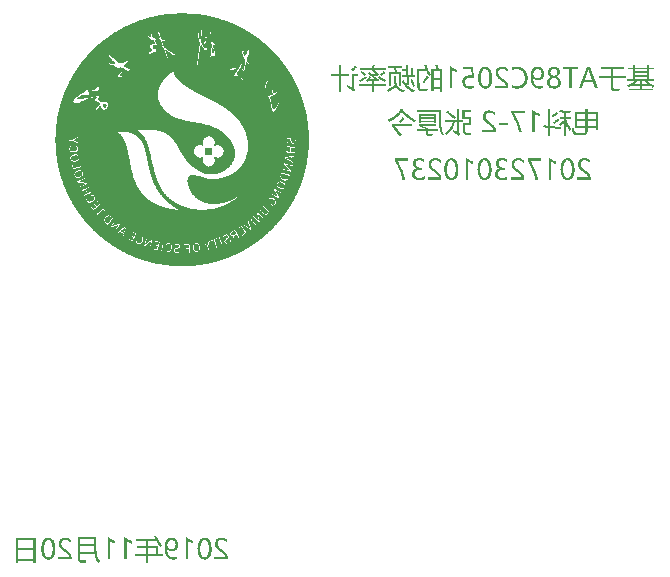
<source format=gbo>
G04 Layer_Color=32896*
%FSLAX25Y25*%
%MOIN*%
G70*
G01*
G75*
%ADD50C,0.00100*%
G36*
X33171Y57583D02*
X30904D01*
Y56027D01*
X32926D01*
X33193Y53172D01*
X31015D01*
X31026Y52939D01*
X31038Y52716D01*
X31049Y52505D01*
X31060Y52305D01*
X31071Y52128D01*
X31093Y51961D01*
X31104Y51805D01*
X31115Y51672D01*
X31126Y51550D01*
X31137Y51450D01*
X31149Y51361D01*
Y51283D01*
X31160Y51228D01*
X31171Y51183D01*
Y51161D01*
Y51150D01*
X31193Y51050D01*
X31226Y50961D01*
X31260Y50872D01*
X31315Y50805D01*
X31426Y50705D01*
X31549Y50639D01*
X31660Y50594D01*
X31760Y50572D01*
X31837Y50561D01*
X32037D01*
X32237Y50572D01*
X32449Y50583D01*
X32649Y50594D01*
X32826Y50605D01*
X32904Y50617D01*
X33026D01*
X33071Y50628D01*
X33104D01*
X33071Y50472D01*
X33037Y50328D01*
X33015Y50195D01*
X32993Y50072D01*
X32971Y49983D01*
X32960Y49906D01*
X32948Y49861D01*
Y49850D01*
X32649Y49839D01*
X32404Y49828D01*
X32193D01*
X32015Y49817D01*
X31726D01*
X31526Y49828D01*
X31337Y49872D01*
X31182Y49939D01*
X31038Y50017D01*
X30915Y50117D01*
X30815Y50228D01*
X30726Y50339D01*
X30660Y50461D01*
X30604Y50583D01*
X30560Y50694D01*
X30515Y50805D01*
X30493Y50906D01*
X30482Y50983D01*
X30471Y51050D01*
X30460Y51094D01*
Y51105D01*
X30449Y51283D01*
X30438Y51472D01*
X30415Y51672D01*
X30404Y51894D01*
X30371Y52339D01*
X30349Y52783D01*
X30338Y52983D01*
X30315Y53183D01*
X30304Y53350D01*
Y53505D01*
X30293Y53627D01*
X30282Y53727D01*
Y53783D01*
Y53805D01*
X32449D01*
X32304Y55394D01*
X30904D01*
Y55116D01*
X30215D01*
Y58205D01*
X33171D01*
Y57583D01*
D02*
G37*
G36*
X23105Y54894D02*
Y54561D01*
X23116Y54238D01*
X23127Y53950D01*
X23138Y53672D01*
X23149Y53427D01*
X23160Y53194D01*
X23183Y52983D01*
X23194Y52794D01*
X23216Y52627D01*
X23238Y52483D01*
X23249Y52361D01*
X23260Y52250D01*
X23272Y52172D01*
X23283Y52117D01*
X23294Y52083D01*
Y52072D01*
X23372Y51717D01*
X23472Y51372D01*
X23594Y51061D01*
X23649Y50917D01*
X23705Y50794D01*
X23761Y50672D01*
X23816Y50561D01*
X23860Y50472D01*
X23905Y50383D01*
X23938Y50328D01*
X23960Y50283D01*
X23972Y50250D01*
X23983Y50239D01*
X23783Y50061D01*
X23694Y49961D01*
X23616Y49883D01*
X23549Y49806D01*
X23505Y49750D01*
X23472Y49706D01*
X23460Y49694D01*
X23238Y50094D01*
X23049Y50494D01*
X22905Y50883D01*
X22850Y51061D01*
X22794Y51239D01*
X22749Y51394D01*
X22705Y51550D01*
X22672Y51683D01*
X22649Y51794D01*
X22627Y51883D01*
X22616Y51950D01*
X22605Y51994D01*
Y52005D01*
X22572Y52239D01*
X22538Y52483D01*
X22494Y52994D01*
X22449Y53505D01*
X22438Y53750D01*
X22427Y53983D01*
X22416Y54205D01*
Y54405D01*
Y54594D01*
X22405Y54750D01*
Y54883D01*
Y54983D01*
Y55038D01*
Y55061D01*
Y57527D01*
X14939D01*
Y58138D01*
X23105D01*
Y54894D01*
D02*
G37*
G36*
X71933Y57494D02*
X75344D01*
Y51672D01*
X74578D01*
Y52305D01*
X71933D01*
Y51239D01*
X71922Y51017D01*
X71878Y50817D01*
X71811Y50650D01*
X71733Y50506D01*
X71633Y50383D01*
X71522Y50283D01*
X71400Y50195D01*
X71278Y50128D01*
X71167Y50083D01*
X71045Y50039D01*
X70934Y50017D01*
X70834Y49995D01*
X70756Y49983D01*
X70689Y49972D01*
X68178D01*
X68001Y49983D01*
X67834Y50006D01*
X67678Y50050D01*
X67556Y50106D01*
X67434Y50172D01*
X67334Y50250D01*
X67245Y50328D01*
X67167Y50406D01*
X67112Y50483D01*
X67056Y50561D01*
X66989Y50705D01*
X66956Y50761D01*
X66945Y50805D01*
X66934Y50828D01*
Y50839D01*
X66878Y51039D01*
X66834Y51261D01*
X66790Y51461D01*
X66756Y51661D01*
X66723Y51839D01*
X66712Y51905D01*
X66701Y51972D01*
X66689Y52028D01*
X66678Y52061D01*
Y52083D01*
Y52094D01*
X66856Y52150D01*
X67012Y52205D01*
X67145Y52261D01*
X67245Y52305D01*
X67334Y52339D01*
X67401Y52361D01*
X67434Y52383D01*
X67445D01*
X67478Y52083D01*
X67501Y51828D01*
X67545Y51605D01*
X67578Y51416D01*
X67612Y51272D01*
X67634Y51172D01*
X67645Y51105D01*
X67656Y51083D01*
X67689Y51017D01*
X67734Y50950D01*
X67834Y50850D01*
X67967Y50772D01*
X68089Y50728D01*
X68223Y50694D01*
X68323Y50683D01*
X68367Y50672D01*
X70578D01*
X70678Y50683D01*
X70767Y50694D01*
X70856Y50728D01*
X70922Y50761D01*
X71022Y50850D01*
X71089Y50950D01*
X71134Y51050D01*
X71156Y51139D01*
X71167Y51205D01*
Y51217D01*
Y51228D01*
Y52305D01*
X67756D01*
Y57494D01*
X71167D01*
Y58671D01*
X71933D01*
Y57494D01*
D02*
G37*
G36*
X29149Y54761D02*
X30249D01*
Y54094D01*
X29149D01*
Y51061D01*
X29160Y50906D01*
X29204Y50761D01*
X29249Y50639D01*
X29316Y50528D01*
X29371Y50439D01*
X29427Y50361D01*
X29471Y50317D01*
X29482Y50305D01*
X28982Y49672D01*
X28904Y49750D01*
X28815Y49817D01*
X28649Y49961D01*
X28571Y50017D01*
X28504Y50061D01*
X28460Y50094D01*
X28449Y50106D01*
X28127Y50294D01*
X27838Y50461D01*
X27571Y50605D01*
X27360Y50728D01*
X27260Y50772D01*
X27182Y50817D01*
X27105Y50850D01*
X27049Y50883D01*
X27005Y50906D01*
X26960Y50928D01*
X26949Y50939D01*
X26938D01*
X26994Y51183D01*
X27016Y51305D01*
X27038Y51428D01*
X27060Y51528D01*
X27071Y51605D01*
X27082Y51650D01*
Y51672D01*
X27393Y51494D01*
X27660Y51350D01*
X27893Y51217D01*
X28082Y51117D01*
X28238Y51039D01*
X28349Y50983D01*
X28382Y50961D01*
X28416Y50950D01*
X28427Y50939D01*
X28438D01*
Y54094D01*
X27627D01*
X27482Y53638D01*
X27316Y53194D01*
X27116Y52783D01*
X26905Y52405D01*
X26682Y52039D01*
X26449Y51705D01*
X26216Y51394D01*
X25982Y51117D01*
X25760Y50872D01*
X25549Y50650D01*
X25360Y50461D01*
X25183Y50305D01*
X25049Y50183D01*
X24938Y50094D01*
X24871Y50050D01*
X24860Y50028D01*
X24849D01*
X24649Y50250D01*
X24549Y50361D01*
X24460Y50461D01*
X24372Y50550D01*
X24305Y50617D01*
X24260Y50661D01*
X24249Y50672D01*
X24605Y50906D01*
X24938Y51150D01*
X25238Y51416D01*
X25516Y51694D01*
X25760Y51983D01*
X25982Y52272D01*
X26182Y52550D01*
X26349Y52816D01*
X26505Y53083D01*
X26627Y53316D01*
X26727Y53539D01*
X26816Y53727D01*
X26882Y53883D01*
X26927Y53994D01*
X26938Y54039D01*
X26949Y54072D01*
X26960Y54083D01*
Y54094D01*
X24383D01*
Y54761D01*
X28438D01*
Y58649D01*
X29149D01*
Y54761D01*
D02*
G37*
G36*
X51002Y57205D02*
X47469D01*
X47847Y56516D01*
X48025Y56194D01*
X48180Y55872D01*
X48336Y55572D01*
X48480Y55283D01*
X48602Y55016D01*
X48713Y54772D01*
X48825Y54539D01*
X48913Y54339D01*
X48991Y54161D01*
X49058Y54005D01*
X49102Y53894D01*
X49136Y53805D01*
X49158Y53750D01*
X49169Y53727D01*
X49380Y53139D01*
X49480Y52861D01*
X49558Y52605D01*
X49636Y52350D01*
X49702Y52117D01*
X49758Y51894D01*
X49802Y51694D01*
X49847Y51505D01*
X49880Y51339D01*
X49913Y51205D01*
X49936Y51083D01*
X49947Y50983D01*
X49958Y50917D01*
X49969Y50872D01*
Y50861D01*
X49036D01*
X49002Y51105D01*
X48958Y51350D01*
X48847Y51850D01*
X48713Y52350D01*
X48647Y52583D01*
X48580Y52805D01*
X48514Y53005D01*
X48447Y53205D01*
X48391Y53372D01*
X48336Y53516D01*
X48291Y53627D01*
X48258Y53716D01*
X48247Y53772D01*
X48236Y53794D01*
X48114Y54116D01*
X47969Y54427D01*
X47691Y55072D01*
X47536Y55383D01*
X47391Y55683D01*
X47247Y55972D01*
X47114Y56249D01*
X46980Y56494D01*
X46858Y56727D01*
X46747Y56927D01*
X46658Y57105D01*
X46580Y57249D01*
X46514Y57349D01*
X46480Y57416D01*
X46469Y57438D01*
Y57994D01*
X51002D01*
Y57205D01*
D02*
G37*
G36*
X15983Y42233D02*
X16295Y42188D01*
X16572Y42133D01*
X16817Y42055D01*
X16917Y42022D01*
X17017Y41977D01*
X17095Y41944D01*
X17161Y41921D01*
X17217Y41888D01*
X17250Y41877D01*
X17272Y41855D01*
X17283D01*
Y40999D01*
X17161Y41088D01*
X17028Y41166D01*
X16783Y41299D01*
X16539Y41388D01*
X16328Y41444D01*
X16139Y41488D01*
X16061Y41499D01*
X15995D01*
X15950Y41510D01*
X15872D01*
X15639Y41499D01*
X15439Y41455D01*
X15261Y41399D01*
X15117Y41322D01*
X14984Y41233D01*
X14884Y41133D01*
X14795Y41033D01*
X14728Y40922D01*
X14672Y40810D01*
X14628Y40710D01*
X14606Y40611D01*
X14584Y40522D01*
X14572Y40444D01*
X14561Y40388D01*
Y40344D01*
Y40333D01*
X14584Y40111D01*
X14639Y39911D01*
X14717Y39744D01*
X14828Y39599D01*
X14961Y39466D01*
X15106Y39366D01*
X15261Y39277D01*
X15417Y39211D01*
X15572Y39166D01*
X15728Y39122D01*
X15872Y39100D01*
X16006Y39077D01*
X16117Y39066D01*
X16195Y39055D01*
X16839D01*
Y38311D01*
X16072D01*
X15906Y38300D01*
X15606Y38255D01*
X15350Y38189D01*
X15128Y38100D01*
X14939Y38000D01*
X14784Y37878D01*
X14650Y37755D01*
X14550Y37633D01*
X14472Y37511D01*
X14406Y37389D01*
X14361Y37266D01*
X14339Y37166D01*
X14317Y37078D01*
X14306Y37011D01*
Y36966D01*
Y36955D01*
X14328Y36733D01*
X14372Y36544D01*
X14439Y36378D01*
X14517Y36233D01*
X14606Y36122D01*
X14672Y36044D01*
X14717Y36000D01*
X14739Y35978D01*
X14917Y35855D01*
X15106Y35778D01*
X15295Y35711D01*
X15484Y35667D01*
X15650Y35644D01*
X15717Y35633D01*
X15784D01*
X15839Y35622D01*
X15906D01*
X16072Y35633D01*
X16239Y35644D01*
X16550Y35711D01*
X16839Y35800D01*
X17083Y35911D01*
X17183Y35956D01*
X17283Y36011D01*
X17361Y36055D01*
X17428Y36100D01*
X17483Y36133D01*
X17528Y36167D01*
X17550Y36178D01*
X17561Y36189D01*
Y35256D01*
X17317Y35133D01*
X17039Y35044D01*
X16772Y34978D01*
X16506Y34933D01*
X16395Y34922D01*
X16283Y34911D01*
X16183Y34900D01*
X16095D01*
X16028Y34889D01*
X15928D01*
X15717Y34900D01*
X15517Y34911D01*
X15328Y34944D01*
X15150Y34978D01*
X14984Y35022D01*
X14839Y35067D01*
X14695Y35122D01*
X14572Y35178D01*
X14461Y35233D01*
X14361Y35289D01*
X14284Y35333D01*
X14206Y35378D01*
X14150Y35411D01*
X14117Y35444D01*
X14095Y35456D01*
X14084Y35467D01*
X13961Y35578D01*
X13850Y35700D01*
X13761Y35833D01*
X13684Y35956D01*
X13606Y36089D01*
X13550Y36222D01*
X13473Y36467D01*
X13417Y36689D01*
X13406Y36778D01*
X13395Y36867D01*
X13384Y36933D01*
Y36978D01*
Y37011D01*
Y37022D01*
X13406Y37266D01*
X13450Y37489D01*
X13528Y37689D01*
X13606Y37855D01*
X13695Y37989D01*
X13773Y38089D01*
X13817Y38144D01*
X13839Y38166D01*
X14017Y38322D01*
X14217Y38455D01*
X14417Y38544D01*
X14617Y38622D01*
X14795Y38666D01*
X14873Y38688D01*
X14928Y38700D01*
X14984Y38711D01*
X15028Y38722D01*
X15061D01*
Y38744D01*
X14806Y38833D01*
X14584Y38933D01*
X14395Y39055D01*
X14228Y39200D01*
X14095Y39344D01*
X13973Y39488D01*
X13884Y39644D01*
X13806Y39799D01*
X13750Y39944D01*
X13706Y40077D01*
X13673Y40211D01*
X13650Y40322D01*
X13639Y40411D01*
X13628Y40488D01*
Y40533D01*
Y40544D01*
X13639Y40677D01*
X13650Y40810D01*
X13717Y41055D01*
X13806Y41266D01*
X13906Y41444D01*
X14006Y41588D01*
X14095Y41688D01*
X14161Y41755D01*
X14173Y41777D01*
X14184D01*
X14295Y41866D01*
X14406Y41933D01*
X14650Y42055D01*
X14895Y42144D01*
X15128Y42199D01*
X15328Y42233D01*
X15417Y42244D01*
X15495D01*
X15561Y42255D01*
X15650D01*
X15983Y42233D01*
D02*
G37*
G36*
X71089Y42244D02*
X71278Y42222D01*
X71456Y42188D01*
X71611Y42155D01*
X71733Y42121D01*
X71833Y42088D01*
X71889Y42066D01*
X71911Y42055D01*
X72078Y41977D01*
X72222Y41888D01*
X72356Y41799D01*
X72478Y41710D01*
X72578Y41633D01*
X72645Y41566D01*
X72700Y41522D01*
X72711Y41510D01*
Y40633D01*
X72567Y40777D01*
X72411Y40911D01*
X72278Y41010D01*
X72145Y41099D01*
X72033Y41177D01*
X71945Y41222D01*
X71889Y41255D01*
X71867Y41266D01*
X71700Y41344D01*
X71534Y41399D01*
X71378Y41444D01*
X71245Y41466D01*
X71134Y41488D01*
X71045Y41499D01*
X70967D01*
X70745Y41488D01*
X70545Y41444D01*
X70378Y41399D01*
X70234Y41333D01*
X70122Y41277D01*
X70045Y41222D01*
X69989Y41177D01*
X69978Y41166D01*
X69856Y41033D01*
X69767Y40888D01*
X69700Y40744D01*
X69656Y40599D01*
X69634Y40466D01*
X69612Y40366D01*
Y40288D01*
Y40277D01*
Y40266D01*
X69623Y40055D01*
X69656Y39866D01*
X69711Y39700D01*
X69767Y39544D01*
X69823Y39422D01*
X69878Y39333D01*
X69911Y39277D01*
X69923Y39255D01*
X69989Y39166D01*
X70056Y39088D01*
X70234Y38911D01*
X70423Y38733D01*
X70611Y38577D01*
X70789Y38433D01*
X70867Y38377D01*
X70934Y38322D01*
X70989Y38277D01*
X71034Y38244D01*
X71056Y38233D01*
X71067Y38222D01*
X71356Y38011D01*
X71600Y37822D01*
X71811Y37655D01*
X71978Y37511D01*
X72111Y37389D01*
X72200Y37311D01*
X72256Y37255D01*
X72278Y37233D01*
X72411Y37078D01*
X72533Y36933D01*
X72622Y36789D01*
X72700Y36667D01*
X72756Y36555D01*
X72800Y36478D01*
X72822Y36422D01*
X72833Y36400D01*
X72889Y36233D01*
X72933Y36055D01*
X72956Y35878D01*
X72978Y35711D01*
X72989Y35567D01*
X73000Y35444D01*
Y35400D01*
Y35378D01*
Y35355D01*
Y35344D01*
Y35000D01*
X68512D01*
Y35800D01*
X72056D01*
Y35922D01*
X72033Y36033D01*
X72022Y36133D01*
X72000Y36222D01*
X71978Y36289D01*
X71967Y36344D01*
X71945Y36378D01*
Y36389D01*
X71889Y36478D01*
X71822Y36578D01*
X71756Y36655D01*
X71689Y36733D01*
X71622Y36800D01*
X71567Y36855D01*
X71534Y36889D01*
X71522Y36900D01*
X71456Y36955D01*
X71378Y37011D01*
X71200Y37155D01*
X71000Y37300D01*
X70800Y37444D01*
X70622Y37578D01*
X70534Y37633D01*
X70467Y37689D01*
X70411Y37733D01*
X70356Y37766D01*
X70334Y37778D01*
X70323Y37789D01*
X70167Y37900D01*
X70022Y38011D01*
X69878Y38122D01*
X69756Y38222D01*
X69645Y38333D01*
X69545Y38422D01*
X69378Y38600D01*
X69245Y38755D01*
X69156Y38866D01*
X69123Y38911D01*
X69100Y38944D01*
X69089Y38955D01*
Y38966D01*
X68967Y39189D01*
X68878Y39422D01*
X68812Y39655D01*
X68767Y39866D01*
X68745Y40055D01*
X68734Y40133D01*
X68723Y40200D01*
Y40255D01*
Y40299D01*
Y40322D01*
Y40333D01*
X68734Y40499D01*
X68745Y40644D01*
X68812Y40922D01*
X68911Y41166D01*
X69011Y41366D01*
X69123Y41522D01*
X69178Y41588D01*
X69223Y41644D01*
X69256Y41677D01*
X69289Y41710D01*
X69300Y41722D01*
X69311Y41733D01*
X69423Y41822D01*
X69545Y41910D01*
X69800Y42033D01*
X70067Y42133D01*
X70311Y42188D01*
X70534Y42233D01*
X70622Y42244D01*
X70711D01*
X70778Y42255D01*
X70867D01*
X71089Y42244D01*
D02*
G37*
G36*
X43647Y42233D02*
X43959Y42188D01*
X44236Y42133D01*
X44481Y42055D01*
X44581Y42022D01*
X44681Y41977D01*
X44758Y41944D01*
X44825Y41921D01*
X44881Y41888D01*
X44914Y41877D01*
X44936Y41855D01*
X44947D01*
Y40999D01*
X44825Y41088D01*
X44692Y41166D01*
X44447Y41299D01*
X44203Y41388D01*
X43992Y41444D01*
X43803Y41488D01*
X43725Y41499D01*
X43659D01*
X43614Y41510D01*
X43536D01*
X43303Y41499D01*
X43103Y41455D01*
X42925Y41399D01*
X42781Y41322D01*
X42647Y41233D01*
X42548Y41133D01*
X42459Y41033D01*
X42392Y40922D01*
X42336Y40810D01*
X42292Y40710D01*
X42270Y40611D01*
X42248Y40522D01*
X42236Y40444D01*
X42225Y40388D01*
Y40344D01*
Y40333D01*
X42248Y40111D01*
X42303Y39911D01*
X42381Y39744D01*
X42492Y39599D01*
X42625Y39466D01*
X42770Y39366D01*
X42925Y39277D01*
X43081Y39211D01*
X43236Y39166D01*
X43392Y39122D01*
X43536Y39100D01*
X43670Y39077D01*
X43781Y39066D01*
X43859Y39055D01*
X44503D01*
Y38311D01*
X43736D01*
X43570Y38300D01*
X43270Y38255D01*
X43014Y38189D01*
X42792Y38100D01*
X42603Y38000D01*
X42448Y37878D01*
X42314Y37755D01*
X42214Y37633D01*
X42136Y37511D01*
X42070Y37389D01*
X42025Y37266D01*
X42003Y37166D01*
X41981Y37078D01*
X41970Y37011D01*
Y36966D01*
Y36955D01*
X41992Y36733D01*
X42036Y36544D01*
X42103Y36378D01*
X42181Y36233D01*
X42270Y36122D01*
X42336Y36044D01*
X42381Y36000D01*
X42403Y35978D01*
X42581Y35855D01*
X42770Y35778D01*
X42959Y35711D01*
X43147Y35667D01*
X43314Y35644D01*
X43381Y35633D01*
X43447D01*
X43503Y35622D01*
X43570D01*
X43736Y35633D01*
X43903Y35644D01*
X44214Y35711D01*
X44503Y35800D01*
X44747Y35911D01*
X44847Y35956D01*
X44947Y36011D01*
X45025Y36055D01*
X45092Y36100D01*
X45147Y36133D01*
X45192Y36167D01*
X45214Y36178D01*
X45225Y36189D01*
Y35256D01*
X44981Y35133D01*
X44703Y35044D01*
X44436Y34978D01*
X44170Y34933D01*
X44058Y34922D01*
X43947Y34911D01*
X43847Y34900D01*
X43758D01*
X43692Y34889D01*
X43592D01*
X43381Y34900D01*
X43181Y34911D01*
X42992Y34944D01*
X42814Y34978D01*
X42647Y35022D01*
X42503Y35067D01*
X42359Y35122D01*
X42236Y35178D01*
X42125Y35233D01*
X42025Y35289D01*
X41948Y35333D01*
X41870Y35378D01*
X41814Y35411D01*
X41781Y35444D01*
X41759Y35456D01*
X41748Y35467D01*
X41625Y35578D01*
X41514Y35700D01*
X41425Y35833D01*
X41348Y35956D01*
X41270Y36089D01*
X41214Y36222D01*
X41137Y36467D01*
X41081Y36689D01*
X41070Y36778D01*
X41059Y36867D01*
X41048Y36933D01*
Y36978D01*
Y37011D01*
Y37022D01*
X41070Y37266D01*
X41114Y37489D01*
X41192Y37689D01*
X41270Y37855D01*
X41359Y37989D01*
X41436Y38089D01*
X41481Y38144D01*
X41503Y38166D01*
X41681Y38322D01*
X41881Y38455D01*
X42081Y38544D01*
X42281Y38622D01*
X42459Y38666D01*
X42536Y38688D01*
X42592Y38700D01*
X42647Y38711D01*
X42692Y38722D01*
X42725D01*
Y38744D01*
X42470Y38833D01*
X42248Y38933D01*
X42059Y39055D01*
X41892Y39200D01*
X41759Y39344D01*
X41636Y39488D01*
X41548Y39644D01*
X41470Y39799D01*
X41414Y39944D01*
X41370Y40077D01*
X41337Y40211D01*
X41314Y40322D01*
X41303Y40411D01*
X41292Y40488D01*
Y40533D01*
Y40544D01*
X41303Y40677D01*
X41314Y40810D01*
X41381Y41055D01*
X41470Y41266D01*
X41570Y41444D01*
X41670Y41588D01*
X41759Y41688D01*
X41825Y41755D01*
X41837Y41777D01*
X41848D01*
X41959Y41866D01*
X42070Y41933D01*
X42314Y42055D01*
X42559Y42144D01*
X42792Y42199D01*
X42992Y42233D01*
X43081Y42244D01*
X43159D01*
X43225Y42255D01*
X43314D01*
X43647Y42233D01*
D02*
G37*
G36*
X21394Y52905D02*
X16872D01*
X18594Y52250D01*
Y51872D01*
X22172D01*
Y51283D01*
X18594D01*
Y50761D01*
Y50683D01*
X18617Y50617D01*
X18672Y50506D01*
X18750Y50439D01*
X18839Y50383D01*
X18928Y50350D01*
X19005Y50339D01*
X19061Y50328D01*
X19305D01*
X19528Y50339D01*
X19739Y50350D01*
X19928Y50361D01*
X20083D01*
X20205Y50372D01*
X20250Y50383D01*
X20305D01*
X20261Y50139D01*
X20250Y50028D01*
X20239Y49917D01*
X20216Y49828D01*
Y49761D01*
X20205Y49717D01*
Y49694D01*
X19916D01*
X19661Y49683D01*
X18961D01*
X18772Y49694D01*
X18617Y49728D01*
X18472Y49772D01*
X18361Y49839D01*
X18261Y49906D01*
X18172Y49995D01*
X18105Y50072D01*
X18050Y50161D01*
X18006Y50250D01*
X17972Y50339D01*
X17950Y50417D01*
X17928Y50494D01*
Y50550D01*
X17917Y50594D01*
Y50628D01*
Y50639D01*
Y51283D01*
X14928D01*
Y51872D01*
X17917D01*
Y51983D01*
X15672Y52839D01*
Y53483D01*
X21394D01*
Y52905D01*
D02*
G37*
G36*
X13495Y52872D02*
X7807D01*
X8229Y52316D01*
X8629Y51794D01*
X8817Y51550D01*
X9006Y51317D01*
X9184Y51094D01*
X9340Y50894D01*
X9495Y50705D01*
X9629Y50539D01*
X9751Y50394D01*
X9851Y50272D01*
X9928Y50172D01*
X9984Y50094D01*
X10029Y50050D01*
X10040Y50039D01*
X9373Y49528D01*
X8940Y50083D01*
X8495Y50661D01*
X8062Y51217D01*
X7862Y51483D01*
X7662Y51739D01*
X7473Y51983D01*
X7307Y52194D01*
X7162Y52383D01*
X7029Y52550D01*
X6929Y52683D01*
X6851Y52783D01*
X6796Y52850D01*
X6784Y52872D01*
Y53605D01*
X13495D01*
Y52872D01*
D02*
G37*
G36*
X25771Y57627D02*
X26027Y57416D01*
X26283Y57205D01*
X26538Y57005D01*
X26782Y56816D01*
X27016Y56649D01*
X27238Y56494D01*
X27438Y56349D01*
X27627Y56227D01*
X27782Y56116D01*
X27927Y56027D01*
X28038Y55961D01*
X28127Y55905D01*
X28171Y55872D01*
X28193Y55861D01*
X27760Y55272D01*
X27160Y55661D01*
X26871Y55861D01*
X26594Y56060D01*
X26327Y56261D01*
X26071Y56449D01*
X25838Y56627D01*
X25616Y56805D01*
X25416Y56972D01*
X25238Y57116D01*
X25083Y57249D01*
X24949Y57360D01*
X24849Y57460D01*
X24771Y57527D01*
X24716Y57572D01*
X24705Y57583D01*
X25249Y58105D01*
X25771Y57627D01*
D02*
G37*
G36*
X10540Y58283D02*
X10840Y57883D01*
X11162Y57494D01*
X11506Y57138D01*
X11862Y56805D01*
X12228Y56483D01*
X12584Y56194D01*
X12939Y55927D01*
X13273Y55683D01*
X13595Y55472D01*
X13884Y55294D01*
X14128Y55138D01*
X14239Y55072D01*
X14339Y55016D01*
X14417Y54972D01*
X14495Y54927D01*
X14550Y54905D01*
X14595Y54883D01*
X14617Y54861D01*
X14628D01*
X14539Y54716D01*
X14450Y54583D01*
X14372Y54461D01*
X14306Y54361D01*
X14261Y54272D01*
X14217Y54205D01*
X14195Y54161D01*
X14184Y54150D01*
X13661Y54461D01*
X13173Y54783D01*
X12717Y55105D01*
X12306Y55427D01*
X11917Y55749D01*
X11573Y56049D01*
X11262Y56338D01*
X10984Y56616D01*
X10740Y56872D01*
X10528Y57116D01*
X10351Y57316D01*
X10206Y57494D01*
X10095Y57638D01*
X10017Y57749D01*
X9962Y57816D01*
X9951Y57838D01*
X9684Y57438D01*
X9384Y57060D01*
X9073Y56705D01*
X8740Y56372D01*
X8395Y56049D01*
X8051Y55761D01*
X7706Y55494D01*
X7373Y55250D01*
X7062Y55027D01*
X6762Y54838D01*
X6496Y54683D01*
X6262Y54539D01*
X6162Y54483D01*
X6073Y54439D01*
X5996Y54394D01*
X5929Y54361D01*
X5873Y54327D01*
X5840Y54305D01*
X5818Y54294D01*
X5807D01*
X5640Y54572D01*
X5551Y54705D01*
X5473Y54827D01*
X5407Y54938D01*
X5340Y55016D01*
X5307Y55072D01*
X5296Y55094D01*
X5796Y55305D01*
X6262Y55538D01*
X6696Y55783D01*
X7107Y56049D01*
X7484Y56327D01*
X7829Y56605D01*
X8151Y56883D01*
X8429Y57160D01*
X8684Y57416D01*
X8906Y57660D01*
X9084Y57883D01*
X9240Y58071D01*
X9362Y58227D01*
X9451Y58349D01*
X9473Y58394D01*
X9495Y58427D01*
X9517Y58438D01*
Y58449D01*
X9351Y58694D01*
X10284D01*
X10540Y58283D01*
D02*
G37*
G36*
X61957Y57216D02*
X61612Y56927D01*
X61312Y56660D01*
X61035Y56405D01*
X60801Y56194D01*
X60701Y56094D01*
X60612Y56016D01*
X60535Y55938D01*
X60479Y55883D01*
X60423Y55827D01*
X60390Y55794D01*
X60368Y55772D01*
X60357Y55761D01*
X59868Y56305D01*
X60123Y56538D01*
X60401Y56772D01*
X60679Y56994D01*
X60946Y57205D01*
X61068Y57305D01*
X61179Y57394D01*
X61279Y57472D01*
X61368Y57538D01*
X61435Y57594D01*
X61490Y57638D01*
X61523Y57660D01*
X61535Y57671D01*
X61957Y57216D01*
D02*
G37*
G36*
X39437Y58105D02*
X39626Y58083D01*
X39803Y58049D01*
X39959Y58016D01*
X40081Y57983D01*
X40181Y57949D01*
X40237Y57927D01*
X40259Y57916D01*
X40426Y57838D01*
X40570Y57749D01*
X40703Y57660D01*
X40825Y57572D01*
X40925Y57494D01*
X40992Y57427D01*
X41048Y57383D01*
X41059Y57371D01*
Y56494D01*
X40914Y56638D01*
X40759Y56772D01*
X40626Y56872D01*
X40492Y56960D01*
X40381Y57038D01*
X40292Y57083D01*
X40237Y57116D01*
X40214Y57127D01*
X40048Y57205D01*
X39881Y57260D01*
X39726Y57305D01*
X39592Y57327D01*
X39481Y57349D01*
X39392Y57360D01*
X39314D01*
X39092Y57349D01*
X38892Y57305D01*
X38726Y57260D01*
X38581Y57194D01*
X38470Y57138D01*
X38392Y57083D01*
X38337Y57038D01*
X38326Y57027D01*
X38203Y56894D01*
X38115Y56749D01*
X38048Y56605D01*
X38004Y56460D01*
X37981Y56327D01*
X37959Y56227D01*
Y56149D01*
Y56138D01*
Y56127D01*
X37970Y55916D01*
X38004Y55727D01*
X38059Y55561D01*
X38115Y55405D01*
X38170Y55283D01*
X38226Y55194D01*
X38259Y55138D01*
X38270Y55116D01*
X38337Y55027D01*
X38403Y54949D01*
X38581Y54772D01*
X38770Y54594D01*
X38959Y54439D01*
X39137Y54294D01*
X39215Y54238D01*
X39281Y54183D01*
X39337Y54138D01*
X39381Y54105D01*
X39403Y54094D01*
X39415Y54083D01*
X39703Y53872D01*
X39948Y53683D01*
X40159Y53516D01*
X40325Y53372D01*
X40459Y53250D01*
X40548Y53172D01*
X40603Y53116D01*
X40626Y53094D01*
X40759Y52939D01*
X40881Y52794D01*
X40970Y52650D01*
X41048Y52527D01*
X41103Y52416D01*
X41148Y52339D01*
X41170Y52283D01*
X41181Y52261D01*
X41236Y52094D01*
X41281Y51916D01*
X41303Y51739D01*
X41325Y51572D01*
X41337Y51428D01*
X41348Y51305D01*
Y51261D01*
Y51239D01*
Y51217D01*
Y51205D01*
Y50861D01*
X36859D01*
Y51661D01*
X40403D01*
Y51783D01*
X40381Y51894D01*
X40370Y51994D01*
X40348Y52083D01*
X40325Y52150D01*
X40314Y52205D01*
X40292Y52239D01*
Y52250D01*
X40237Y52339D01*
X40170Y52439D01*
X40103Y52516D01*
X40037Y52594D01*
X39970Y52661D01*
X39914Y52716D01*
X39881Y52750D01*
X39870Y52761D01*
X39803Y52816D01*
X39726Y52872D01*
X39548Y53016D01*
X39348Y53161D01*
X39148Y53305D01*
X38970Y53439D01*
X38881Y53494D01*
X38814Y53550D01*
X38759Y53594D01*
X38703Y53627D01*
X38681Y53638D01*
X38670Y53650D01*
X38515Y53761D01*
X38370Y53872D01*
X38226Y53983D01*
X38104Y54083D01*
X37992Y54194D01*
X37892Y54283D01*
X37726Y54461D01*
X37592Y54616D01*
X37504Y54727D01*
X37470Y54772D01*
X37448Y54805D01*
X37437Y54816D01*
Y54827D01*
X37315Y55050D01*
X37226Y55283D01*
X37159Y55516D01*
X37115Y55727D01*
X37093Y55916D01*
X37081Y55994D01*
X37070Y56060D01*
Y56116D01*
Y56160D01*
Y56183D01*
Y56194D01*
X37081Y56361D01*
X37093Y56505D01*
X37159Y56783D01*
X37259Y57027D01*
X37359Y57227D01*
X37470Y57383D01*
X37526Y57449D01*
X37570Y57505D01*
X37604Y57538D01*
X37637Y57572D01*
X37648Y57583D01*
X37659Y57594D01*
X37770Y57683D01*
X37892Y57771D01*
X38148Y57894D01*
X38415Y57994D01*
X38659Y58049D01*
X38881Y58094D01*
X38970Y58105D01*
X39059D01*
X39126Y58116D01*
X39215D01*
X39437Y58105D01*
D02*
G37*
G36*
X54013Y58038D02*
X54169Y57927D01*
X54335Y57816D01*
X54491Y57716D01*
X54635Y57627D01*
X54746Y57560D01*
X54791Y57538D01*
X54824Y57516D01*
X54846Y57505D01*
X54857D01*
X55091Y57383D01*
X55324Y57283D01*
X55524Y57194D01*
X55713Y57127D01*
X55857Y57072D01*
X55980Y57038D01*
X56024Y57027D01*
X56057Y57016D01*
X56068Y57005D01*
X56080D01*
Y56116D01*
X55913Y56160D01*
X55746Y56216D01*
X55591Y56283D01*
X55446Y56338D01*
X55324Y56394D01*
X55235Y56438D01*
X55168Y56472D01*
X55146Y56483D01*
X54969Y56583D01*
X54813Y56672D01*
X54691Y56749D01*
X54591Y56827D01*
X54513Y56883D01*
X54469Y56927D01*
X54435Y56949D01*
X54424Y56960D01*
Y50861D01*
X53524D01*
Y58160D01*
X53869D01*
X54013Y58038D01*
D02*
G37*
G36*
X45269Y53339D02*
X42548D01*
Y54027D01*
X45269D01*
Y53339D01*
D02*
G37*
G36*
X59435Y52950D02*
X63057Y52627D01*
X62979Y51972D01*
X59435Y52294D01*
Y49617D01*
X58735D01*
Y52350D01*
X57213Y52494D01*
X57268Y53161D01*
X58735Y53016D01*
Y58649D01*
X59435D01*
Y52950D01*
D02*
G37*
G36*
X62501Y55005D02*
X62301Y54827D01*
X62112Y54672D01*
X61946Y54516D01*
X61790Y54383D01*
X61646Y54250D01*
X61523Y54138D01*
X61412Y54039D01*
X61312Y53939D01*
X61223Y53861D01*
X61157Y53794D01*
X61090Y53727D01*
X61046Y53683D01*
X61001Y53638D01*
X60979Y53616D01*
X60957Y53594D01*
X60468Y54161D01*
X60579Y54261D01*
X60690Y54361D01*
X60946Y54572D01*
X61212Y54794D01*
X61468Y55005D01*
X61701Y55183D01*
X61801Y55272D01*
X61890Y55338D01*
X61957Y55394D01*
X62012Y55438D01*
X62046Y55461D01*
X62057Y55472D01*
X62501Y55005D01*
D02*
G37*
G36*
X10873Y55616D02*
X10662Y55316D01*
X10462Y55038D01*
X10295Y54783D01*
X10151Y54550D01*
X10084Y54450D01*
X10029Y54361D01*
X9973Y54283D01*
X9940Y54205D01*
X9906Y54161D01*
X9884Y54116D01*
X9862Y54094D01*
Y54083D01*
X9195Y54539D01*
X9373Y54805D01*
X9562Y55061D01*
X9740Y55305D01*
X9906Y55527D01*
X10051Y55727D01*
X10106Y55805D01*
X10162Y55872D01*
X10206Y55927D01*
X10240Y55972D01*
X10251Y55994D01*
X10262Y56005D01*
X10873Y55616D01*
D02*
G37*
G36*
X21383Y53916D02*
X20716D01*
Y54138D01*
X16372D01*
Y53916D01*
X15706D01*
Y56905D01*
X21383D01*
Y53916D01*
D02*
G37*
G36*
X-87596Y-84323D02*
X-87441Y-84434D01*
X-87274Y-84545D01*
X-87118Y-84645D01*
X-86974Y-84734D01*
X-86863Y-84801D01*
X-86818Y-84823D01*
X-86785Y-84845D01*
X-86763Y-84856D01*
X-86752D01*
X-86518Y-84978D01*
X-86285Y-85078D01*
X-86085Y-85167D01*
X-85896Y-85234D01*
X-85752Y-85290D01*
X-85630Y-85323D01*
X-85585Y-85334D01*
X-85552Y-85345D01*
X-85541Y-85356D01*
X-85530D01*
Y-86245D01*
X-85696Y-86200D01*
X-85863Y-86145D01*
X-86018Y-86078D01*
X-86163Y-86023D01*
X-86285Y-85967D01*
X-86374Y-85923D01*
X-86441Y-85889D01*
X-86463Y-85878D01*
X-86641Y-85778D01*
X-86796Y-85690D01*
X-86918Y-85612D01*
X-87018Y-85534D01*
X-87096Y-85478D01*
X-87141Y-85434D01*
X-87174Y-85412D01*
X-87185Y-85401D01*
Y-91500D01*
X-88085D01*
Y-84201D01*
X-87740D01*
X-87596Y-84323D01*
D02*
G37*
G36*
X-71664Y-83923D02*
X-71520Y-84245D01*
X-71375Y-84567D01*
X-71209Y-84867D01*
X-71053Y-85156D01*
X-70887Y-85434D01*
X-70731Y-85690D01*
X-70564Y-85923D01*
X-70420Y-86134D01*
X-70275Y-86323D01*
X-70153Y-86489D01*
X-70042Y-86634D01*
X-69953Y-86745D01*
X-69887Y-86823D01*
X-69842Y-86867D01*
X-69831Y-86889D01*
X-69953Y-86989D01*
X-70065Y-87078D01*
X-70153Y-87167D01*
X-70242Y-87245D01*
X-70309Y-87312D01*
X-70353Y-87367D01*
X-70387Y-87400D01*
X-70398Y-87411D01*
X-70687Y-87045D01*
X-70942Y-86689D01*
X-71187Y-86334D01*
X-71287Y-86178D01*
X-71386Y-86023D01*
X-71475Y-85878D01*
X-71564Y-85745D01*
X-71631Y-85634D01*
X-71687Y-85534D01*
X-71731Y-85456D01*
X-71764Y-85390D01*
X-71786Y-85356D01*
X-71798Y-85345D01*
X-74509D01*
Y-86978D01*
X-71242D01*
Y-89622D01*
X-69753D01*
Y-90289D01*
X-74509D01*
Y-92766D01*
X-75253D01*
Y-90289D01*
X-78908D01*
Y-89622D01*
X-75253D01*
Y-87623D01*
X-78330D01*
Y-86978D01*
X-75253D01*
Y-85345D01*
X-78486D01*
Y-84679D01*
X-72142D01*
X-72298Y-84356D01*
X-72364Y-84212D01*
X-72431Y-84067D01*
X-72475Y-83956D01*
X-72520Y-83867D01*
X-72542Y-83812D01*
X-72553Y-83790D01*
X-71798Y-83579D01*
X-71664Y-83923D01*
D02*
G37*
G36*
X-82063Y-84323D02*
X-81908Y-84434D01*
X-81741Y-84545D01*
X-81586Y-84645D01*
X-81441Y-84734D01*
X-81330Y-84801D01*
X-81286Y-84823D01*
X-81252Y-84845D01*
X-81230Y-84856D01*
X-81219D01*
X-80986Y-84978D01*
X-80752Y-85078D01*
X-80552Y-85167D01*
X-80363Y-85234D01*
X-80219Y-85290D01*
X-80097Y-85323D01*
X-80052Y-85334D01*
X-80019Y-85345D01*
X-80008Y-85356D01*
X-79997D01*
Y-86245D01*
X-80164Y-86200D01*
X-80330Y-86145D01*
X-80486Y-86078D01*
X-80630Y-86023D01*
X-80752Y-85967D01*
X-80841Y-85923D01*
X-80908Y-85889D01*
X-80930Y-85878D01*
X-81108Y-85778D01*
X-81263Y-85690D01*
X-81386Y-85612D01*
X-81485Y-85534D01*
X-81563Y-85478D01*
X-81608Y-85434D01*
X-81641Y-85412D01*
X-81652Y-85401D01*
Y-91500D01*
X-82552D01*
Y-84201D01*
X-82208D01*
X-82063Y-84323D01*
D02*
G37*
G36*
X-101995Y-84256D02*
X-101806Y-84279D01*
X-101628Y-84312D01*
X-101472Y-84345D01*
X-101350Y-84378D01*
X-101250Y-84412D01*
X-101195Y-84434D01*
X-101172Y-84445D01*
X-101006Y-84523D01*
X-100861Y-84612D01*
X-100728Y-84701D01*
X-100606Y-84790D01*
X-100506Y-84867D01*
X-100439Y-84934D01*
X-100384Y-84978D01*
X-100373Y-84990D01*
Y-85867D01*
X-100517Y-85723D01*
X-100672Y-85589D01*
X-100806Y-85489D01*
X-100939Y-85401D01*
X-101050Y-85323D01*
X-101139Y-85278D01*
X-101195Y-85245D01*
X-101217Y-85234D01*
X-101384Y-85156D01*
X-101550Y-85101D01*
X-101706Y-85056D01*
X-101839Y-85034D01*
X-101950Y-85012D01*
X-102039Y-85001D01*
X-102117D01*
X-102339Y-85012D01*
X-102539Y-85056D01*
X-102706Y-85101D01*
X-102850Y-85167D01*
X-102961Y-85223D01*
X-103039Y-85278D01*
X-103094Y-85323D01*
X-103106Y-85334D01*
X-103228Y-85467D01*
X-103317Y-85612D01*
X-103383Y-85756D01*
X-103428Y-85901D01*
X-103450Y-86034D01*
X-103472Y-86134D01*
Y-86212D01*
Y-86223D01*
Y-86234D01*
X-103461Y-86445D01*
X-103428Y-86634D01*
X-103372Y-86800D01*
X-103317Y-86956D01*
X-103261Y-87078D01*
X-103206Y-87167D01*
X-103172Y-87223D01*
X-103161Y-87245D01*
X-103094Y-87334D01*
X-103028Y-87411D01*
X-102850Y-87589D01*
X-102661Y-87767D01*
X-102472Y-87923D01*
X-102295Y-88067D01*
X-102217Y-88123D01*
X-102150Y-88178D01*
X-102095Y-88223D01*
X-102050Y-88256D01*
X-102028Y-88267D01*
X-102017Y-88278D01*
X-101728Y-88489D01*
X-101484Y-88678D01*
X-101272Y-88845D01*
X-101106Y-88989D01*
X-100972Y-89111D01*
X-100884Y-89189D01*
X-100828Y-89245D01*
X-100806Y-89267D01*
X-100672Y-89422D01*
X-100550Y-89567D01*
X-100461Y-89711D01*
X-100384Y-89833D01*
X-100328Y-89945D01*
X-100284Y-90022D01*
X-100261Y-90078D01*
X-100250Y-90100D01*
X-100195Y-90267D01*
X-100150Y-90445D01*
X-100128Y-90622D01*
X-100106Y-90789D01*
X-100095Y-90933D01*
X-100084Y-91056D01*
Y-91100D01*
Y-91122D01*
Y-91145D01*
Y-91156D01*
Y-91500D01*
X-104572D01*
Y-90700D01*
X-101028D01*
Y-90578D01*
X-101050Y-90467D01*
X-101061Y-90367D01*
X-101084Y-90278D01*
X-101106Y-90211D01*
X-101117Y-90156D01*
X-101139Y-90122D01*
Y-90111D01*
X-101195Y-90022D01*
X-101261Y-89922D01*
X-101328Y-89845D01*
X-101395Y-89767D01*
X-101461Y-89700D01*
X-101517Y-89645D01*
X-101550Y-89611D01*
X-101561Y-89600D01*
X-101628Y-89545D01*
X-101706Y-89489D01*
X-101883Y-89345D01*
X-102084Y-89200D01*
X-102284Y-89056D01*
X-102461Y-88923D01*
X-102550Y-88867D01*
X-102617Y-88811D01*
X-102672Y-88767D01*
X-102728Y-88734D01*
X-102750Y-88722D01*
X-102761Y-88711D01*
X-102917Y-88600D01*
X-103061Y-88489D01*
X-103206Y-88378D01*
X-103328Y-88278D01*
X-103439Y-88167D01*
X-103539Y-88078D01*
X-103706Y-87900D01*
X-103839Y-87745D01*
X-103928Y-87634D01*
X-103961Y-87589D01*
X-103983Y-87556D01*
X-103994Y-87545D01*
Y-87534D01*
X-104117Y-87312D01*
X-104206Y-87078D01*
X-104272Y-86845D01*
X-104317Y-86634D01*
X-104339Y-86445D01*
X-104350Y-86367D01*
X-104361Y-86300D01*
Y-86245D01*
Y-86200D01*
Y-86178D01*
Y-86167D01*
X-104350Y-86001D01*
X-104339Y-85856D01*
X-104272Y-85578D01*
X-104172Y-85334D01*
X-104072Y-85134D01*
X-103961Y-84978D01*
X-103905Y-84912D01*
X-103861Y-84856D01*
X-103828Y-84823D01*
X-103794Y-84790D01*
X-103783Y-84778D01*
X-103772Y-84767D01*
X-103661Y-84679D01*
X-103539Y-84590D01*
X-103283Y-84467D01*
X-103017Y-84367D01*
X-102772Y-84312D01*
X-102550Y-84267D01*
X-102461Y-84256D01*
X-102372D01*
X-102306Y-84245D01*
X-102217D01*
X-101995Y-84256D01*
D02*
G37*
G36*
X-61554Y-84323D02*
X-61399Y-84434D01*
X-61232Y-84545D01*
X-61076Y-84645D01*
X-60932Y-84734D01*
X-60821Y-84801D01*
X-60777Y-84823D01*
X-60743Y-84845D01*
X-60721Y-84856D01*
X-60710D01*
X-60476Y-84978D01*
X-60243Y-85078D01*
X-60043Y-85167D01*
X-59854Y-85234D01*
X-59710Y-85290D01*
X-59588Y-85323D01*
X-59543Y-85334D01*
X-59510Y-85345D01*
X-59499Y-85356D01*
X-59488D01*
Y-86245D01*
X-59654Y-86200D01*
X-59821Y-86145D01*
X-59977Y-86078D01*
X-60121Y-86023D01*
X-60243Y-85967D01*
X-60332Y-85923D01*
X-60399Y-85889D01*
X-60421Y-85878D01*
X-60599Y-85778D01*
X-60754Y-85690D01*
X-60877Y-85612D01*
X-60976Y-85534D01*
X-61054Y-85478D01*
X-61099Y-85434D01*
X-61132Y-85412D01*
X-61143Y-85401D01*
Y-91500D01*
X-62043D01*
Y-84201D01*
X-61699D01*
X-61554Y-84323D01*
D02*
G37*
G36*
X-112038Y-92622D02*
X-112827D01*
Y-91967D01*
X-117826D01*
Y-92622D01*
X-118615D01*
Y-84256D01*
X-112038D01*
Y-92622D01*
D02*
G37*
G36*
X-91840Y-87245D02*
Y-87556D01*
X-91829Y-87856D01*
X-91818Y-88145D01*
X-91807Y-88400D01*
X-91796Y-88645D01*
X-91773Y-88867D01*
X-91751Y-89067D01*
X-91740Y-89256D01*
X-91718Y-89422D01*
X-91696Y-89567D01*
X-91673Y-89689D01*
X-91662Y-89789D01*
X-91651Y-89867D01*
X-91640Y-89922D01*
X-91629Y-89956D01*
Y-89967D01*
X-91562Y-90211D01*
X-91496Y-90456D01*
X-91407Y-90678D01*
X-91318Y-90889D01*
X-91218Y-91100D01*
X-91118Y-91289D01*
X-91018Y-91456D01*
X-90918Y-91622D01*
X-90818Y-91767D01*
X-90729Y-91889D01*
X-90651Y-92000D01*
X-90574Y-92100D01*
X-90518Y-92167D01*
X-90474Y-92222D01*
X-90440Y-92256D01*
X-90429Y-92267D01*
X-90674Y-92467D01*
X-90785Y-92555D01*
X-90873Y-92644D01*
X-90951Y-92711D01*
X-91007Y-92778D01*
X-91051Y-92811D01*
X-91062Y-92822D01*
X-91273Y-92544D01*
X-91462Y-92278D01*
X-91629Y-91989D01*
X-91785Y-91711D01*
X-91907Y-91444D01*
X-92029Y-91178D01*
X-92118Y-90922D01*
X-92207Y-90678D01*
X-92273Y-90456D01*
X-92329Y-90245D01*
X-92373Y-90067D01*
X-92407Y-89911D01*
X-92429Y-89789D01*
X-92440Y-89689D01*
X-92451Y-89634D01*
Y-89611D01*
X-97251D01*
Y-91145D01*
X-97240Y-91267D01*
X-97217Y-91378D01*
X-97184Y-91478D01*
X-97128Y-91556D01*
X-97073Y-91622D01*
X-97017Y-91678D01*
X-96873Y-91767D01*
X-96740Y-91822D01*
X-96617Y-91844D01*
X-96562Y-91856D01*
X-96295D01*
X-96084Y-91844D01*
X-95862Y-91833D01*
X-95651Y-91822D01*
X-95451D01*
X-95373Y-91811D01*
X-95306D01*
X-95240Y-91800D01*
X-95162D01*
X-95195Y-91956D01*
X-95218Y-92111D01*
X-95251Y-92244D01*
X-95273Y-92356D01*
X-95284Y-92444D01*
X-95295Y-92522D01*
X-95306Y-92567D01*
Y-92578D01*
X-95618Y-92589D01*
X-96128D01*
X-96329Y-92600D01*
X-96706D01*
X-96939Y-92589D01*
X-97140Y-92544D01*
X-97306Y-92478D01*
X-97462Y-92389D01*
X-97584Y-92289D01*
X-97684Y-92167D01*
X-97773Y-92044D01*
X-97839Y-91922D01*
X-97895Y-91800D01*
X-97939Y-91678D01*
X-97962Y-91556D01*
X-97984Y-91456D01*
X-97995Y-91367D01*
X-98006Y-91300D01*
Y-91256D01*
Y-91245D01*
Y-84045D01*
X-91840D01*
Y-87245D01*
D02*
G37*
G36*
X-107716Y-84256D02*
X-107505Y-84290D01*
X-107316Y-84334D01*
X-107139Y-84401D01*
X-106983Y-84467D01*
X-106827Y-84556D01*
X-106694Y-84645D01*
X-106572Y-84734D01*
X-106461Y-84823D01*
X-106372Y-84912D01*
X-106294Y-85001D01*
X-106228Y-85067D01*
X-106172Y-85134D01*
X-106139Y-85178D01*
X-106116Y-85212D01*
X-106105Y-85223D01*
X-105994Y-85412D01*
X-105905Y-85623D01*
X-105816Y-85845D01*
X-105750Y-86078D01*
X-105639Y-86556D01*
X-105594Y-86789D01*
X-105561Y-87012D01*
X-105539Y-87234D01*
X-105517Y-87434D01*
X-105505Y-87612D01*
X-105494Y-87767D01*
X-105483Y-87900D01*
Y-87989D01*
Y-88056D01*
Y-88078D01*
X-105494Y-88389D01*
X-105505Y-88689D01*
X-105539Y-88967D01*
X-105572Y-89223D01*
X-105616Y-89456D01*
X-105672Y-89678D01*
X-105728Y-89867D01*
X-105783Y-90045D01*
X-105827Y-90200D01*
X-105883Y-90333D01*
X-105939Y-90445D01*
X-105983Y-90544D01*
X-106016Y-90611D01*
X-106050Y-90667D01*
X-106061Y-90700D01*
X-106072Y-90711D01*
X-106194Y-90867D01*
X-106316Y-91011D01*
X-106450Y-91133D01*
X-106594Y-91233D01*
X-106728Y-91322D01*
X-106872Y-91389D01*
X-107005Y-91456D01*
X-107139Y-91500D01*
X-107272Y-91533D01*
X-107383Y-91567D01*
X-107494Y-91578D01*
X-107583Y-91600D01*
X-107661D01*
X-107716Y-91611D01*
X-107761D01*
X-107972Y-91600D01*
X-108172Y-91567D01*
X-108361Y-91522D01*
X-108527Y-91467D01*
X-108683Y-91389D01*
X-108838Y-91311D01*
X-108972Y-91222D01*
X-109094Y-91133D01*
X-109194Y-91056D01*
X-109294Y-90967D01*
X-109372Y-90889D01*
X-109438Y-90811D01*
X-109483Y-90756D01*
X-109516Y-90711D01*
X-109538Y-90678D01*
X-109549Y-90667D01*
X-109660Y-90478D01*
X-109760Y-90278D01*
X-109849Y-90056D01*
X-109927Y-89833D01*
X-109983Y-89600D01*
X-110038Y-89367D01*
X-110083Y-89145D01*
X-110116Y-88923D01*
X-110138Y-88711D01*
X-110160Y-88522D01*
X-110172Y-88345D01*
X-110183Y-88200D01*
X-110194Y-88078D01*
Y-87978D01*
Y-87923D01*
Y-87900D01*
X-110183Y-87567D01*
X-110172Y-87256D01*
X-110138Y-86967D01*
X-110094Y-86689D01*
X-110049Y-86445D01*
X-109983Y-86200D01*
X-109916Y-85989D01*
X-109838Y-85790D01*
X-109760Y-85601D01*
X-109672Y-85434D01*
X-109572Y-85278D01*
X-109472Y-85134D01*
X-109372Y-85012D01*
X-109272Y-84901D01*
X-109172Y-84790D01*
X-109061Y-84701D01*
X-108850Y-84556D01*
X-108650Y-84434D01*
X-108449Y-84356D01*
X-108283Y-84301D01*
X-108138Y-84267D01*
X-108027Y-84256D01*
X-107983Y-84245D01*
X-107927D01*
X-107716Y-84256D01*
D02*
G37*
G36*
X-66643D02*
X-66465Y-84279D01*
X-66298Y-84312D01*
X-66132Y-84345D01*
X-65987Y-84401D01*
X-65843Y-84456D01*
X-65720Y-84523D01*
X-65609Y-84579D01*
X-65498Y-84645D01*
X-65409Y-84712D01*
X-65332Y-84767D01*
X-65276Y-84812D01*
X-65220Y-84856D01*
X-65187Y-84890D01*
X-65165Y-84912D01*
X-65154Y-84923D01*
X-65043Y-85056D01*
X-64943Y-85189D01*
X-64854Y-85334D01*
X-64787Y-85467D01*
X-64721Y-85623D01*
X-64665Y-85756D01*
X-64587Y-86034D01*
X-64565Y-86156D01*
X-64543Y-86278D01*
X-64532Y-86378D01*
X-64521Y-86467D01*
X-64509Y-86545D01*
Y-86601D01*
Y-86634D01*
Y-86645D01*
X-64521Y-86823D01*
X-64532Y-87001D01*
X-64598Y-87312D01*
X-64698Y-87589D01*
X-64754Y-87712D01*
X-64809Y-87823D01*
X-64854Y-87923D01*
X-64909Y-88011D01*
X-64965Y-88078D01*
X-65009Y-88145D01*
X-65043Y-88189D01*
X-65076Y-88223D01*
X-65087Y-88245D01*
X-65098Y-88256D01*
X-65209Y-88367D01*
X-65332Y-88456D01*
X-65454Y-88534D01*
X-65576Y-88611D01*
X-65832Y-88722D01*
X-66065Y-88789D01*
X-66276Y-88834D01*
X-66365Y-88845D01*
X-66443Y-88856D01*
X-66498Y-88867D01*
X-66587D01*
X-66787Y-88856D01*
X-66976Y-88834D01*
X-67142Y-88789D01*
X-67309Y-88722D01*
X-67454Y-88656D01*
X-67576Y-88589D01*
X-67698Y-88500D01*
X-67798Y-88423D01*
X-67887Y-88345D01*
X-67965Y-88256D01*
X-68031Y-88189D01*
X-68087Y-88112D01*
X-68120Y-88056D01*
X-68154Y-88011D01*
X-68176Y-87989D01*
Y-87978D01*
X-68187D01*
X-68176Y-88234D01*
X-68165Y-88467D01*
X-68142Y-88689D01*
X-68109Y-88900D01*
X-68065Y-89089D01*
X-68020Y-89267D01*
X-67976Y-89422D01*
X-67920Y-89567D01*
X-67876Y-89700D01*
X-67820Y-89811D01*
X-67776Y-89900D01*
X-67743Y-89978D01*
X-67698Y-90045D01*
X-67676Y-90089D01*
X-67665Y-90111D01*
X-67654Y-90122D01*
X-67554Y-90256D01*
X-67443Y-90367D01*
X-67320Y-90467D01*
X-67198Y-90556D01*
X-67076Y-90633D01*
X-66954Y-90689D01*
X-66720Y-90778D01*
X-66509Y-90833D01*
X-66409Y-90856D01*
X-66331Y-90867D01*
X-66265Y-90878D01*
X-66176D01*
X-65920Y-90867D01*
X-65687Y-90822D01*
X-65465Y-90767D01*
X-65276Y-90700D01*
X-65121Y-90645D01*
X-64998Y-90589D01*
X-64954Y-90567D01*
X-64921Y-90544D01*
X-64909Y-90533D01*
X-64898D01*
Y-91378D01*
X-65098Y-91456D01*
X-65320Y-91511D01*
X-65532Y-91556D01*
X-65732Y-91578D01*
X-65909Y-91600D01*
X-65987D01*
X-66054Y-91611D01*
X-66176D01*
X-66420Y-91600D01*
X-66665Y-91567D01*
X-66887Y-91511D01*
X-67087Y-91444D01*
X-67276Y-91367D01*
X-67454Y-91278D01*
X-67620Y-91178D01*
X-67765Y-91078D01*
X-67887Y-90989D01*
X-67998Y-90889D01*
X-68098Y-90800D01*
X-68176Y-90722D01*
X-68242Y-90656D01*
X-68287Y-90600D01*
X-68309Y-90567D01*
X-68320Y-90556D01*
X-68454Y-90345D01*
X-68576Y-90122D01*
X-68676Y-89878D01*
X-68776Y-89634D01*
X-68842Y-89378D01*
X-68909Y-89134D01*
X-68965Y-88878D01*
X-68998Y-88634D01*
X-69031Y-88411D01*
X-69053Y-88200D01*
X-69076Y-88000D01*
X-69087Y-87834D01*
X-69098Y-87700D01*
Y-87600D01*
Y-87534D01*
Y-87511D01*
X-69087Y-87223D01*
X-69076Y-86945D01*
X-69042Y-86689D01*
X-69009Y-86456D01*
X-68965Y-86234D01*
X-68909Y-86034D01*
X-68853Y-85856D01*
X-68798Y-85690D01*
X-68742Y-85556D01*
X-68687Y-85423D01*
X-68642Y-85323D01*
X-68587Y-85234D01*
X-68554Y-85167D01*
X-68520Y-85112D01*
X-68509Y-85089D01*
X-68498Y-85078D01*
X-68376Y-84934D01*
X-68253Y-84801D01*
X-68120Y-84690D01*
X-67987Y-84601D01*
X-67843Y-84512D01*
X-67709Y-84445D01*
X-67576Y-84390D01*
X-67443Y-84345D01*
X-67320Y-84312D01*
X-67198Y-84290D01*
X-67098Y-84267D01*
X-67009Y-84256D01*
X-66931Y-84245D01*
X-66831D01*
X-66643Y-84256D01*
D02*
G37*
G36*
X-55633D02*
X-55422Y-84290D01*
X-55233Y-84334D01*
X-55055Y-84401D01*
X-54899Y-84467D01*
X-54744Y-84556D01*
X-54611Y-84645D01*
X-54488Y-84734D01*
X-54377Y-84823D01*
X-54288Y-84912D01*
X-54211Y-85001D01*
X-54144Y-85067D01*
X-54088Y-85134D01*
X-54055Y-85178D01*
X-54033Y-85212D01*
X-54022Y-85223D01*
X-53910Y-85412D01*
X-53822Y-85623D01*
X-53733Y-85845D01*
X-53666Y-86078D01*
X-53555Y-86556D01*
X-53511Y-86789D01*
X-53477Y-87012D01*
X-53455Y-87234D01*
X-53433Y-87434D01*
X-53422Y-87612D01*
X-53411Y-87767D01*
X-53399Y-87900D01*
Y-87989D01*
Y-88056D01*
Y-88078D01*
X-53411Y-88389D01*
X-53422Y-88689D01*
X-53455Y-88967D01*
X-53488Y-89223D01*
X-53533Y-89456D01*
X-53588Y-89678D01*
X-53644Y-89867D01*
X-53699Y-90045D01*
X-53744Y-90200D01*
X-53799Y-90333D01*
X-53855Y-90445D01*
X-53899Y-90544D01*
X-53933Y-90611D01*
X-53966Y-90667D01*
X-53977Y-90700D01*
X-53988Y-90711D01*
X-54110Y-90867D01*
X-54233Y-91011D01*
X-54366Y-91133D01*
X-54510Y-91233D01*
X-54644Y-91322D01*
X-54788Y-91389D01*
X-54922Y-91456D01*
X-55055Y-91500D01*
X-55188Y-91533D01*
X-55299Y-91567D01*
X-55410Y-91578D01*
X-55499Y-91600D01*
X-55577D01*
X-55633Y-91611D01*
X-55677D01*
X-55888Y-91600D01*
X-56088Y-91567D01*
X-56277Y-91522D01*
X-56444Y-91467D01*
X-56599Y-91389D01*
X-56755Y-91311D01*
X-56888Y-91222D01*
X-57010Y-91133D01*
X-57110Y-91056D01*
X-57210Y-90967D01*
X-57288Y-90889D01*
X-57355Y-90811D01*
X-57399Y-90756D01*
X-57432Y-90711D01*
X-57455Y-90678D01*
X-57466Y-90667D01*
X-57577Y-90478D01*
X-57677Y-90278D01*
X-57766Y-90056D01*
X-57844Y-89833D01*
X-57899Y-89600D01*
X-57955Y-89367D01*
X-57999Y-89145D01*
X-58032Y-88923D01*
X-58055Y-88711D01*
X-58077Y-88522D01*
X-58088Y-88345D01*
X-58099Y-88200D01*
X-58110Y-88078D01*
Y-87978D01*
Y-87923D01*
Y-87900D01*
X-58099Y-87567D01*
X-58088Y-87256D01*
X-58055Y-86967D01*
X-58010Y-86689D01*
X-57966Y-86445D01*
X-57899Y-86200D01*
X-57832Y-85989D01*
X-57755Y-85790D01*
X-57677Y-85601D01*
X-57588Y-85434D01*
X-57488Y-85278D01*
X-57388Y-85134D01*
X-57288Y-85012D01*
X-57188Y-84901D01*
X-57088Y-84790D01*
X-56977Y-84701D01*
X-56766Y-84556D01*
X-56566Y-84434D01*
X-56366Y-84356D01*
X-56199Y-84301D01*
X-56055Y-84267D01*
X-55944Y-84256D01*
X-55899Y-84245D01*
X-55844D01*
X-55633Y-84256D01*
D02*
G37*
G36*
X31782Y42177D02*
X31937Y42066D01*
X32104Y41955D01*
X32260Y41855D01*
X32404Y41766D01*
X32515Y41699D01*
X32560Y41677D01*
X32593Y41655D01*
X32615Y41644D01*
X32626D01*
X32860Y41522D01*
X33093Y41422D01*
X33293Y41333D01*
X33482Y41266D01*
X33626Y41210D01*
X33748Y41177D01*
X33793Y41166D01*
X33826Y41155D01*
X33837Y41144D01*
X33848D01*
Y40255D01*
X33682Y40299D01*
X33515Y40355D01*
X33360Y40422D01*
X33215Y40477D01*
X33093Y40533D01*
X33004Y40577D01*
X32937Y40611D01*
X32915Y40622D01*
X32737Y40722D01*
X32582Y40810D01*
X32460Y40888D01*
X32360Y40966D01*
X32282Y41022D01*
X32237Y41066D01*
X32204Y41088D01*
X32193Y41099D01*
Y35000D01*
X31293D01*
Y42299D01*
X31637D01*
X31782Y42177D01*
D02*
G37*
G36*
X56435Y41344D02*
X52902D01*
X53280Y40655D01*
X53457Y40333D01*
X53613Y40011D01*
X53769Y39711D01*
X53913Y39422D01*
X54035Y39155D01*
X54146Y38911D01*
X54257Y38677D01*
X54346Y38477D01*
X54424Y38300D01*
X54491Y38144D01*
X54535Y38033D01*
X54568Y37944D01*
X54591Y37889D01*
X54602Y37866D01*
X54813Y37278D01*
X54913Y37000D01*
X54991Y36744D01*
X55068Y36489D01*
X55135Y36255D01*
X55191Y36033D01*
X55235Y35833D01*
X55279Y35644D01*
X55313Y35478D01*
X55346Y35344D01*
X55368Y35222D01*
X55379Y35122D01*
X55391Y35056D01*
X55402Y35011D01*
Y35000D01*
X54469D01*
X54435Y35244D01*
X54391Y35489D01*
X54280Y35989D01*
X54146Y36489D01*
X54080Y36722D01*
X54013Y36944D01*
X53946Y37144D01*
X53880Y37344D01*
X53824Y37511D01*
X53769Y37655D01*
X53724Y37766D01*
X53691Y37855D01*
X53680Y37911D01*
X53669Y37933D01*
X53546Y38255D01*
X53402Y38566D01*
X53124Y39211D01*
X52969Y39522D01*
X52824Y39822D01*
X52680Y40111D01*
X52547Y40388D01*
X52413Y40633D01*
X52291Y40866D01*
X52180Y41066D01*
X52091Y41244D01*
X52013Y41388D01*
X51947Y41488D01*
X51913Y41555D01*
X51902Y41577D01*
Y42133D01*
X56435D01*
Y41344D01*
D02*
G37*
G36*
X59446Y42177D02*
X59601Y42066D01*
X59768Y41955D01*
X59923Y41855D01*
X60068Y41766D01*
X60179Y41699D01*
X60224Y41677D01*
X60257Y41655D01*
X60279Y41644D01*
X60290D01*
X60523Y41522D01*
X60757Y41422D01*
X60957Y41333D01*
X61146Y41266D01*
X61290Y41210D01*
X61412Y41177D01*
X61457Y41166D01*
X61490Y41155D01*
X61501Y41144D01*
X61512D01*
Y40255D01*
X61346Y40299D01*
X61179Y40355D01*
X61023Y40422D01*
X60879Y40477D01*
X60757Y40533D01*
X60668Y40577D01*
X60601Y40611D01*
X60579Y40622D01*
X60401Y40722D01*
X60246Y40810D01*
X60123Y40888D01*
X60023Y40966D01*
X59946Y41022D01*
X59901Y41066D01*
X59868Y41088D01*
X59857Y41099D01*
Y35000D01*
X58957D01*
Y42299D01*
X59301D01*
X59446Y42177D01*
D02*
G37*
G36*
X48958Y42244D02*
X49147Y42222D01*
X49325Y42188D01*
X49480Y42155D01*
X49602Y42121D01*
X49702Y42088D01*
X49758Y42066D01*
X49780Y42055D01*
X49947Y41977D01*
X50091Y41888D01*
X50225Y41799D01*
X50347Y41710D01*
X50447Y41633D01*
X50513Y41566D01*
X50569Y41522D01*
X50580Y41510D01*
Y40633D01*
X50436Y40777D01*
X50280Y40911D01*
X50147Y41010D01*
X50013Y41099D01*
X49902Y41177D01*
X49813Y41222D01*
X49758Y41255D01*
X49736Y41266D01*
X49569Y41344D01*
X49402Y41399D01*
X49247Y41444D01*
X49114Y41466D01*
X49002Y41488D01*
X48913Y41499D01*
X48836D01*
X48614Y41488D01*
X48414Y41444D01*
X48247Y41399D01*
X48103Y41333D01*
X47991Y41277D01*
X47914Y41222D01*
X47858Y41177D01*
X47847Y41166D01*
X47725Y41033D01*
X47636Y40888D01*
X47569Y40744D01*
X47525Y40599D01*
X47503Y40466D01*
X47480Y40366D01*
Y40288D01*
Y40277D01*
Y40266D01*
X47491Y40055D01*
X47525Y39866D01*
X47580Y39700D01*
X47636Y39544D01*
X47691Y39422D01*
X47747Y39333D01*
X47780Y39277D01*
X47791Y39255D01*
X47858Y39166D01*
X47925Y39088D01*
X48103Y38911D01*
X48291Y38733D01*
X48480Y38577D01*
X48658Y38433D01*
X48736Y38377D01*
X48802Y38322D01*
X48858Y38277D01*
X48902Y38244D01*
X48925Y38233D01*
X48936Y38222D01*
X49225Y38011D01*
X49469Y37822D01*
X49680Y37655D01*
X49847Y37511D01*
X49980Y37389D01*
X50069Y37311D01*
X50125Y37255D01*
X50147Y37233D01*
X50280Y37078D01*
X50402Y36933D01*
X50491Y36789D01*
X50569Y36667D01*
X50625Y36555D01*
X50669Y36478D01*
X50691Y36422D01*
X50702Y36400D01*
X50758Y36233D01*
X50802Y36055D01*
X50824Y35878D01*
X50847Y35711D01*
X50858Y35567D01*
X50869Y35444D01*
Y35400D01*
Y35378D01*
Y35355D01*
Y35344D01*
Y35000D01*
X46380D01*
Y35800D01*
X49924D01*
Y35922D01*
X49902Y36033D01*
X49891Y36133D01*
X49869Y36222D01*
X49847Y36289D01*
X49836Y36344D01*
X49813Y36378D01*
Y36389D01*
X49758Y36478D01*
X49691Y36578D01*
X49625Y36655D01*
X49558Y36733D01*
X49491Y36800D01*
X49436Y36855D01*
X49402Y36889D01*
X49391Y36900D01*
X49325Y36955D01*
X49247Y37011D01*
X49069Y37155D01*
X48869Y37300D01*
X48669Y37444D01*
X48491Y37578D01*
X48403Y37633D01*
X48336Y37689D01*
X48280Y37733D01*
X48225Y37766D01*
X48202Y37778D01*
X48191Y37789D01*
X48036Y37900D01*
X47891Y38011D01*
X47747Y38122D01*
X47625Y38222D01*
X47514Y38333D01*
X47414Y38422D01*
X47247Y38600D01*
X47114Y38755D01*
X47025Y38866D01*
X46992Y38911D01*
X46969Y38944D01*
X46958Y38955D01*
Y38966D01*
X46836Y39189D01*
X46747Y39422D01*
X46680Y39655D01*
X46636Y39866D01*
X46614Y40055D01*
X46603Y40133D01*
X46591Y40200D01*
Y40255D01*
Y40299D01*
Y40322D01*
Y40333D01*
X46603Y40499D01*
X46614Y40644D01*
X46680Y40922D01*
X46780Y41166D01*
X46880Y41366D01*
X46992Y41522D01*
X47047Y41588D01*
X47091Y41644D01*
X47125Y41677D01*
X47158Y41710D01*
X47169Y41722D01*
X47180Y41733D01*
X47291Y41822D01*
X47414Y41910D01*
X47669Y42033D01*
X47936Y42133D01*
X48180Y42188D01*
X48403Y42233D01*
X48491Y42244D01*
X48580D01*
X48647Y42255D01*
X48736D01*
X48958Y42244D01*
D02*
G37*
G36*
X21294D02*
X21483Y42222D01*
X21661Y42188D01*
X21816Y42155D01*
X21938Y42121D01*
X22038Y42088D01*
X22094Y42066D01*
X22116Y42055D01*
X22283Y41977D01*
X22427Y41888D01*
X22561Y41799D01*
X22683Y41710D01*
X22783Y41633D01*
X22850Y41566D01*
X22905Y41522D01*
X22916Y41510D01*
Y40633D01*
X22772Y40777D01*
X22616Y40911D01*
X22483Y41010D01*
X22350Y41099D01*
X22238Y41177D01*
X22150Y41222D01*
X22094Y41255D01*
X22072Y41266D01*
X21905Y41344D01*
X21738Y41399D01*
X21583Y41444D01*
X21450Y41466D01*
X21339Y41488D01*
X21250Y41499D01*
X21172D01*
X20950Y41488D01*
X20750Y41444D01*
X20583Y41399D01*
X20439Y41333D01*
X20327Y41277D01*
X20250Y41222D01*
X20194Y41177D01*
X20183Y41166D01*
X20061Y41033D01*
X19972Y40888D01*
X19905Y40744D01*
X19861Y40599D01*
X19839Y40466D01*
X19816Y40366D01*
Y40288D01*
Y40277D01*
Y40266D01*
X19827Y40055D01*
X19861Y39866D01*
X19916Y39700D01*
X19972Y39544D01*
X20028Y39422D01*
X20083Y39333D01*
X20116Y39277D01*
X20128Y39255D01*
X20194Y39166D01*
X20261Y39088D01*
X20439Y38911D01*
X20628Y38733D01*
X20816Y38577D01*
X20994Y38433D01*
X21072Y38377D01*
X21138Y38322D01*
X21194Y38277D01*
X21238Y38244D01*
X21261Y38233D01*
X21272Y38222D01*
X21561Y38011D01*
X21805Y37822D01*
X22016Y37655D01*
X22183Y37511D01*
X22316Y37389D01*
X22405Y37311D01*
X22461Y37255D01*
X22483Y37233D01*
X22616Y37078D01*
X22738Y36933D01*
X22827Y36789D01*
X22905Y36667D01*
X22961Y36555D01*
X23005Y36478D01*
X23027Y36422D01*
X23038Y36400D01*
X23094Y36233D01*
X23138Y36055D01*
X23160Y35878D01*
X23183Y35711D01*
X23194Y35567D01*
X23205Y35444D01*
Y35400D01*
Y35378D01*
Y35355D01*
Y35344D01*
Y35000D01*
X18717D01*
Y35800D01*
X22261D01*
Y35922D01*
X22238Y36033D01*
X22227Y36133D01*
X22205Y36222D01*
X22183Y36289D01*
X22172Y36344D01*
X22150Y36378D01*
Y36389D01*
X22094Y36478D01*
X22027Y36578D01*
X21961Y36655D01*
X21894Y36733D01*
X21827Y36800D01*
X21772Y36855D01*
X21738Y36889D01*
X21727Y36900D01*
X21661Y36955D01*
X21583Y37011D01*
X21405Y37155D01*
X21205Y37300D01*
X21005Y37444D01*
X20827Y37578D01*
X20739Y37633D01*
X20672Y37689D01*
X20616Y37733D01*
X20561Y37766D01*
X20539Y37778D01*
X20527Y37789D01*
X20372Y37900D01*
X20227Y38011D01*
X20083Y38122D01*
X19961Y38222D01*
X19850Y38333D01*
X19750Y38422D01*
X19583Y38600D01*
X19450Y38755D01*
X19361Y38866D01*
X19328Y38911D01*
X19305Y38944D01*
X19294Y38955D01*
Y38966D01*
X19172Y39189D01*
X19083Y39422D01*
X19016Y39655D01*
X18972Y39866D01*
X18950Y40055D01*
X18939Y40133D01*
X18928Y40200D01*
Y40255D01*
Y40299D01*
Y40322D01*
Y40333D01*
X18939Y40499D01*
X18950Y40644D01*
X19016Y40922D01*
X19117Y41166D01*
X19217Y41366D01*
X19328Y41522D01*
X19383Y41588D01*
X19428Y41644D01*
X19461Y41677D01*
X19494Y41710D01*
X19505Y41722D01*
X19516Y41733D01*
X19628Y41822D01*
X19750Y41910D01*
X20005Y42033D01*
X20272Y42133D01*
X20516Y42188D01*
X20739Y42233D01*
X20827Y42244D01*
X20916D01*
X20983Y42255D01*
X21072D01*
X21294Y42244D01*
D02*
G37*
G36*
X26638D02*
X26849Y42210D01*
X27038Y42166D01*
X27216Y42099D01*
X27371Y42033D01*
X27527Y41944D01*
X27660Y41855D01*
X27782Y41766D01*
X27893Y41677D01*
X27982Y41588D01*
X28060Y41499D01*
X28127Y41433D01*
X28182Y41366D01*
X28216Y41322D01*
X28238Y41288D01*
X28249Y41277D01*
X28360Y41088D01*
X28449Y40877D01*
X28538Y40655D01*
X28604Y40422D01*
X28716Y39944D01*
X28760Y39711D01*
X28793Y39488D01*
X28815Y39266D01*
X28838Y39066D01*
X28849Y38888D01*
X28860Y38733D01*
X28871Y38600D01*
Y38511D01*
Y38444D01*
Y38422D01*
X28860Y38111D01*
X28849Y37811D01*
X28815Y37533D01*
X28782Y37278D01*
X28738Y37044D01*
X28682Y36822D01*
X28627Y36633D01*
X28571Y36455D01*
X28527Y36300D01*
X28471Y36167D01*
X28416Y36055D01*
X28371Y35956D01*
X28338Y35889D01*
X28304Y35833D01*
X28293Y35800D01*
X28282Y35789D01*
X28160Y35633D01*
X28038Y35489D01*
X27904Y35367D01*
X27760Y35267D01*
X27627Y35178D01*
X27482Y35111D01*
X27349Y35044D01*
X27216Y35000D01*
X27082Y34967D01*
X26971Y34933D01*
X26860Y34922D01*
X26771Y34900D01*
X26693D01*
X26638Y34889D01*
X26594D01*
X26382Y34900D01*
X26182Y34933D01*
X25994Y34978D01*
X25827Y35033D01*
X25671Y35111D01*
X25516Y35189D01*
X25383Y35278D01*
X25260Y35367D01*
X25160Y35444D01*
X25060Y35533D01*
X24983Y35611D01*
X24916Y35689D01*
X24871Y35744D01*
X24838Y35789D01*
X24816Y35822D01*
X24805Y35833D01*
X24694Y36022D01*
X24594Y36222D01*
X24505Y36444D01*
X24427Y36667D01*
X24372Y36900D01*
X24316Y37133D01*
X24272Y37355D01*
X24238Y37578D01*
X24216Y37789D01*
X24194Y37977D01*
X24183Y38155D01*
X24171Y38300D01*
X24160Y38422D01*
Y38522D01*
Y38577D01*
Y38600D01*
X24171Y38933D01*
X24183Y39244D01*
X24216Y39533D01*
X24260Y39811D01*
X24305Y40055D01*
X24372Y40299D01*
X24438Y40511D01*
X24516Y40710D01*
X24594Y40899D01*
X24683Y41066D01*
X24783Y41222D01*
X24883Y41366D01*
X24983Y41488D01*
X25083Y41599D01*
X25183Y41710D01*
X25294Y41799D01*
X25505Y41944D01*
X25705Y42066D01*
X25905Y42144D01*
X26071Y42199D01*
X26216Y42233D01*
X26327Y42244D01*
X26371Y42255D01*
X26427D01*
X26638Y42244D01*
D02*
G37*
G36*
X-49911Y-84256D02*
X-49722Y-84279D01*
X-49544Y-84312D01*
X-49389Y-84345D01*
X-49266Y-84378D01*
X-49167Y-84412D01*
X-49111Y-84434D01*
X-49089Y-84445D01*
X-48922Y-84523D01*
X-48778Y-84612D01*
X-48644Y-84701D01*
X-48522Y-84790D01*
X-48422Y-84867D01*
X-48355Y-84934D01*
X-48300Y-84978D01*
X-48289Y-84990D01*
Y-85867D01*
X-48433Y-85723D01*
X-48589Y-85589D01*
X-48722Y-85489D01*
X-48856Y-85401D01*
X-48967Y-85323D01*
X-49055Y-85278D01*
X-49111Y-85245D01*
X-49133Y-85234D01*
X-49300Y-85156D01*
X-49466Y-85101D01*
X-49622Y-85056D01*
X-49755Y-85034D01*
X-49867Y-85012D01*
X-49955Y-85001D01*
X-50033D01*
X-50255Y-85012D01*
X-50455Y-85056D01*
X-50622Y-85101D01*
X-50766Y-85167D01*
X-50877Y-85223D01*
X-50955Y-85278D01*
X-51011Y-85323D01*
X-51022Y-85334D01*
X-51144Y-85467D01*
X-51233Y-85612D01*
X-51300Y-85756D01*
X-51344Y-85901D01*
X-51366Y-86034D01*
X-51389Y-86134D01*
Y-86212D01*
Y-86223D01*
Y-86234D01*
X-51377Y-86445D01*
X-51344Y-86634D01*
X-51289Y-86800D01*
X-51233Y-86956D01*
X-51178Y-87078D01*
X-51122Y-87167D01*
X-51089Y-87223D01*
X-51078Y-87245D01*
X-51011Y-87334D01*
X-50944Y-87411D01*
X-50766Y-87589D01*
X-50577Y-87767D01*
X-50389Y-87923D01*
X-50211Y-88067D01*
X-50133Y-88123D01*
X-50067Y-88178D01*
X-50011Y-88223D01*
X-49966Y-88256D01*
X-49944Y-88267D01*
X-49933Y-88278D01*
X-49644Y-88489D01*
X-49400Y-88678D01*
X-49189Y-88845D01*
X-49022Y-88989D01*
X-48889Y-89111D01*
X-48800Y-89189D01*
X-48744Y-89245D01*
X-48722Y-89267D01*
X-48589Y-89422D01*
X-48467Y-89567D01*
X-48378Y-89711D01*
X-48300Y-89833D01*
X-48244Y-89945D01*
X-48200Y-90022D01*
X-48178Y-90078D01*
X-48167Y-90100D01*
X-48111Y-90267D01*
X-48067Y-90445D01*
X-48044Y-90622D01*
X-48022Y-90789D01*
X-48011Y-90933D01*
X-48000Y-91056D01*
Y-91100D01*
Y-91122D01*
Y-91145D01*
Y-91156D01*
Y-91500D01*
X-52488D01*
Y-90700D01*
X-48944D01*
Y-90578D01*
X-48967Y-90467D01*
X-48978Y-90367D01*
X-49000Y-90278D01*
X-49022Y-90211D01*
X-49033Y-90156D01*
X-49055Y-90122D01*
Y-90111D01*
X-49111Y-90022D01*
X-49178Y-89922D01*
X-49244Y-89845D01*
X-49311Y-89767D01*
X-49378Y-89700D01*
X-49433Y-89645D01*
X-49466Y-89611D01*
X-49478Y-89600D01*
X-49544Y-89545D01*
X-49622Y-89489D01*
X-49800Y-89345D01*
X-50000Y-89200D01*
X-50200Y-89056D01*
X-50378Y-88923D01*
X-50466Y-88867D01*
X-50533Y-88811D01*
X-50589Y-88767D01*
X-50644Y-88734D01*
X-50666Y-88722D01*
X-50678Y-88711D01*
X-50833Y-88600D01*
X-50977Y-88489D01*
X-51122Y-88378D01*
X-51244Y-88278D01*
X-51355Y-88167D01*
X-51455Y-88078D01*
X-51622Y-87900D01*
X-51755Y-87745D01*
X-51844Y-87634D01*
X-51877Y-87589D01*
X-51900Y-87556D01*
X-51911Y-87545D01*
Y-87534D01*
X-52033Y-87312D01*
X-52122Y-87078D01*
X-52188Y-86845D01*
X-52233Y-86634D01*
X-52255Y-86445D01*
X-52266Y-86367D01*
X-52277Y-86300D01*
Y-86245D01*
Y-86200D01*
Y-86178D01*
Y-86167D01*
X-52266Y-86001D01*
X-52255Y-85856D01*
X-52188Y-85578D01*
X-52088Y-85334D01*
X-51989Y-85134D01*
X-51877Y-84978D01*
X-51822Y-84912D01*
X-51777Y-84856D01*
X-51744Y-84823D01*
X-51711Y-84790D01*
X-51700Y-84778D01*
X-51688Y-84767D01*
X-51577Y-84679D01*
X-51455Y-84590D01*
X-51200Y-84467D01*
X-50933Y-84367D01*
X-50689Y-84312D01*
X-50466Y-84267D01*
X-50378Y-84256D01*
X-50289D01*
X-50222Y-84245D01*
X-50133D01*
X-49911Y-84256D01*
D02*
G37*
G36*
X37703Y42244D02*
X37915Y42210D01*
X38104Y42166D01*
X38281Y42099D01*
X38437Y42033D01*
X38592Y41944D01*
X38726Y41855D01*
X38848Y41766D01*
X38959Y41677D01*
X39048Y41588D01*
X39126Y41499D01*
X39192Y41433D01*
X39248Y41366D01*
X39281Y41322D01*
X39303Y41288D01*
X39314Y41277D01*
X39426Y41088D01*
X39514Y40877D01*
X39603Y40655D01*
X39670Y40422D01*
X39781Y39944D01*
X39825Y39711D01*
X39859Y39488D01*
X39881Y39266D01*
X39903Y39066D01*
X39914Y38888D01*
X39926Y38733D01*
X39937Y38600D01*
Y38511D01*
Y38444D01*
Y38422D01*
X39926Y38111D01*
X39914Y37811D01*
X39881Y37533D01*
X39848Y37278D01*
X39803Y37044D01*
X39748Y36822D01*
X39692Y36633D01*
X39637Y36455D01*
X39592Y36300D01*
X39537Y36167D01*
X39481Y36055D01*
X39437Y35956D01*
X39403Y35889D01*
X39370Y35833D01*
X39359Y35800D01*
X39348Y35789D01*
X39226Y35633D01*
X39103Y35489D01*
X38970Y35367D01*
X38826Y35267D01*
X38692Y35178D01*
X38548Y35111D01*
X38415Y35044D01*
X38281Y35000D01*
X38148Y34967D01*
X38037Y34933D01*
X37926Y34922D01*
X37837Y34900D01*
X37759D01*
X37703Y34889D01*
X37659D01*
X37448Y34900D01*
X37248Y34933D01*
X37059Y34978D01*
X36893Y35033D01*
X36737Y35111D01*
X36581Y35189D01*
X36448Y35278D01*
X36326Y35367D01*
X36226Y35444D01*
X36126Y35533D01*
X36048Y35611D01*
X35982Y35689D01*
X35937Y35744D01*
X35904Y35789D01*
X35882Y35822D01*
X35870Y35833D01*
X35759Y36022D01*
X35659Y36222D01*
X35570Y36444D01*
X35493Y36667D01*
X35437Y36900D01*
X35381Y37133D01*
X35337Y37355D01*
X35304Y37578D01*
X35282Y37789D01*
X35259Y37977D01*
X35248Y38155D01*
X35237Y38300D01*
X35226Y38422D01*
Y38522D01*
Y38577D01*
Y38600D01*
X35237Y38933D01*
X35248Y39244D01*
X35282Y39533D01*
X35326Y39811D01*
X35370Y40055D01*
X35437Y40299D01*
X35504Y40511D01*
X35581Y40710D01*
X35659Y40899D01*
X35748Y41066D01*
X35848Y41222D01*
X35948Y41366D01*
X36048Y41488D01*
X36148Y41599D01*
X36248Y41710D01*
X36359Y41799D01*
X36570Y41944D01*
X36770Y42066D01*
X36970Y42144D01*
X37137Y42199D01*
X37281Y42233D01*
X37393Y42244D01*
X37437Y42255D01*
X37492D01*
X37703Y42244D01*
D02*
G37*
G36*
X12173Y41344D02*
X8640D01*
X9018Y40655D01*
X9195Y40333D01*
X9351Y40011D01*
X9506Y39711D01*
X9651Y39422D01*
X9773Y39155D01*
X9884Y38911D01*
X9995Y38677D01*
X10084Y38477D01*
X10162Y38300D01*
X10228Y38144D01*
X10273Y38033D01*
X10306Y37944D01*
X10328Y37889D01*
X10340Y37866D01*
X10551Y37278D01*
X10651Y37000D01*
X10728Y36744D01*
X10806Y36489D01*
X10873Y36255D01*
X10928Y36033D01*
X10973Y35833D01*
X11017Y35644D01*
X11051Y35478D01*
X11084Y35344D01*
X11106Y35222D01*
X11117Y35122D01*
X11128Y35056D01*
X11140Y35011D01*
Y35000D01*
X10206D01*
X10173Y35244D01*
X10129Y35489D01*
X10017Y35989D01*
X9884Y36489D01*
X9817Y36722D01*
X9751Y36944D01*
X9684Y37144D01*
X9617Y37344D01*
X9562Y37511D01*
X9506Y37655D01*
X9462Y37766D01*
X9429Y37855D01*
X9418Y37911D01*
X9406Y37933D01*
X9284Y38255D01*
X9140Y38566D01*
X8862Y39211D01*
X8706Y39522D01*
X8562Y39822D01*
X8418Y40111D01*
X8284Y40388D01*
X8151Y40633D01*
X8029Y40866D01*
X7918Y41066D01*
X7829Y41244D01*
X7751Y41388D01*
X7684Y41488D01*
X7651Y41555D01*
X7640Y41577D01*
Y42133D01*
X12173D01*
Y41344D01*
D02*
G37*
G36*
X65367Y42244D02*
X65579Y42210D01*
X65767Y42166D01*
X65945Y42099D01*
X66101Y42033D01*
X66256Y41944D01*
X66390Y41855D01*
X66512Y41766D01*
X66623Y41677D01*
X66712Y41588D01*
X66790Y41499D01*
X66856Y41433D01*
X66912Y41366D01*
X66945Y41322D01*
X66967Y41288D01*
X66978Y41277D01*
X67089Y41088D01*
X67178Y40877D01*
X67267Y40655D01*
X67334Y40422D01*
X67445Y39944D01*
X67489Y39711D01*
X67523Y39488D01*
X67545Y39266D01*
X67567Y39066D01*
X67578Y38888D01*
X67589Y38733D01*
X67601Y38600D01*
Y38511D01*
Y38444D01*
Y38422D01*
X67589Y38111D01*
X67578Y37811D01*
X67545Y37533D01*
X67512Y37278D01*
X67467Y37044D01*
X67412Y36822D01*
X67356Y36633D01*
X67301Y36455D01*
X67256Y36300D01*
X67201Y36167D01*
X67145Y36055D01*
X67101Y35956D01*
X67067Y35889D01*
X67034Y35833D01*
X67023Y35800D01*
X67012Y35789D01*
X66890Y35633D01*
X66767Y35489D01*
X66634Y35367D01*
X66489Y35267D01*
X66356Y35178D01*
X66212Y35111D01*
X66079Y35044D01*
X65945Y35000D01*
X65812Y34967D01*
X65701Y34933D01*
X65590Y34922D01*
X65501Y34900D01*
X65423D01*
X65367Y34889D01*
X65323D01*
X65112Y34900D01*
X64912Y34933D01*
X64723Y34978D01*
X64556Y35033D01*
X64401Y35111D01*
X64245Y35189D01*
X64112Y35278D01*
X63990Y35367D01*
X63890Y35444D01*
X63790Y35533D01*
X63712Y35611D01*
X63645Y35689D01*
X63601Y35744D01*
X63568Y35789D01*
X63545Y35822D01*
X63534Y35833D01*
X63423Y36022D01*
X63323Y36222D01*
X63234Y36444D01*
X63156Y36667D01*
X63101Y36900D01*
X63045Y37133D01*
X63001Y37355D01*
X62968Y37578D01*
X62945Y37789D01*
X62923Y37977D01*
X62912Y38155D01*
X62901Y38300D01*
X62890Y38422D01*
Y38522D01*
Y38577D01*
Y38600D01*
X62901Y38933D01*
X62912Y39244D01*
X62945Y39533D01*
X62990Y39811D01*
X63034Y40055D01*
X63101Y40299D01*
X63168Y40511D01*
X63245Y40710D01*
X63323Y40899D01*
X63412Y41066D01*
X63512Y41222D01*
X63612Y41366D01*
X63712Y41488D01*
X63812Y41599D01*
X63912Y41710D01*
X64023Y41799D01*
X64234Y41944D01*
X64434Y42066D01*
X64634Y42144D01*
X64801Y42199D01*
X64945Y42233D01*
X65056Y42244D01*
X65101Y42255D01*
X65156D01*
X65367Y42244D01*
D02*
G37*
G36*
X3024Y69155D02*
X3246Y69022D01*
X3457Y68911D01*
X3668Y68800D01*
X3857Y68689D01*
X4024Y68600D01*
X4190Y68511D01*
X4335Y68444D01*
X4457Y68378D01*
X4568Y68322D01*
X4668Y68278D01*
X4735Y68233D01*
X4790Y68211D01*
X4823Y68200D01*
X4835Y68189D01*
X4446Y67578D01*
X4024Y67822D01*
X3613Y68066D01*
X3235Y68289D01*
X3057Y68389D01*
X2890Y68489D01*
X2746Y68566D01*
X2613Y68655D01*
X2490Y68722D01*
X2390Y68777D01*
X2313Y68822D01*
X2246Y68855D01*
X2213Y68877D01*
X2201Y68888D01*
X2535Y69433D01*
X3024Y69155D01*
D02*
G37*
G36*
X-1709Y68944D02*
X-2109Y68700D01*
X-2487Y68466D01*
X-2831Y68233D01*
X-2987Y68122D01*
X-3131Y68022D01*
X-3265Y67933D01*
X-3387Y67844D01*
X-3487Y67766D01*
X-3576Y67700D01*
X-3653Y67644D01*
X-3698Y67611D01*
X-3731Y67589D01*
X-3742Y67578D01*
X-4153Y68177D01*
X-4009Y68278D01*
X-3853Y68378D01*
X-3520Y68600D01*
X-3176Y68811D01*
X-2842Y69011D01*
X-2687Y69100D01*
X-2542Y69177D01*
X-2420Y69255D01*
X-2309Y69322D01*
X-2209Y69377D01*
X-2142Y69411D01*
X-2098Y69433D01*
X-2087Y69444D01*
X-1709Y68944D01*
D02*
G37*
G36*
X12156Y69977D02*
X13100D01*
Y72410D01*
X13745D01*
Y69977D01*
X14378D01*
Y69344D01*
X10079D01*
Y69977D01*
X11490D01*
Y71222D01*
X10201D01*
Y71822D01*
X11490D01*
Y73277D01*
X12156D01*
Y69977D01*
D02*
G37*
G36*
X55352Y72744D02*
X55529Y72721D01*
X55696Y72688D01*
X55863Y72655D01*
X56007Y72599D01*
X56152Y72544D01*
X56274Y72477D01*
X56385Y72421D01*
X56496Y72355D01*
X56585Y72288D01*
X56663Y72233D01*
X56718Y72188D01*
X56774Y72144D01*
X56807Y72110D01*
X56829Y72088D01*
X56840Y72077D01*
X56952Y71944D01*
X57052Y71811D01*
X57140Y71666D01*
X57207Y71533D01*
X57274Y71377D01*
X57329Y71244D01*
X57407Y70966D01*
X57429Y70844D01*
X57451Y70722D01*
X57463Y70622D01*
X57474Y70533D01*
X57485Y70455D01*
Y70399D01*
Y70366D01*
Y70355D01*
X57474Y70177D01*
X57463Y69999D01*
X57396Y69688D01*
X57296Y69411D01*
X57240Y69288D01*
X57185Y69177D01*
X57140Y69077D01*
X57085Y68989D01*
X57029Y68922D01*
X56985Y68855D01*
X56952Y68811D01*
X56918Y68777D01*
X56907Y68755D01*
X56896Y68744D01*
X56785Y68633D01*
X56663Y68544D01*
X56541Y68466D01*
X56418Y68389D01*
X56163Y68278D01*
X55929Y68211D01*
X55718Y68166D01*
X55629Y68155D01*
X55552Y68144D01*
X55496Y68133D01*
X55407D01*
X55207Y68144D01*
X55019Y68166D01*
X54852Y68211D01*
X54685Y68278D01*
X54541Y68344D01*
X54418Y68411D01*
X54296Y68500D01*
X54196Y68577D01*
X54107Y68655D01*
X54030Y68744D01*
X53963Y68811D01*
X53908Y68888D01*
X53874Y68944D01*
X53841Y68989D01*
X53819Y69011D01*
Y69022D01*
X53807D01*
X53819Y68766D01*
X53830Y68533D01*
X53852Y68311D01*
X53885Y68100D01*
X53930Y67911D01*
X53974Y67733D01*
X54019Y67578D01*
X54074Y67433D01*
X54119Y67300D01*
X54174Y67189D01*
X54219Y67100D01*
X54252Y67022D01*
X54296Y66955D01*
X54318Y66911D01*
X54330Y66889D01*
X54341Y66878D01*
X54441Y66744D01*
X54552Y66633D01*
X54674Y66533D01*
X54796Y66444D01*
X54918Y66367D01*
X55041Y66311D01*
X55274Y66222D01*
X55485Y66167D01*
X55585Y66144D01*
X55663Y66133D01*
X55730Y66122D01*
X55818D01*
X56074Y66133D01*
X56307Y66178D01*
X56529Y66233D01*
X56718Y66300D01*
X56874Y66356D01*
X56996Y66411D01*
X57041Y66433D01*
X57074Y66456D01*
X57085Y66467D01*
X57096D01*
Y65622D01*
X56896Y65544D01*
X56674Y65489D01*
X56463Y65444D01*
X56263Y65422D01*
X56085Y65400D01*
X56007D01*
X55941Y65389D01*
X55818D01*
X55574Y65400D01*
X55330Y65433D01*
X55107Y65489D01*
X54907Y65556D01*
X54719Y65633D01*
X54541Y65722D01*
X54374Y65822D01*
X54230Y65922D01*
X54107Y66011D01*
X53996Y66111D01*
X53896Y66200D01*
X53819Y66278D01*
X53752Y66344D01*
X53707Y66400D01*
X53685Y66433D01*
X53674Y66444D01*
X53541Y66655D01*
X53419Y66878D01*
X53319Y67122D01*
X53219Y67366D01*
X53152Y67622D01*
X53085Y67866D01*
X53030Y68122D01*
X52996Y68366D01*
X52963Y68589D01*
X52941Y68800D01*
X52919Y69000D01*
X52908Y69166D01*
X52896Y69300D01*
Y69400D01*
Y69466D01*
Y69489D01*
X52908Y69777D01*
X52919Y70055D01*
X52952Y70311D01*
X52985Y70544D01*
X53030Y70766D01*
X53085Y70966D01*
X53141Y71144D01*
X53196Y71311D01*
X53252Y71444D01*
X53307Y71577D01*
X53352Y71677D01*
X53408Y71766D01*
X53441Y71833D01*
X53474Y71888D01*
X53485Y71911D01*
X53496Y71922D01*
X53619Y72066D01*
X53741Y72199D01*
X53874Y72310D01*
X54007Y72399D01*
X54152Y72488D01*
X54285Y72555D01*
X54418Y72610D01*
X54552Y72655D01*
X54674Y72688D01*
X54796Y72710D01*
X54896Y72733D01*
X54985Y72744D01*
X55063Y72755D01*
X55163D01*
X55352Y72744D01*
D02*
G37*
G36*
X18933Y69300D02*
X18622Y68900D01*
X18333Y68500D01*
X18078Y68144D01*
X17967Y67966D01*
X17855Y67811D01*
X17755Y67666D01*
X17678Y67544D01*
X17600Y67422D01*
X17533Y67333D01*
X17489Y67255D01*
X17456Y67189D01*
X17433Y67155D01*
X17422Y67144D01*
X16745Y67622D01*
X16989Y67966D01*
X17256Y68322D01*
X17522Y68678D01*
X17778Y69000D01*
X17900Y69144D01*
X18011Y69288D01*
X18111Y69411D01*
X18200Y69511D01*
X18267Y69600D01*
X18322Y69655D01*
X18356Y69700D01*
X18367Y69711D01*
X18933Y69300D01*
D02*
G37*
G36*
X10178Y72166D02*
X8223D01*
X8445Y70977D01*
X9790D01*
Y66200D01*
X9101D01*
Y70355D01*
X6323D01*
Y66200D01*
X5635D01*
Y70977D01*
X7734D01*
X7457Y72166D01*
X5235D01*
Y72799D01*
X10178D01*
Y72166D01*
D02*
G37*
G36*
X13689Y68100D02*
X13778Y67878D01*
X13856Y67666D01*
X13934Y67466D01*
X14011Y67289D01*
X14089Y67122D01*
X14156Y66966D01*
X14222Y66822D01*
X14278Y66700D01*
X14334Y66600D01*
X14378Y66511D01*
X14411Y66433D01*
X14445Y66389D01*
X14456Y66356D01*
X14467Y66344D01*
X14345Y66289D01*
X14222Y66233D01*
X14123Y66178D01*
X14023Y66133D01*
X13956Y66089D01*
X13889Y66056D01*
X13856Y66044D01*
X13845Y66033D01*
X13656Y66411D01*
X13478Y66811D01*
X13311Y67200D01*
X13234Y67389D01*
X13167Y67567D01*
X13100Y67733D01*
X13045Y67889D01*
X13000Y68022D01*
X12956Y68144D01*
X12923Y68233D01*
X12900Y68311D01*
X12878Y68355D01*
Y68366D01*
X13534Y68566D01*
X13689Y68100D01*
D02*
G37*
G36*
X12234Y66467D02*
X11834D01*
X12034Y66278D01*
X12234Y66100D01*
X12667Y65767D01*
X12889Y65611D01*
X13100Y65478D01*
X13311Y65345D01*
X13500Y65233D01*
X13689Y65122D01*
X13867Y65033D01*
X14023Y64956D01*
X14156Y64889D01*
X14256Y64833D01*
X14345Y64800D01*
X14389Y64778D01*
X14411Y64767D01*
X14300Y64644D01*
X14211Y64522D01*
X14123Y64422D01*
X14056Y64333D01*
X14000Y64267D01*
X13967Y64211D01*
X13945Y64178D01*
X13934Y64167D01*
X13445Y64422D01*
X12989Y64689D01*
X12567Y64978D01*
X12178Y65278D01*
X11823Y65589D01*
X11490Y65889D01*
X11201Y66200D01*
X10934Y66489D01*
X10701Y66767D01*
X10501Y67033D01*
X10334Y67266D01*
X10190Y67466D01*
X10079Y67633D01*
X10045Y67700D01*
X10012Y67755D01*
X9979Y67811D01*
X9956Y67844D01*
X9945Y67855D01*
Y67866D01*
X10590Y68244D01*
X10745Y67944D01*
X10912Y67666D01*
X11078Y67411D01*
X11223Y67189D01*
X11301Y67100D01*
X11367Y67011D01*
X11423Y66933D01*
X11467Y66878D01*
X11512Y66822D01*
X11545Y66789D01*
X11556Y66767D01*
X11567Y66755D01*
Y69122D01*
X12234D01*
Y66467D01*
D02*
G37*
G36*
X48586Y72744D02*
X48864Y72710D01*
X49130Y72655D01*
X49375Y72588D01*
X49608Y72510D01*
X49819Y72421D01*
X50019Y72321D01*
X50208Y72233D01*
X50363Y72133D01*
X50508Y72033D01*
X50630Y71944D01*
X50730Y71866D01*
X50808Y71799D01*
X50874Y71744D01*
X50908Y71710D01*
X50919Y71699D01*
X51097Y71499D01*
X51263Y71277D01*
X51397Y71055D01*
X51519Y70822D01*
X51619Y70600D01*
X51697Y70366D01*
X51763Y70144D01*
X51819Y69922D01*
X51863Y69722D01*
X51897Y69533D01*
X51919Y69366D01*
X51941Y69222D01*
Y69100D01*
X51952Y69011D01*
Y68955D01*
Y68933D01*
X51941Y68644D01*
X51908Y68355D01*
X51863Y68100D01*
X51808Y67855D01*
X51741Y67622D01*
X51663Y67411D01*
X51586Y67211D01*
X51497Y67044D01*
X51408Y66889D01*
X51330Y66744D01*
X51252Y66633D01*
X51186Y66533D01*
X51130Y66456D01*
X51074Y66400D01*
X51052Y66367D01*
X51041Y66356D01*
X50863Y66189D01*
X50674Y66033D01*
X50475Y65911D01*
X50263Y65800D01*
X50063Y65700D01*
X49863Y65622D01*
X49663Y65567D01*
X49463Y65511D01*
X49286Y65467D01*
X49119Y65444D01*
X48975Y65422D01*
X48841Y65400D01*
X48730D01*
X48652Y65389D01*
X48586D01*
X48164Y65411D01*
X47964Y65422D01*
X47775Y65456D01*
X47597Y65478D01*
X47441Y65511D01*
X47286Y65556D01*
X47153Y65589D01*
X47030Y65622D01*
X46919Y65667D01*
X46830Y65700D01*
X46753Y65722D01*
X46686Y65755D01*
X46641Y65767D01*
X46619Y65789D01*
X46608D01*
Y66678D01*
X46753Y66589D01*
X46908Y66522D01*
X47219Y66400D01*
X47530Y66322D01*
X47819Y66255D01*
X47952Y66244D01*
X48075Y66222D01*
X48186Y66211D01*
X48275D01*
X48353Y66200D01*
X48452D01*
X48663Y66211D01*
X48852Y66233D01*
X49041Y66267D01*
X49219Y66322D01*
X49375Y66378D01*
X49530Y66433D01*
X49663Y66500D01*
X49797Y66578D01*
X49908Y66644D01*
X50008Y66711D01*
X50086Y66767D01*
X50163Y66833D01*
X50208Y66878D01*
X50252Y66911D01*
X50274Y66933D01*
X50286Y66944D01*
X50408Y67089D01*
X50519Y67244D01*
X50608Y67411D01*
X50686Y67578D01*
X50752Y67755D01*
X50819Y67922D01*
X50897Y68255D01*
X50930Y68400D01*
X50952Y68544D01*
X50963Y68666D01*
X50974Y68777D01*
X50985Y68866D01*
Y68933D01*
Y68977D01*
Y68989D01*
X50974Y69233D01*
X50952Y69466D01*
X50919Y69688D01*
X50863Y69889D01*
X50808Y70077D01*
X50752Y70255D01*
X50686Y70411D01*
X50608Y70555D01*
X50541Y70688D01*
X50475Y70799D01*
X50419Y70899D01*
X50352Y70977D01*
X50308Y71044D01*
X50274Y71088D01*
X50252Y71111D01*
X50241Y71122D01*
X50097Y71266D01*
X49941Y71388D01*
X49775Y71488D01*
X49619Y71588D01*
X49452Y71666D01*
X49286Y71722D01*
X49130Y71777D01*
X48975Y71822D01*
X48841Y71855D01*
X48708Y71877D01*
X48586Y71899D01*
X48486Y71911D01*
X48397Y71922D01*
X48286D01*
X47952Y71899D01*
X47630Y71855D01*
X47353Y71788D01*
X47097Y71710D01*
X46997Y71666D01*
X46897Y71633D01*
X46808Y71599D01*
X46742Y71566D01*
X46686Y71544D01*
X46641Y71522D01*
X46619Y71499D01*
X46608D01*
Y72466D01*
X46875Y72566D01*
X47153Y72633D01*
X47430Y72688D01*
X47697Y72721D01*
X47830Y72733D01*
X47941Y72744D01*
X48041D01*
X48130Y72755D01*
X48297D01*
X48586Y72744D01*
D02*
G37*
G36*
X-4898Y72710D02*
X-5187Y72410D01*
X-5442Y72110D01*
X-5675Y71844D01*
X-5887Y71610D01*
X-5975Y71499D01*
X-6053Y71411D01*
X-6120Y71322D01*
X-6175Y71255D01*
X-6220Y71199D01*
X-6253Y71155D01*
X-6264Y71133D01*
X-6275Y71122D01*
X-6920Y71666D01*
X-6831Y71766D01*
X-6731Y71877D01*
X-6498Y72122D01*
X-6253Y72366D01*
X-6020Y72622D01*
X-5798Y72844D01*
X-5698Y72944D01*
X-5620Y73033D01*
X-5553Y73099D01*
X-5498Y73155D01*
X-5464Y73188D01*
X-5453Y73199D01*
X-4898Y72710D01*
D02*
G37*
G36*
X26455Y72677D02*
X26610Y72566D01*
X26777Y72455D01*
X26932Y72355D01*
X27077Y72266D01*
X27188Y72199D01*
X27232Y72177D01*
X27266Y72155D01*
X27288Y72144D01*
X27299D01*
X27532Y72022D01*
X27766Y71922D01*
X27966Y71833D01*
X28155Y71766D01*
X28299Y71710D01*
X28421Y71677D01*
X28466Y71666D01*
X28499Y71655D01*
X28510Y71644D01*
X28521D01*
Y70755D01*
X28354Y70799D01*
X28188Y70855D01*
X28032Y70922D01*
X27888Y70977D01*
X27766Y71033D01*
X27677Y71077D01*
X27610Y71111D01*
X27588Y71122D01*
X27410Y71222D01*
X27255Y71311D01*
X27132Y71388D01*
X27032Y71466D01*
X26955Y71522D01*
X26910Y71566D01*
X26877Y71588D01*
X26866Y71599D01*
Y65500D01*
X25966D01*
Y72799D01*
X26310D01*
X26455Y72677D01*
D02*
G37*
G36*
X92359Y72366D02*
X93903D01*
Y71766D01*
X92359D01*
Y68678D01*
X94192D01*
Y68077D01*
X91837D01*
X92237Y67700D01*
X92659Y67355D01*
X92859Y67211D01*
X93070Y67067D01*
X93259Y66933D01*
X93448Y66811D01*
X93626Y66700D01*
X93792Y66611D01*
X93926Y66522D01*
X94059Y66456D01*
X94159Y66400D01*
X94226Y66367D01*
X94281Y66344D01*
X94292Y66333D01*
X94181Y66211D01*
X94081Y66100D01*
X94003Y66000D01*
X93937Y65911D01*
X93881Y65844D01*
X93848Y65789D01*
X93826Y65755D01*
X93815Y65744D01*
X93515Y65922D01*
X93237Y66100D01*
X92981Y66278D01*
X92748Y66444D01*
X92648Y66522D01*
X92559Y66589D01*
X92470Y66655D01*
X92404Y66711D01*
X92359Y66755D01*
X92315Y66789D01*
X92292Y66800D01*
X92281Y66811D01*
Y66311D01*
X90048D01*
Y65367D01*
X93659D01*
Y64767D01*
X85749D01*
Y65367D01*
X89359D01*
Y66311D01*
X87149D01*
Y66822D01*
X86882Y66622D01*
X86604Y66433D01*
X86349Y66267D01*
X86104Y66122D01*
X85993Y66067D01*
X85893Y66011D01*
X85815Y65967D01*
X85738Y65922D01*
X85671Y65900D01*
X85627Y65878D01*
X85604Y65855D01*
X85593D01*
X85515Y65967D01*
X85438Y66078D01*
X85349Y66189D01*
X85271Y66300D01*
X85204Y66389D01*
X85149Y66456D01*
X85104Y66511D01*
X85093Y66522D01*
X85371Y66622D01*
X85638Y66744D01*
X85882Y66855D01*
X86127Y66989D01*
X86349Y67111D01*
X86560Y67244D01*
X86749Y67366D01*
X86926Y67500D01*
X87082Y67611D01*
X87226Y67722D01*
X87349Y67822D01*
X87449Y67911D01*
X87526Y67977D01*
X87593Y68033D01*
X87626Y68066D01*
X87637Y68077D01*
X85204D01*
Y68678D01*
X87015D01*
Y71766D01*
X85460D01*
Y72366D01*
X87015D01*
Y73366D01*
X87704D01*
Y72366D01*
X91659D01*
Y73366D01*
X92359D01*
Y72366D01*
D02*
G37*
G36*
X43631Y72744D02*
X43820Y72721D01*
X43997Y72688D01*
X44153Y72655D01*
X44275Y72622D01*
X44375Y72588D01*
X44431Y72566D01*
X44453Y72555D01*
X44620Y72477D01*
X44764Y72388D01*
X44897Y72299D01*
X45020Y72210D01*
X45120Y72133D01*
X45186Y72066D01*
X45242Y72022D01*
X45253Y72010D01*
Y71133D01*
X45108Y71277D01*
X44953Y71411D01*
X44820Y71510D01*
X44686Y71599D01*
X44575Y71677D01*
X44486Y71722D01*
X44431Y71755D01*
X44408Y71766D01*
X44242Y71844D01*
X44075Y71899D01*
X43920Y71944D01*
X43786Y71966D01*
X43675Y71988D01*
X43586Y71999D01*
X43508D01*
X43286Y71988D01*
X43086Y71944D01*
X42920Y71899D01*
X42775Y71833D01*
X42664Y71777D01*
X42586Y71722D01*
X42531Y71677D01*
X42520Y71666D01*
X42397Y71533D01*
X42309Y71388D01*
X42242Y71244D01*
X42197Y71099D01*
X42175Y70966D01*
X42153Y70866D01*
Y70788D01*
Y70777D01*
Y70766D01*
X42164Y70555D01*
X42197Y70366D01*
X42253Y70200D01*
X42309Y70044D01*
X42364Y69922D01*
X42420Y69833D01*
X42453Y69777D01*
X42464Y69755D01*
X42531Y69666D01*
X42597Y69589D01*
X42775Y69411D01*
X42964Y69233D01*
X43153Y69077D01*
X43331Y68933D01*
X43409Y68877D01*
X43475Y68822D01*
X43531Y68777D01*
X43575Y68744D01*
X43597Y68733D01*
X43608Y68722D01*
X43897Y68511D01*
X44142Y68322D01*
X44353Y68155D01*
X44519Y68011D01*
X44653Y67889D01*
X44742Y67811D01*
X44797Y67755D01*
X44820Y67733D01*
X44953Y67578D01*
X45075Y67433D01*
X45164Y67289D01*
X45242Y67167D01*
X45297Y67055D01*
X45342Y66978D01*
X45364Y66922D01*
X45375Y66900D01*
X45430Y66733D01*
X45475Y66555D01*
X45497Y66378D01*
X45519Y66211D01*
X45531Y66067D01*
X45542Y65944D01*
Y65900D01*
Y65878D01*
Y65855D01*
Y65844D01*
Y65500D01*
X41053D01*
Y66300D01*
X44597D01*
Y66422D01*
X44575Y66533D01*
X44564Y66633D01*
X44542Y66722D01*
X44519Y66789D01*
X44508Y66844D01*
X44486Y66878D01*
Y66889D01*
X44431Y66978D01*
X44364Y67078D01*
X44297Y67155D01*
X44231Y67233D01*
X44164Y67300D01*
X44108Y67355D01*
X44075Y67389D01*
X44064Y67400D01*
X43997Y67455D01*
X43920Y67511D01*
X43742Y67655D01*
X43542Y67800D01*
X43342Y67944D01*
X43164Y68077D01*
X43075Y68133D01*
X43009Y68189D01*
X42953Y68233D01*
X42897Y68266D01*
X42875Y68278D01*
X42864Y68289D01*
X42709Y68400D01*
X42564Y68511D01*
X42420Y68622D01*
X42298Y68722D01*
X42186Y68833D01*
X42086Y68922D01*
X41920Y69100D01*
X41787Y69255D01*
X41698Y69366D01*
X41664Y69411D01*
X41642Y69444D01*
X41631Y69455D01*
Y69466D01*
X41509Y69688D01*
X41420Y69922D01*
X41353Y70155D01*
X41309Y70366D01*
X41287Y70555D01*
X41275Y70633D01*
X41264Y70700D01*
Y70755D01*
Y70799D01*
Y70822D01*
Y70833D01*
X41275Y70999D01*
X41287Y71144D01*
X41353Y71422D01*
X41453Y71666D01*
X41553Y71866D01*
X41664Y72022D01*
X41720Y72088D01*
X41764Y72144D01*
X41798Y72177D01*
X41831Y72210D01*
X41842Y72222D01*
X41853Y72233D01*
X41964Y72321D01*
X42086Y72410D01*
X42342Y72533D01*
X42609Y72633D01*
X42853Y72688D01*
X43075Y72733D01*
X43164Y72744D01*
X43253D01*
X43320Y72755D01*
X43409D01*
X43631Y72744D01*
D02*
G37*
G36*
X1024Y73099D02*
X868Y72855D01*
X802Y72733D01*
X735Y72622D01*
X679Y72522D01*
X635Y72444D01*
X613Y72399D01*
X602Y72377D01*
X4735D01*
Y71733D01*
X835D01*
X1035Y71466D01*
X1235Y71222D01*
X1435Y71011D01*
X1613Y70822D01*
X1768Y70666D01*
X1879Y70555D01*
X1924Y70522D01*
X1957Y70488D01*
X1979Y70477D01*
X1990Y70466D01*
X2135Y70355D01*
X2279Y70266D01*
X2335Y70233D01*
X2379Y70222D01*
X2402Y70200D01*
X2413D01*
X2146Y69644D01*
X1979Y69677D01*
X1846Y69700D01*
X1790Y69711D01*
X1746Y69722D01*
X1713D01*
X1524Y69733D01*
X1335Y69755D01*
X1146Y69766D01*
X968Y69777D01*
X802D01*
X679Y69788D01*
X568D01*
X857Y69544D01*
X1135Y69311D01*
X1390Y69100D01*
X1624Y68922D01*
X1735Y68844D01*
X1824Y68766D01*
X1913Y68711D01*
X1979Y68666D01*
X2035Y68622D01*
X2079Y68589D01*
X2101Y68577D01*
X2113Y68566D01*
X2168Y68533D01*
X2235Y68511D01*
X2368Y68455D01*
X2424Y68433D01*
X2479Y68411D01*
X2513Y68400D01*
X2524D01*
X2301Y67766D01*
X2101Y67811D01*
X2024Y67822D01*
X1946Y67833D01*
X1890Y67844D01*
X1846Y67855D01*
X1813D01*
X1591Y67878D01*
X1357Y67889D01*
X868Y67922D01*
X391Y67955D01*
X157Y67966D01*
X-76Y67989D01*
X-276Y68000D01*
X-476Y68011D01*
X-643Y68022D01*
X-798Y68033D01*
X-920D01*
X-1009Y68044D01*
X-1087D01*
X-1209Y67866D01*
X-1309Y67722D01*
X-1354Y67655D01*
X-1387Y67611D01*
X-1398Y67578D01*
X-1409Y67567D01*
X-1998Y67933D01*
X-1787Y68233D01*
X-1576Y68522D01*
X-1365Y68777D01*
X-1176Y69011D01*
X-1098Y69122D01*
X-1020Y69211D01*
X-943Y69288D01*
X-887Y69355D01*
X-843Y69411D01*
X-809Y69455D01*
X-787Y69477D01*
X-776Y69489D01*
X-276Y69166D01*
X-432Y68955D01*
X-509Y68855D01*
X-576Y68766D01*
X-631Y68689D01*
X-676Y68622D01*
X-709Y68577D01*
X-720Y68566D01*
X-376Y68544D01*
X-76Y68533D01*
X180Y68522D01*
X413Y68511D01*
X613Y68500D01*
X779Y68489D01*
X913Y68477D01*
X1035D01*
X1124Y68466D01*
X1257D01*
X1290Y68455D01*
X1346D01*
X1113Y68622D01*
X879Y68811D01*
X402Y69177D01*
X-54Y69566D01*
X-265Y69744D01*
X-465Y69922D01*
X-654Y70088D01*
X-820Y70244D01*
X-976Y70377D01*
X-1109Y70499D01*
X-1209Y70600D01*
X-1287Y70666D01*
X-1343Y70722D01*
X-1354Y70733D01*
X-720Y71099D01*
X-587Y70944D01*
X-454Y70799D01*
X-320Y70677D01*
X-209Y70555D01*
X-120Y70455D01*
X-43Y70388D01*
X2Y70344D01*
X24Y70322D01*
X324Y70311D01*
X591D01*
X824Y70300D01*
X1024D01*
X1179Y70288D01*
X1390D01*
X1190Y70466D01*
X979Y70666D01*
X768Y70866D01*
X568Y71066D01*
X402Y71233D01*
X324Y71311D01*
X257Y71377D01*
X202Y71422D01*
X168Y71466D01*
X146Y71488D01*
X135Y71499D01*
X568Y71733D01*
X-4042D01*
Y72377D01*
X-265D01*
X-54Y72755D01*
X46Y72933D01*
X146Y73088D01*
X235Y73221D01*
X302Y73333D01*
X346Y73399D01*
X357Y73410D01*
Y73421D01*
X1024Y73099D01*
D02*
G37*
G36*
X-3009Y71077D02*
X-2765Y70866D01*
X-2520Y70666D01*
X-2298Y70499D01*
X-2087Y70344D01*
X-1998Y70288D01*
X-1920Y70233D01*
X-1865Y70188D01*
X-1820Y70155D01*
X-1787Y70144D01*
X-1776Y70133D01*
X-2254Y69644D01*
X-2554Y69855D01*
X-2831Y70055D01*
X-3087Y70244D01*
X-3320Y70422D01*
X-3420Y70499D01*
X-3509Y70566D01*
X-3587Y70633D01*
X-3653Y70688D01*
X-3709Y70733D01*
X-3742Y70766D01*
X-3765Y70777D01*
X-3776Y70788D01*
X-3242Y71288D01*
X-3009Y71077D01*
D02*
G37*
G36*
X18389Y72966D02*
X18511Y72610D01*
X18633Y72266D01*
X18755Y71944D01*
X18889Y71644D01*
X19000Y71366D01*
X19122Y71099D01*
X19233Y70866D01*
X19344Y70655D01*
X19433Y70466D01*
X19522Y70300D01*
X19600Y70166D01*
X19655Y70066D01*
X19711Y69988D01*
X19733Y69933D01*
X19744Y69922D01*
X19600Y69855D01*
X19478Y69800D01*
X19378Y69744D01*
X19278Y69688D01*
X19211Y69655D01*
X19155Y69622D01*
X19122Y69600D01*
X19111Y69589D01*
X18955Y69855D01*
X18800Y70122D01*
X18655Y70377D01*
X18533Y70622D01*
X18478Y70733D01*
X18422Y70844D01*
X18389Y70933D01*
X18344Y71011D01*
X18322Y71066D01*
X18300Y71111D01*
X18278Y71144D01*
Y71155D01*
X15811D01*
Y70811D01*
X15822Y70488D01*
Y70166D01*
X15834Y69866D01*
Y69577D01*
X15845Y69300D01*
Y69044D01*
X15856Y68789D01*
Y68555D01*
X15867Y68322D01*
Y68111D01*
X15878Y67911D01*
Y67722D01*
X15889Y67544D01*
Y67378D01*
X15900Y67211D01*
X15911Y66933D01*
X15922Y66700D01*
X15934Y66500D01*
Y66333D01*
X15945Y66222D01*
X15956Y66133D01*
Y66078D01*
Y66067D01*
X15978Y65911D01*
X16011Y65778D01*
X16067Y65655D01*
X16122Y65556D01*
X16189Y65478D01*
X16267Y65400D01*
X16345Y65345D01*
X16433Y65300D01*
X16589Y65233D01*
X16722Y65200D01*
X16778D01*
X16822Y65189D01*
X16856D01*
X17144Y65200D01*
X17444Y65211D01*
X17722Y65233D01*
X17989Y65256D01*
X18100Y65267D01*
X18211Y65278D01*
X18311D01*
X18389Y65289D01*
X18455Y65300D01*
X18500Y65311D01*
X18578D01*
X18511Y65033D01*
X18489Y64900D01*
X18467Y64778D01*
X18444Y64667D01*
X18433Y64578D01*
X18422Y64522D01*
Y64500D01*
X18100Y64478D01*
X17789Y64467D01*
X17500Y64456D01*
X17244D01*
X17133Y64445D01*
X16722D01*
X16467Y64456D01*
X16233Y64511D01*
X16045Y64578D01*
X15867Y64667D01*
X15722Y64778D01*
X15600Y64900D01*
X15500Y65033D01*
X15411Y65167D01*
X15345Y65300D01*
X15300Y65422D01*
X15256Y65544D01*
X15234Y65655D01*
X15211Y65744D01*
X15200Y65811D01*
Y65867D01*
Y65878D01*
X15189Y66000D01*
Y66144D01*
X15178Y66311D01*
X15167Y66489D01*
Y66678D01*
X15156Y66878D01*
X15145Y67100D01*
X15134Y67322D01*
X15123Y67800D01*
X15111Y68300D01*
X15089Y68811D01*
X15078Y69322D01*
X15067Y69811D01*
X15056Y70277D01*
X15045Y70499D01*
Y70711D01*
X15034Y70899D01*
Y71088D01*
X15022Y71255D01*
Y71399D01*
Y71533D01*
X15011Y71633D01*
Y71722D01*
Y71788D01*
Y71833D01*
Y71844D01*
X17989D01*
X17811Y72310D01*
X17722Y72533D01*
X17655Y72733D01*
X17589Y72899D01*
X17567Y72977D01*
X17544Y73033D01*
X17522Y73088D01*
X17511Y73122D01*
X17500Y73144D01*
Y73155D01*
X18278Y73344D01*
X18389Y72966D01*
D02*
G37*
G36*
X34121Y69011D02*
X33921Y69033D01*
X33709Y69055D01*
X33498Y69066D01*
X33310D01*
X33154Y69077D01*
X32910D01*
X32599Y69066D01*
X32332Y69022D01*
X32098Y68955D01*
X31910Y68888D01*
X31765Y68811D01*
X31654Y68755D01*
X31587Y68711D01*
X31565Y68689D01*
X31476Y68611D01*
X31410Y68533D01*
X31288Y68366D01*
X31199Y68189D01*
X31143Y68022D01*
X31110Y67866D01*
X31099Y67744D01*
X31087Y67700D01*
Y67666D01*
Y67644D01*
Y67633D01*
X31110Y67389D01*
X31154Y67167D01*
X31232Y66978D01*
X31310Y66822D01*
X31399Y66700D01*
X31476Y66611D01*
X31521Y66555D01*
X31543Y66533D01*
X31721Y66400D01*
X31921Y66300D01*
X32121Y66222D01*
X32310Y66178D01*
X32487Y66144D01*
X32554Y66133D01*
X32621D01*
X32676Y66122D01*
X32743D01*
X33021Y66144D01*
X33287Y66200D01*
X33543Y66267D01*
X33765Y66356D01*
X33954Y66444D01*
X34032Y66478D01*
X34098Y66511D01*
X34154Y66544D01*
X34187Y66567D01*
X34209Y66589D01*
X34220D01*
Y65667D01*
X34121Y65611D01*
X34021Y65567D01*
X33776Y65500D01*
X33532Y65444D01*
X33287Y65411D01*
X33065Y65389D01*
X32965D01*
X32887Y65378D01*
X32721D01*
X32510Y65389D01*
X32310Y65400D01*
X32121Y65433D01*
X31943Y65478D01*
X31776Y65522D01*
X31621Y65578D01*
X31476Y65633D01*
X31354Y65700D01*
X31243Y65755D01*
X31143Y65811D01*
X31065Y65867D01*
X30988Y65911D01*
X30932Y65956D01*
X30899Y65989D01*
X30876Y66000D01*
X30865Y66011D01*
X30743Y66133D01*
X30632Y66267D01*
X30543Y66411D01*
X30465Y66544D01*
X30388Y66689D01*
X30332Y66833D01*
X30254Y67100D01*
X30221Y67222D01*
X30199Y67333D01*
X30188Y67433D01*
X30176Y67522D01*
X30165Y67600D01*
Y67655D01*
Y67689D01*
Y67700D01*
X30176Y67889D01*
X30199Y68066D01*
X30221Y68222D01*
X30265Y68378D01*
X30321Y68522D01*
X30376Y68644D01*
X30432Y68766D01*
X30488Y68877D01*
X30554Y68966D01*
X30610Y69044D01*
X30665Y69122D01*
X30721Y69177D01*
X30765Y69222D01*
X30788Y69255D01*
X30810Y69266D01*
X30821Y69277D01*
X30943Y69377D01*
X31076Y69466D01*
X31221Y69544D01*
X31365Y69611D01*
X31665Y69711D01*
X31954Y69777D01*
X32087Y69800D01*
X32210Y69811D01*
X32321Y69822D01*
X32410Y69833D01*
X32487Y69844D01*
X32599D01*
X33243Y69822D01*
X33098Y71844D01*
X30521D01*
Y72633D01*
X33854D01*
X34121Y69011D01*
D02*
G37*
G36*
X4535Y70855D02*
X4257Y70622D01*
X4012Y70399D01*
X3790Y70188D01*
X3601Y70011D01*
X3457Y69855D01*
X3346Y69744D01*
X3301Y69700D01*
X3268Y69666D01*
X3257Y69655D01*
X3246Y69644D01*
X2735Y70155D01*
X2957Y70366D01*
X3179Y70566D01*
X3401Y70755D01*
X3613Y70933D01*
X3790Y71088D01*
X3868Y71155D01*
X3935Y71210D01*
X3990Y71255D01*
X4035Y71288D01*
X4057Y71299D01*
X4068Y71311D01*
X4535Y70855D01*
D02*
G37*
G36*
X84049Y71944D02*
X80505D01*
Y69566D01*
X84793D01*
Y68833D01*
X80505D01*
Y65944D01*
Y65789D01*
X80527Y65667D01*
X80549Y65567D01*
X80572Y65489D01*
X80594Y65433D01*
X80616Y65400D01*
X80627Y65378D01*
X80638Y65367D01*
X80705Y65311D01*
X80783Y65278D01*
X80960Y65233D01*
X81049Y65222D01*
X81116Y65211D01*
X81360D01*
X81582Y65222D01*
X81827Y65233D01*
X82060Y65256D01*
X82282Y65267D01*
X82382D01*
X82471Y65278D01*
X82538D01*
X82594Y65289D01*
X82638D01*
X82571Y64989D01*
X82549Y64845D01*
X82527Y64711D01*
X82505Y64600D01*
X82494Y64522D01*
X82482Y64467D01*
Y64445D01*
X80927D01*
X80683Y64467D01*
X80471Y64500D01*
X80305Y64556D01*
X80172Y64611D01*
X80083Y64678D01*
X80016Y64722D01*
X79971Y64767D01*
X79960Y64778D01*
X79883Y64900D01*
X79827Y65033D01*
X79783Y65189D01*
X79760Y65333D01*
X79738Y65467D01*
X79727Y65578D01*
Y65622D01*
Y65655D01*
Y65667D01*
Y65678D01*
Y68833D01*
X75716D01*
Y69566D01*
X79727D01*
Y71944D01*
X76416D01*
Y72677D01*
X84049D01*
Y71944D01*
D02*
G37*
G36*
X22033Y73077D02*
X22122Y72810D01*
X22222Y72555D01*
X22299Y72321D01*
X22377Y72122D01*
X22411Y72033D01*
X22444Y71966D01*
X22466Y71899D01*
X22488Y71855D01*
X22500Y71833D01*
Y71822D01*
X23433D01*
Y64422D01*
X22700D01*
Y65211D01*
X20622D01*
Y64489D01*
X19889D01*
Y71822D01*
X21733D01*
X21522Y72277D01*
X21433Y72499D01*
X21344Y72699D01*
X21277Y72866D01*
X21244Y72944D01*
X21211Y72999D01*
X21200Y73055D01*
X21177Y73088D01*
X21166Y73110D01*
Y73122D01*
X21944Y73344D01*
X22033Y73077D01*
D02*
G37*
G36*
X60918Y72744D02*
X61107Y72721D01*
X61285Y72677D01*
X61440Y72633D01*
X61562Y72588D01*
X61662Y72544D01*
X61718Y72522D01*
X61740Y72510D01*
X61907Y72410D01*
X62040Y72310D01*
X62173Y72199D01*
X62273Y72099D01*
X62351Y71999D01*
X62418Y71922D01*
X62451Y71877D01*
X62462Y71855D01*
X62551Y71699D01*
X62607Y71533D01*
X62651Y71377D01*
X62684Y71233D01*
X62707Y71111D01*
X62718Y71022D01*
Y70955D01*
Y70944D01*
Y70933D01*
X62707Y70755D01*
X62673Y70588D01*
X62629Y70444D01*
X62584Y70311D01*
X62540Y70200D01*
X62495Y70111D01*
X62462Y70066D01*
X62451Y70044D01*
X62340Y69900D01*
X62218Y69766D01*
X62095Y69644D01*
X61973Y69555D01*
X61873Y69477D01*
X61784Y69411D01*
X61729Y69377D01*
X61707Y69366D01*
X61918Y69266D01*
X62095Y69155D01*
X62262Y69033D01*
X62396Y68911D01*
X62507Y68800D01*
X62595Y68711D01*
X62640Y68644D01*
X62662Y68633D01*
Y68622D01*
X62784Y68422D01*
X62873Y68222D01*
X62940Y68033D01*
X62984Y67855D01*
X63007Y67711D01*
X63018Y67589D01*
X63029Y67544D01*
Y67511D01*
Y67500D01*
Y67489D01*
X63018Y67266D01*
X62984Y67055D01*
X62940Y66878D01*
X62884Y66711D01*
X62829Y66578D01*
X62784Y66478D01*
X62751Y66411D01*
X62740Y66400D01*
Y66389D01*
X62618Y66222D01*
X62484Y66067D01*
X62340Y65944D01*
X62207Y65833D01*
X62095Y65755D01*
X61996Y65689D01*
X61929Y65655D01*
X61918Y65644D01*
X61907D01*
X61707Y65556D01*
X61496Y65500D01*
X61296Y65456D01*
X61107Y65422D01*
X60940Y65400D01*
X60818Y65389D01*
X60707D01*
X60462Y65400D01*
X60240Y65433D01*
X60029Y65467D01*
X59851Y65522D01*
X59707Y65567D01*
X59596Y65600D01*
X59562Y65622D01*
X59529Y65633D01*
X59518Y65644D01*
X59507D01*
X59318Y65755D01*
X59151Y65878D01*
X59007Y66000D01*
X58896Y66122D01*
X58807Y66222D01*
X58740Y66311D01*
X58696Y66367D01*
X58685Y66389D01*
X58585Y66578D01*
X58518Y66767D01*
X58463Y66955D01*
X58429Y67122D01*
X58407Y67266D01*
X58396Y67389D01*
Y67433D01*
Y67466D01*
Y67478D01*
Y67489D01*
X58407Y67711D01*
X58451Y67922D01*
X58507Y68111D01*
X58574Y68289D01*
X58651Y68422D01*
X58707Y68533D01*
X58751Y68600D01*
X58763Y68611D01*
Y68622D01*
X58907Y68800D01*
X59062Y68955D01*
X59218Y69089D01*
X59363Y69188D01*
X59507Y69266D01*
X59607Y69322D01*
X59651Y69344D01*
X59685Y69355D01*
X59696Y69366D01*
X59707D01*
X59540Y69477D01*
X59396Y69589D01*
X59263Y69700D01*
X59162Y69811D01*
X59085Y69900D01*
X59018Y69977D01*
X58985Y70022D01*
X58974Y70044D01*
X58885Y70200D01*
X58818Y70366D01*
X58774Y70511D01*
X58740Y70644D01*
X58718Y70766D01*
X58707Y70855D01*
Y70911D01*
Y70933D01*
X58718Y71122D01*
X58751Y71288D01*
X58785Y71455D01*
X58829Y71588D01*
X58885Y71699D01*
X58918Y71788D01*
X58951Y71833D01*
X58963Y71855D01*
X59062Y71999D01*
X59185Y72133D01*
X59307Y72244D01*
X59418Y72344D01*
X59518Y72410D01*
X59607Y72466D01*
X59662Y72499D01*
X59685Y72510D01*
X59862Y72588D01*
X60040Y72655D01*
X60218Y72699D01*
X60374Y72721D01*
X60507Y72744D01*
X60607Y72755D01*
X60707D01*
X60918Y72744D01*
D02*
G37*
G36*
X37909D02*
X38120Y72710D01*
X38309Y72666D01*
X38487Y72599D01*
X38642Y72533D01*
X38798Y72444D01*
X38931Y72355D01*
X39053Y72266D01*
X39165Y72177D01*
X39253Y72088D01*
X39331Y71999D01*
X39398Y71933D01*
X39453Y71866D01*
X39487Y71822D01*
X39509Y71788D01*
X39520Y71777D01*
X39631Y71588D01*
X39720Y71377D01*
X39809Y71155D01*
X39876Y70922D01*
X39987Y70444D01*
X40031Y70211D01*
X40064Y69988D01*
X40087Y69766D01*
X40109Y69566D01*
X40120Y69389D01*
X40131Y69233D01*
X40142Y69100D01*
Y69011D01*
Y68944D01*
Y68922D01*
X40131Y68611D01*
X40120Y68311D01*
X40087Y68033D01*
X40053Y67778D01*
X40009Y67544D01*
X39953Y67322D01*
X39898Y67133D01*
X39842Y66955D01*
X39798Y66800D01*
X39742Y66667D01*
X39687Y66555D01*
X39642Y66456D01*
X39609Y66389D01*
X39576Y66333D01*
X39564Y66300D01*
X39553Y66289D01*
X39431Y66133D01*
X39309Y65989D01*
X39176Y65867D01*
X39031Y65767D01*
X38898Y65678D01*
X38753Y65611D01*
X38620Y65544D01*
X38487Y65500D01*
X38353Y65467D01*
X38242Y65433D01*
X38131Y65422D01*
X38042Y65400D01*
X37965D01*
X37909Y65389D01*
X37865D01*
X37653Y65400D01*
X37454Y65433D01*
X37265Y65478D01*
X37098Y65533D01*
X36942Y65611D01*
X36787Y65689D01*
X36654Y65778D01*
X36531Y65867D01*
X36431Y65944D01*
X36331Y66033D01*
X36254Y66111D01*
X36187Y66189D01*
X36143Y66244D01*
X36109Y66289D01*
X36087Y66322D01*
X36076Y66333D01*
X35965Y66522D01*
X35865Y66722D01*
X35776Y66944D01*
X35698Y67167D01*
X35643Y67400D01*
X35587Y67633D01*
X35543Y67855D01*
X35509Y68077D01*
X35487Y68289D01*
X35465Y68477D01*
X35454Y68655D01*
X35443Y68800D01*
X35432Y68922D01*
Y69022D01*
Y69077D01*
Y69100D01*
X35443Y69433D01*
X35454Y69744D01*
X35487Y70033D01*
X35531Y70311D01*
X35576Y70555D01*
X35643Y70799D01*
X35709Y71011D01*
X35787Y71210D01*
X35865Y71399D01*
X35954Y71566D01*
X36054Y71722D01*
X36154Y71866D01*
X36254Y71988D01*
X36354Y72099D01*
X36454Y72210D01*
X36565Y72299D01*
X36776Y72444D01*
X36976Y72566D01*
X37176Y72644D01*
X37343Y72699D01*
X37487Y72733D01*
X37598Y72744D01*
X37642Y72755D01*
X37698D01*
X37909Y72744D01*
D02*
G37*
G36*
X8090Y68400D02*
X8101Y68122D01*
X8112Y67866D01*
X8145Y67633D01*
X8190Y67411D01*
X8234Y67211D01*
X8279Y67022D01*
X8334Y66855D01*
X8390Y66711D01*
X8456Y66578D01*
X8512Y66467D01*
X8556Y66367D01*
X8601Y66289D01*
X8645Y66233D01*
X8679Y66189D01*
X8690Y66167D01*
X8701Y66155D01*
X8823Y66011D01*
X8968Y65878D01*
X9134Y65755D01*
X9301Y65622D01*
X9667Y65400D01*
X10034Y65200D01*
X10212Y65111D01*
X10379Y65033D01*
X10523Y64967D01*
X10656Y64911D01*
X10756Y64856D01*
X10845Y64822D01*
X10889Y64811D01*
X10912Y64800D01*
X10723Y64578D01*
X10645Y64478D01*
X10578Y64389D01*
X10523Y64311D01*
X10479Y64256D01*
X10456Y64211D01*
X10445Y64200D01*
X10134Y64322D01*
X9856Y64456D01*
X9590Y64589D01*
X9356Y64722D01*
X9145Y64845D01*
X8945Y64978D01*
X8767Y65100D01*
X8623Y65222D01*
X8490Y65333D01*
X8368Y65444D01*
X8279Y65533D01*
X8201Y65611D01*
X8145Y65678D01*
X8101Y65722D01*
X8079Y65755D01*
X8068Y65767D01*
X8023Y65822D01*
X7979Y65889D01*
X7957Y65933D01*
X7945Y65944D01*
X7479Y65644D01*
X7045Y65345D01*
X6834Y65211D01*
X6634Y65067D01*
X6457Y64933D01*
X6279Y64811D01*
X6123Y64700D01*
X5979Y64589D01*
X5857Y64500D01*
X5757Y64422D01*
X5668Y64356D01*
X5612Y64311D01*
X5568Y64278D01*
X5557Y64267D01*
X5112Y64911D01*
X5546Y65200D01*
X5979Y65500D01*
X6401Y65778D01*
X6612Y65900D01*
X6801Y66022D01*
X6979Y66133D01*
X7146Y66244D01*
X7290Y66333D01*
X7412Y66411D01*
X7512Y66467D01*
X7590Y66522D01*
X7634Y66544D01*
X7656Y66555D01*
X7568Y66844D01*
X7512Y67144D01*
X7468Y67444D01*
X7434Y67722D01*
X7423Y67855D01*
X7412Y67966D01*
Y68077D01*
X7401Y68166D01*
Y68244D01*
Y68300D01*
Y68333D01*
Y68344D01*
Y69755D01*
X8090D01*
Y68400D01*
D02*
G37*
G36*
X63368Y58160D02*
X64012Y58083D01*
X64323Y58038D01*
X64612Y58005D01*
X64890Y57983D01*
X65156Y57949D01*
X65390Y57927D01*
X65612Y57905D01*
X65801Y57894D01*
X65956Y57872D01*
X66090Y57860D01*
X66190D01*
X66245Y57849D01*
X66267D01*
X66190Y57594D01*
X66156Y57483D01*
X66123Y57383D01*
X66101Y57294D01*
X66090Y57227D01*
X66079Y57183D01*
Y57171D01*
X65612Y57216D01*
X65378Y57238D01*
X65179Y57249D01*
X65001Y57271D01*
X64934D01*
X64868Y57283D01*
X64812D01*
X64779Y57294D01*
X64745D01*
Y55938D01*
X66256D01*
Y55283D01*
X64801D01*
X64901Y54961D01*
X65023Y54650D01*
X65145Y54350D01*
X65279Y54061D01*
X65401Y53783D01*
X65534Y53527D01*
X65667Y53283D01*
X65790Y53061D01*
X65912Y52861D01*
X66023Y52672D01*
X66123Y52516D01*
X66212Y52383D01*
X66290Y52283D01*
X66345Y52205D01*
X66378Y52150D01*
X66390Y52139D01*
X66245Y51850D01*
X66190Y51717D01*
X66134Y51605D01*
X66090Y51505D01*
X66056Y51428D01*
X66045Y51383D01*
X66034Y51361D01*
X65767Y51750D01*
X65523Y52150D01*
X65301Y52550D01*
X65201Y52750D01*
X65112Y52928D01*
X65034Y53105D01*
X64956Y53261D01*
X64890Y53405D01*
X64845Y53527D01*
X64801Y53627D01*
X64767Y53694D01*
X64756Y53750D01*
X64745Y53761D01*
Y49617D01*
X64056D01*
Y54127D01*
X63857Y53939D01*
X63657Y53738D01*
X63468Y53550D01*
X63290Y53372D01*
X63145Y53205D01*
X63034Y53083D01*
X62990Y53039D01*
X62957Y53005D01*
X62945Y52983D01*
X62934Y52972D01*
X62423Y53494D01*
X62634Y53694D01*
X62845Y53894D01*
X63057Y54094D01*
X63245Y54261D01*
X63401Y54405D01*
X63534Y54516D01*
X63579Y54561D01*
X63612Y54594D01*
X63634Y54605D01*
X63645Y54616D01*
X64056Y54250D01*
Y55283D01*
X62590D01*
Y55938D01*
X64056D01*
Y57383D01*
X63768Y57416D01*
X63490Y57449D01*
X63223Y57472D01*
X62979Y57505D01*
X62879Y57516D01*
X62779Y57527D01*
X62690Y57538D01*
X62623Y57549D01*
X62557Y57560D01*
X62512Y57572D01*
X62479D01*
X62712Y58260D01*
X63368Y58160D01*
D02*
G37*
G36*
X-10153Y70144D02*
X-7464D01*
Y69489D01*
X-10153D01*
Y64289D01*
X-10942D01*
Y69489D01*
X-13652D01*
Y70144D01*
X-10942D01*
Y73321D01*
X-10153D01*
Y70144D01*
D02*
G37*
G36*
X657Y66955D02*
X4857D01*
Y66311D01*
X657D01*
Y64245D01*
X-76D01*
Y66311D01*
X-4187D01*
Y66955D01*
X-76D01*
Y67766D01*
X657D01*
Y66955D01*
D02*
G37*
G36*
X68695Y71822D02*
X66640D01*
Y65500D01*
X65717D01*
Y71822D01*
X63651D01*
Y72633D01*
X68695D01*
Y71822D01*
D02*
G37*
G36*
X-4520Y69533D02*
X-5831D01*
Y65889D01*
X-5820Y65689D01*
X-5787Y65522D01*
X-5731Y65378D01*
X-5675Y65267D01*
X-5609Y65178D01*
X-5564Y65111D01*
X-5520Y65067D01*
X-5509Y65056D01*
X-5942Y64433D01*
X-6131Y64567D01*
X-6320Y64700D01*
X-6731Y64967D01*
X-7142Y65233D01*
X-7342Y65367D01*
X-7531Y65478D01*
X-7709Y65600D01*
X-7864Y65700D01*
X-8020Y65789D01*
X-8142Y65867D01*
X-8242Y65933D01*
X-8320Y65978D01*
X-8375Y66011D01*
X-8386Y66022D01*
X-8375Y66144D01*
X-8353Y66289D01*
X-8342Y66422D01*
Y66544D01*
X-8331Y66655D01*
X-8320Y66744D01*
Y66800D01*
Y66822D01*
X-7975Y66600D01*
X-7642Y66389D01*
X-7342Y66211D01*
X-7209Y66122D01*
X-7086Y66044D01*
X-6975Y65978D01*
X-6864Y65911D01*
X-6775Y65855D01*
X-6709Y65811D01*
X-6642Y65767D01*
X-6598Y65744D01*
X-6575Y65733D01*
X-6564Y65722D01*
Y70200D01*
X-4520D01*
Y69533D01*
D02*
G37*
G36*
X75428Y65500D02*
X74405D01*
X73717Y67444D01*
X70750D01*
X70017Y65500D01*
X68995D01*
X71717Y72633D01*
X72706D01*
X75428Y65500D01*
D02*
G37*
%LPC*%
G36*
X71167Y56794D02*
X68523D01*
Y55227D01*
X71167D01*
Y56794D01*
D02*
G37*
G36*
X74578D02*
X71933D01*
Y55227D01*
X74578D01*
Y56794D01*
D02*
G37*
G36*
Y54572D02*
X71933D01*
Y53005D01*
X74578D01*
Y54572D01*
D02*
G37*
G36*
X71167D02*
X68523D01*
Y53005D01*
X71167D01*
Y54572D01*
D02*
G37*
G36*
X20716Y56361D02*
X16372D01*
Y55783D01*
X20716D01*
Y56361D01*
D02*
G37*
G36*
Y55272D02*
X16372D01*
Y54683D01*
X20716D01*
Y55272D01*
D02*
G37*
G36*
X-71964Y-87623D02*
X-74509D01*
Y-89622D01*
X-71964D01*
Y-87623D01*
D02*
G37*
G36*
X-112827Y-84956D02*
X-117826D01*
Y-87712D01*
X-112827D01*
Y-84956D01*
D02*
G37*
G36*
Y-88400D02*
X-117826D01*
Y-91311D01*
X-112827D01*
Y-88400D01*
D02*
G37*
G36*
X-92595Y-87167D02*
X-97251D01*
Y-88934D01*
X-92529D01*
X-92551Y-88611D01*
X-92573Y-88300D01*
X-92584Y-88000D01*
Y-87734D01*
X-92595Y-87612D01*
Y-87500D01*
Y-87411D01*
Y-87323D01*
Y-87256D01*
Y-87212D01*
Y-87178D01*
Y-87167D01*
D02*
G37*
G36*
Y-84745D02*
X-97251D01*
Y-86489D01*
X-92595D01*
Y-84745D01*
D02*
G37*
G36*
X-107861Y-84990D02*
X-107872D01*
X-107994Y-85001D01*
X-108116Y-85023D01*
X-108227Y-85067D01*
X-108338Y-85123D01*
X-108427Y-85189D01*
X-108516Y-85267D01*
X-108683Y-85456D01*
X-108816Y-85690D01*
X-108927Y-85934D01*
X-109027Y-86212D01*
X-109094Y-86489D01*
X-109149Y-86767D01*
X-109194Y-87045D01*
X-109227Y-87289D01*
X-109249Y-87523D01*
X-109260Y-87712D01*
X-109272Y-87789D01*
Y-87856D01*
Y-87911D01*
Y-87956D01*
Y-87978D01*
Y-87989D01*
Y-88256D01*
X-109260Y-88500D01*
X-109238Y-88722D01*
X-109216Y-88945D01*
X-109183Y-89145D01*
X-109138Y-89334D01*
X-109094Y-89500D01*
X-109049Y-89656D01*
X-108994Y-89800D01*
X-108938Y-89934D01*
X-108883Y-90056D01*
X-108827Y-90167D01*
X-108694Y-90367D01*
X-108561Y-90511D01*
X-108427Y-90633D01*
X-108305Y-90722D01*
X-108183Y-90789D01*
X-108072Y-90833D01*
X-107983Y-90856D01*
X-107916Y-90867D01*
X-107861Y-90878D01*
X-107850D01*
X-107716Y-90867D01*
X-107594Y-90845D01*
X-107483Y-90811D01*
X-107372Y-90756D01*
X-107272Y-90689D01*
X-107183Y-90611D01*
X-107016Y-90433D01*
X-106872Y-90222D01*
X-106761Y-89978D01*
X-106661Y-89722D01*
X-106583Y-89456D01*
X-106527Y-89189D01*
X-106483Y-88934D01*
X-106450Y-88689D01*
X-106428Y-88478D01*
X-106416Y-88300D01*
Y-88223D01*
X-106405Y-88156D01*
Y-88100D01*
Y-88067D01*
Y-88045D01*
Y-88034D01*
Y-87756D01*
X-106428Y-87500D01*
X-106439Y-87256D01*
X-106472Y-87034D01*
X-106505Y-86823D01*
X-106539Y-86623D01*
X-106583Y-86445D01*
X-106639Y-86278D01*
X-106683Y-86123D01*
X-106750Y-85978D01*
X-106805Y-85845D01*
X-106872Y-85734D01*
X-106939Y-85623D01*
X-107005Y-85534D01*
X-107139Y-85367D01*
X-107272Y-85245D01*
X-107405Y-85145D01*
X-107527Y-85078D01*
X-107639Y-85034D01*
X-107738Y-85012D01*
X-107805Y-85001D01*
X-107861Y-84990D01*
D02*
G37*
G36*
X-66698D02*
X-66865D01*
X-66976Y-85012D01*
X-67176Y-85067D01*
X-67343Y-85156D01*
X-67487Y-85245D01*
X-67598Y-85334D01*
X-67687Y-85423D01*
X-67731Y-85478D01*
X-67754Y-85489D01*
Y-85501D01*
X-67887Y-85701D01*
X-67976Y-85912D01*
X-68042Y-86123D01*
X-68098Y-86323D01*
X-68120Y-86501D01*
X-68131Y-86578D01*
Y-86645D01*
X-68142Y-86700D01*
Y-86745D01*
Y-86767D01*
Y-86778D01*
X-68131Y-86978D01*
X-68087Y-87156D01*
X-68020Y-87312D01*
X-67954Y-87445D01*
X-67876Y-87556D01*
X-67820Y-87645D01*
X-67776Y-87689D01*
X-67754Y-87712D01*
X-67609Y-87834D01*
X-67443Y-87934D01*
X-67287Y-88000D01*
X-67142Y-88045D01*
X-67009Y-88067D01*
X-66909Y-88078D01*
X-66831Y-88089D01*
X-66809D01*
X-66576Y-88067D01*
X-66376Y-88023D01*
X-66198Y-87956D01*
X-66054Y-87878D01*
X-65943Y-87800D01*
X-65854Y-87734D01*
X-65809Y-87689D01*
X-65787Y-87667D01*
X-65665Y-87500D01*
X-65576Y-87312D01*
X-65509Y-87123D01*
X-65465Y-86945D01*
X-65443Y-86778D01*
X-65432Y-86656D01*
X-65421Y-86601D01*
Y-86567D01*
Y-86545D01*
Y-86534D01*
X-65432Y-86289D01*
X-65476Y-86078D01*
X-65543Y-85889D01*
X-65609Y-85734D01*
X-65676Y-85601D01*
X-65743Y-85512D01*
X-65787Y-85456D01*
X-65798Y-85434D01*
X-65943Y-85290D01*
X-66109Y-85178D01*
X-66265Y-85101D01*
X-66420Y-85045D01*
X-66554Y-85012D01*
X-66654Y-85001D01*
X-66698Y-84990D01*
D02*
G37*
G36*
X-55777D02*
X-55788D01*
X-55910Y-85001D01*
X-56033Y-85023D01*
X-56144Y-85067D01*
X-56255Y-85123D01*
X-56344Y-85189D01*
X-56432Y-85267D01*
X-56599Y-85456D01*
X-56732Y-85690D01*
X-56844Y-85934D01*
X-56944Y-86212D01*
X-57010Y-86489D01*
X-57066Y-86767D01*
X-57110Y-87045D01*
X-57143Y-87289D01*
X-57166Y-87523D01*
X-57177Y-87712D01*
X-57188Y-87789D01*
Y-87856D01*
Y-87911D01*
Y-87956D01*
Y-87978D01*
Y-87989D01*
Y-88256D01*
X-57177Y-88500D01*
X-57155Y-88722D01*
X-57132Y-88945D01*
X-57099Y-89145D01*
X-57055Y-89334D01*
X-57010Y-89500D01*
X-56966Y-89656D01*
X-56910Y-89800D01*
X-56855Y-89934D01*
X-56799Y-90056D01*
X-56744Y-90167D01*
X-56610Y-90367D01*
X-56477Y-90511D01*
X-56344Y-90633D01*
X-56221Y-90722D01*
X-56099Y-90789D01*
X-55988Y-90833D01*
X-55899Y-90856D01*
X-55833Y-90867D01*
X-55777Y-90878D01*
X-55766D01*
X-55633Y-90867D01*
X-55510Y-90845D01*
X-55399Y-90811D01*
X-55288Y-90756D01*
X-55188Y-90689D01*
X-55099Y-90611D01*
X-54933Y-90433D01*
X-54788Y-90222D01*
X-54677Y-89978D01*
X-54577Y-89722D01*
X-54499Y-89456D01*
X-54444Y-89189D01*
X-54399Y-88934D01*
X-54366Y-88689D01*
X-54344Y-88478D01*
X-54333Y-88300D01*
Y-88223D01*
X-54322Y-88156D01*
Y-88100D01*
Y-88067D01*
Y-88045D01*
Y-88034D01*
Y-87756D01*
X-54344Y-87500D01*
X-54355Y-87256D01*
X-54388Y-87034D01*
X-54422Y-86823D01*
X-54455Y-86623D01*
X-54499Y-86445D01*
X-54555Y-86278D01*
X-54599Y-86123D01*
X-54666Y-85978D01*
X-54722Y-85845D01*
X-54788Y-85734D01*
X-54855Y-85623D01*
X-54922Y-85534D01*
X-55055Y-85367D01*
X-55188Y-85245D01*
X-55322Y-85145D01*
X-55444Y-85078D01*
X-55555Y-85034D01*
X-55655Y-85012D01*
X-55721Y-85001D01*
X-55777Y-84990D01*
D02*
G37*
G36*
X26493Y41510D02*
X26482D01*
X26360Y41499D01*
X26238Y41477D01*
X26127Y41433D01*
X26016Y41377D01*
X25927Y41311D01*
X25838Y41233D01*
X25671Y41044D01*
X25538Y40810D01*
X25427Y40566D01*
X25327Y40288D01*
X25260Y40011D01*
X25205Y39733D01*
X25160Y39455D01*
X25127Y39211D01*
X25105Y38977D01*
X25094Y38789D01*
X25083Y38711D01*
Y38644D01*
Y38589D01*
Y38544D01*
Y38522D01*
Y38511D01*
Y38244D01*
X25094Y38000D01*
X25116Y37778D01*
X25138Y37555D01*
X25171Y37355D01*
X25216Y37166D01*
X25260Y37000D01*
X25305Y36844D01*
X25360Y36700D01*
X25416Y36566D01*
X25471Y36444D01*
X25527Y36333D01*
X25660Y36133D01*
X25794Y35989D01*
X25927Y35867D01*
X26049Y35778D01*
X26171Y35711D01*
X26283Y35667D01*
X26371Y35644D01*
X26438Y35633D01*
X26493Y35622D01*
X26505D01*
X26638Y35633D01*
X26760Y35656D01*
X26871Y35689D01*
X26982Y35744D01*
X27082Y35811D01*
X27171Y35889D01*
X27338Y36067D01*
X27482Y36278D01*
X27593Y36522D01*
X27693Y36778D01*
X27771Y37044D01*
X27827Y37311D01*
X27871Y37566D01*
X27904Y37811D01*
X27927Y38022D01*
X27938Y38200D01*
Y38277D01*
X27949Y38344D01*
Y38400D01*
Y38433D01*
Y38455D01*
Y38466D01*
Y38744D01*
X27927Y39000D01*
X27916Y39244D01*
X27882Y39466D01*
X27849Y39677D01*
X27816Y39877D01*
X27771Y40055D01*
X27716Y40222D01*
X27671Y40377D01*
X27604Y40522D01*
X27549Y40655D01*
X27482Y40766D01*
X27416Y40877D01*
X27349Y40966D01*
X27216Y41133D01*
X27082Y41255D01*
X26949Y41355D01*
X26827Y41422D01*
X26716Y41466D01*
X26616Y41488D01*
X26549Y41499D01*
X26493Y41510D01*
D02*
G37*
G36*
X37559D02*
X37548D01*
X37426Y41499D01*
X37304Y41477D01*
X37192Y41433D01*
X37081Y41377D01*
X36992Y41311D01*
X36904Y41233D01*
X36737Y41044D01*
X36604Y40810D01*
X36492Y40566D01*
X36393Y40288D01*
X36326Y40011D01*
X36270Y39733D01*
X36226Y39455D01*
X36193Y39211D01*
X36170Y38977D01*
X36159Y38789D01*
X36148Y38711D01*
Y38644D01*
Y38589D01*
Y38544D01*
Y38522D01*
Y38511D01*
Y38244D01*
X36159Y38000D01*
X36182Y37778D01*
X36204Y37555D01*
X36237Y37355D01*
X36281Y37166D01*
X36326Y37000D01*
X36370Y36844D01*
X36426Y36700D01*
X36481Y36566D01*
X36537Y36444D01*
X36593Y36333D01*
X36726Y36133D01*
X36859Y35989D01*
X36992Y35867D01*
X37115Y35778D01*
X37237Y35711D01*
X37348Y35667D01*
X37437Y35644D01*
X37504Y35633D01*
X37559Y35622D01*
X37570D01*
X37703Y35633D01*
X37826Y35656D01*
X37937Y35689D01*
X38048Y35744D01*
X38148Y35811D01*
X38237Y35889D01*
X38403Y36067D01*
X38548Y36278D01*
X38659Y36522D01*
X38759Y36778D01*
X38837Y37044D01*
X38892Y37311D01*
X38937Y37566D01*
X38970Y37811D01*
X38992Y38022D01*
X39003Y38200D01*
Y38277D01*
X39015Y38344D01*
Y38400D01*
Y38433D01*
Y38455D01*
Y38466D01*
Y38744D01*
X38992Y39000D01*
X38981Y39244D01*
X38948Y39466D01*
X38914Y39677D01*
X38881Y39877D01*
X38837Y40055D01*
X38781Y40222D01*
X38737Y40377D01*
X38670Y40522D01*
X38615Y40655D01*
X38548Y40766D01*
X38481Y40877D01*
X38415Y40966D01*
X38281Y41133D01*
X38148Y41255D01*
X38015Y41355D01*
X37892Y41422D01*
X37781Y41466D01*
X37681Y41488D01*
X37615Y41499D01*
X37559Y41510D01*
D02*
G37*
G36*
X65223D02*
X65212D01*
X65090Y41499D01*
X64968Y41477D01*
X64856Y41433D01*
X64745Y41377D01*
X64656Y41311D01*
X64568Y41233D01*
X64401Y41044D01*
X64267Y40810D01*
X64156Y40566D01*
X64056Y40288D01*
X63990Y40011D01*
X63934Y39733D01*
X63890Y39455D01*
X63857Y39211D01*
X63834Y38977D01*
X63823Y38789D01*
X63812Y38711D01*
Y38644D01*
Y38589D01*
Y38544D01*
Y38522D01*
Y38511D01*
Y38244D01*
X63823Y38000D01*
X63845Y37778D01*
X63868Y37555D01*
X63901Y37355D01*
X63945Y37166D01*
X63990Y37000D01*
X64034Y36844D01*
X64090Y36700D01*
X64145Y36566D01*
X64201Y36444D01*
X64256Y36333D01*
X64390Y36133D01*
X64523Y35989D01*
X64656Y35867D01*
X64779Y35778D01*
X64901Y35711D01*
X65012Y35667D01*
X65101Y35644D01*
X65167Y35633D01*
X65223Y35622D01*
X65234D01*
X65367Y35633D01*
X65490Y35656D01*
X65601Y35689D01*
X65712Y35744D01*
X65812Y35811D01*
X65901Y35889D01*
X66067Y36067D01*
X66212Y36278D01*
X66323Y36522D01*
X66423Y36778D01*
X66501Y37044D01*
X66556Y37311D01*
X66601Y37566D01*
X66634Y37811D01*
X66656Y38022D01*
X66667Y38200D01*
Y38277D01*
X66678Y38344D01*
Y38400D01*
Y38433D01*
Y38455D01*
Y38466D01*
Y38744D01*
X66656Y39000D01*
X66645Y39244D01*
X66612Y39466D01*
X66578Y39677D01*
X66545Y39877D01*
X66501Y40055D01*
X66445Y40222D01*
X66401Y40377D01*
X66334Y40522D01*
X66278Y40655D01*
X66212Y40766D01*
X66145Y40877D01*
X66079Y40966D01*
X65945Y41133D01*
X65812Y41255D01*
X65679Y41355D01*
X65556Y41422D01*
X65445Y41466D01*
X65345Y41488D01*
X65279Y41499D01*
X65223Y41510D01*
D02*
G37*
G36*
X55296Y72010D02*
X55130D01*
X55019Y71988D01*
X54818Y71933D01*
X54652Y71844D01*
X54507Y71755D01*
X54396Y71666D01*
X54307Y71577D01*
X54263Y71522D01*
X54241Y71510D01*
Y71499D01*
X54107Y71299D01*
X54019Y71088D01*
X53952Y70877D01*
X53896Y70677D01*
X53874Y70499D01*
X53863Y70422D01*
Y70355D01*
X53852Y70300D01*
Y70255D01*
Y70233D01*
Y70222D01*
X53863Y70022D01*
X53908Y69844D01*
X53974Y69688D01*
X54041Y69555D01*
X54119Y69444D01*
X54174Y69355D01*
X54219Y69311D01*
X54241Y69288D01*
X54385Y69166D01*
X54552Y69066D01*
X54707Y69000D01*
X54852Y68955D01*
X54985Y68933D01*
X55085Y68922D01*
X55163Y68911D01*
X55185D01*
X55418Y68933D01*
X55618Y68977D01*
X55796Y69044D01*
X55941Y69122D01*
X56052Y69200D01*
X56141Y69266D01*
X56185Y69311D01*
X56207Y69333D01*
X56329Y69500D01*
X56418Y69688D01*
X56485Y69877D01*
X56529Y70055D01*
X56552Y70222D01*
X56563Y70344D01*
X56574Y70399D01*
Y70433D01*
Y70455D01*
Y70466D01*
X56563Y70711D01*
X56518Y70922D01*
X56452Y71111D01*
X56385Y71266D01*
X56318Y71399D01*
X56252Y71488D01*
X56207Y71544D01*
X56196Y71566D01*
X56052Y71710D01*
X55885Y71822D01*
X55730Y71899D01*
X55574Y71955D01*
X55441Y71988D01*
X55341Y71999D01*
X55296Y72010D01*
D02*
G37*
G36*
X91659Y71766D02*
X87704D01*
Y71122D01*
X91659D01*
Y71766D01*
D02*
G37*
G36*
Y70555D02*
X87704D01*
Y69911D01*
X91659D01*
Y70555D01*
D02*
G37*
G36*
Y69333D02*
X87704D01*
Y68678D01*
X91659D01*
Y69333D01*
D02*
G37*
G36*
X90993Y68077D02*
X88449D01*
X88237Y67833D01*
X88026Y67611D01*
X87826Y67411D01*
X87648Y67233D01*
X87482Y67089D01*
X87360Y66978D01*
X87315Y66944D01*
X87282Y66911D01*
X87260Y66900D01*
X87249Y66889D01*
X89359D01*
Y67789D01*
X90048D01*
Y66889D01*
X92193D01*
X91959Y67089D01*
X91737Y67300D01*
X91537Y67500D01*
X91359Y67689D01*
X91204Y67844D01*
X91093Y67966D01*
X91048Y68011D01*
X91015Y68044D01*
X91004Y68066D01*
X90993Y68077D01*
D02*
G37*
G36*
X22700Y68222D02*
X20622D01*
Y65889D01*
X22700D01*
Y68222D01*
D02*
G37*
G36*
Y71122D02*
X20622D01*
Y68888D01*
X22700D01*
Y71122D01*
D02*
G37*
G36*
X60762Y68922D02*
X60707D01*
X60485Y68900D01*
X60285Y68855D01*
X60107Y68800D01*
X59951Y68722D01*
X59840Y68644D01*
X59751Y68589D01*
X59696Y68544D01*
X59674Y68522D01*
X59540Y68366D01*
X59440Y68200D01*
X59363Y68033D01*
X59318Y67878D01*
X59285Y67744D01*
X59274Y67633D01*
X59263Y67589D01*
Y67555D01*
Y67544D01*
Y67533D01*
X59285Y67311D01*
X59329Y67111D01*
X59396Y66933D01*
X59462Y66789D01*
X59540Y66667D01*
X59607Y66589D01*
X59651Y66533D01*
X59674Y66511D01*
X59829Y66378D01*
X60007Y66289D01*
X60173Y66222D01*
X60340Y66167D01*
X60485Y66144D01*
X60596Y66133D01*
X60640Y66122D01*
X60707D01*
X60940Y66133D01*
X61151Y66178D01*
X61329Y66244D01*
X61473Y66311D01*
X61596Y66378D01*
X61685Y66444D01*
X61729Y66489D01*
X61751Y66500D01*
X61884Y66655D01*
X61973Y66822D01*
X62040Y67000D01*
X62095Y67167D01*
X62118Y67311D01*
X62129Y67422D01*
X62140Y67466D01*
Y67500D01*
Y67522D01*
Y67533D01*
X62118Y67744D01*
X62073Y67944D01*
X62018Y68111D01*
X61940Y68255D01*
X61862Y68366D01*
X61807Y68455D01*
X61762Y68500D01*
X61740Y68522D01*
X61573Y68655D01*
X61407Y68755D01*
X61229Y68822D01*
X61073Y68877D01*
X60929Y68900D01*
X60807Y68911D01*
X60762Y68922D01*
D02*
G37*
G36*
X60796Y72010D02*
X60707D01*
X60518Y71999D01*
X60362Y71955D01*
X60218Y71911D01*
X60096Y71844D01*
X59996Y71788D01*
X59918Y71733D01*
X59873Y71688D01*
X59862Y71677D01*
X59751Y71544D01*
X59662Y71411D01*
X59607Y71266D01*
X59562Y71144D01*
X59540Y71033D01*
X59518Y70933D01*
Y70877D01*
Y70866D01*
Y70855D01*
X59529Y70688D01*
X59574Y70522D01*
X59629Y70388D01*
X59696Y70266D01*
X59762Y70166D01*
X59818Y70100D01*
X59862Y70044D01*
X59873Y70033D01*
X60007Y69922D01*
X60151Y69833D01*
X60285Y69777D01*
X60418Y69733D01*
X60529Y69711D01*
X60629Y69700D01*
X60685Y69688D01*
X60707D01*
X60884Y69700D01*
X61040Y69744D01*
X61185Y69800D01*
X61307Y69866D01*
X61407Y69922D01*
X61473Y69977D01*
X61529Y70022D01*
X61540Y70033D01*
X61651Y70166D01*
X61740Y70311D01*
X61796Y70444D01*
X61840Y70577D01*
X61862Y70688D01*
X61873Y70777D01*
X61884Y70833D01*
Y70855D01*
X61873Y71033D01*
X61829Y71199D01*
X61773Y71333D01*
X61718Y71455D01*
X61651Y71544D01*
X61607Y71622D01*
X61562Y71666D01*
X61551Y71677D01*
X61418Y71788D01*
X61273Y71866D01*
X61140Y71933D01*
X61007Y71966D01*
X60884Y71988D01*
X60796Y72010D01*
D02*
G37*
G36*
X37765D02*
X37753D01*
X37631Y71999D01*
X37509Y71977D01*
X37398Y71933D01*
X37287Y71877D01*
X37198Y71811D01*
X37109Y71733D01*
X36942Y71544D01*
X36809Y71311D01*
X36698Y71066D01*
X36598Y70788D01*
X36531Y70511D01*
X36476Y70233D01*
X36431Y69955D01*
X36398Y69711D01*
X36376Y69477D01*
X36365Y69288D01*
X36354Y69211D01*
Y69144D01*
Y69089D01*
Y69044D01*
Y69022D01*
Y69011D01*
Y68744D01*
X36365Y68500D01*
X36387Y68278D01*
X36409Y68055D01*
X36443Y67855D01*
X36487Y67666D01*
X36531Y67500D01*
X36576Y67344D01*
X36631Y67200D01*
X36687Y67067D01*
X36742Y66944D01*
X36798Y66833D01*
X36931Y66633D01*
X37065Y66489D01*
X37198Y66367D01*
X37320Y66278D01*
X37442Y66211D01*
X37554Y66167D01*
X37642Y66144D01*
X37709Y66133D01*
X37765Y66122D01*
X37776D01*
X37909Y66133D01*
X38031Y66155D01*
X38142Y66189D01*
X38254Y66244D01*
X38353Y66311D01*
X38442Y66389D01*
X38609Y66567D01*
X38753Y66778D01*
X38864Y67022D01*
X38965Y67278D01*
X39042Y67544D01*
X39098Y67811D01*
X39142Y68066D01*
X39176Y68311D01*
X39198Y68522D01*
X39209Y68700D01*
Y68777D01*
X39220Y68844D01*
Y68900D01*
Y68933D01*
Y68955D01*
Y68966D01*
Y69244D01*
X39198Y69500D01*
X39187Y69744D01*
X39153Y69966D01*
X39120Y70177D01*
X39087Y70377D01*
X39042Y70555D01*
X38987Y70722D01*
X38942Y70877D01*
X38876Y71022D01*
X38820Y71155D01*
X38753Y71266D01*
X38687Y71377D01*
X38620Y71466D01*
X38487Y71633D01*
X38353Y71755D01*
X38220Y71855D01*
X38098Y71922D01*
X37987Y71966D01*
X37887Y71988D01*
X37820Y71999D01*
X37765Y72010D01*
D02*
G37*
G36*
X72250Y71722D02*
X72217D01*
X72194Y71599D01*
X72172Y71499D01*
X72161Y71411D01*
X72150Y71344D01*
X72128Y71288D01*
Y71255D01*
X72117Y71233D01*
Y71222D01*
X71028Y68255D01*
X73428D01*
X72361Y71222D01*
X72339Y71299D01*
X72317Y71377D01*
X72283Y71544D01*
X72272Y71610D01*
X72261Y71666D01*
X72250Y71710D01*
Y71722D01*
D02*
G37*
%LPD*%
D50*
X-64700Y6500D02*
X-62100D01*
X-66600Y6600D02*
X-60200D01*
X-67700Y6700D02*
X-59100D01*
X-68600Y6800D02*
X-58200D01*
X-69400Y6900D02*
X-57400D01*
X-70100Y7000D02*
X-56700D01*
X-70700Y7100D02*
X-56000D01*
X-71300Y7200D02*
X-55500D01*
X-71800Y7300D02*
X-55000D01*
X-72300Y7400D02*
X-54500D01*
X-72700Y7500D02*
X-54100D01*
X-73100Y7600D02*
X-53700D01*
X-73600Y7700D02*
X-53200D01*
X-73900Y7800D02*
X-52800D01*
X-74300Y7900D02*
X-52500D01*
X-74700Y8000D02*
X-52100D01*
X-75000Y8100D02*
X-51800D01*
X-75300Y8200D02*
X-51400D01*
X-75700Y8300D02*
X-51100D01*
X-76000Y8400D02*
X-50800D01*
X-76300Y8500D02*
X-50500D01*
X-76600Y8600D02*
X-50200D01*
X-76900Y8700D02*
X-49900D01*
X-77200Y8800D02*
X-49600D01*
X-77500Y8900D02*
X-49300D01*
X-77800Y9000D02*
X-49000D01*
X-78100Y9100D02*
X-48700D01*
X-78400Y9200D02*
X-48400D01*
X-78600Y9300D02*
X-48200D01*
X-78900Y9400D02*
X-47900D01*
X-79100Y9500D02*
X-47700D01*
X-79400Y9600D02*
X-47400D01*
X-79600Y9700D02*
X-47200D01*
X-79800Y9800D02*
X-47000D01*
X-80100Y9900D02*
X-46700D01*
X-80300Y10000D02*
X-46500D01*
X-80500Y10100D02*
X-46300D01*
X-80700Y10200D02*
X-46100D01*
X-80900Y10300D02*
X-45800D01*
X-81200Y10400D02*
X-45600D01*
X-81400Y10500D02*
X-45400D01*
X-81600Y10600D02*
X-45200D01*
X-81800Y10700D02*
X-65600D01*
X-64400D02*
X-45000D01*
X-82000Y10800D02*
X-65800D01*
X-64200D02*
X-61200D01*
X-60500D02*
X-44800D01*
X-82200Y10900D02*
X-68200D01*
X-67700D02*
X-66000D01*
X-64100D02*
X-61200D01*
X-60500D02*
X-44600D01*
X-82400Y11000D02*
X-68500D01*
X-67400D02*
X-66100D01*
X-64000D02*
X-61200D01*
X-60500D02*
X-59100D01*
X-58100D02*
X-44400D01*
X-82600Y11100D02*
X-68700D01*
X-67300D02*
X-66200D01*
X-63900D02*
X-61200D01*
X-60500D02*
X-59300D01*
X-57900D02*
X-44100D01*
X-82800Y11200D02*
X-68800D01*
X-67200D02*
X-66200D01*
X-65400D02*
X-64600D01*
X-63800D02*
X-61200D01*
X-60500D02*
X-59400D01*
X-57800D02*
X-44000D01*
X-83000Y11300D02*
X-70500D01*
X-69900D02*
X-68900D01*
X-67100D02*
X-66300D01*
X-65600D02*
X-64500D01*
X-63800D02*
X-61200D01*
X-60600D02*
X-59500D01*
X-57700D02*
X-43800D01*
X-83200Y11400D02*
X-70500D01*
X-69900D02*
X-69000D01*
X-67000D02*
X-66300D01*
X-65700D02*
X-64400D01*
X-63800D02*
X-61200D01*
X-60600D02*
X-59600D01*
X-57600D02*
X-43600D01*
X-83400Y11500D02*
X-71600D01*
X-71400D02*
X-70500D01*
X-69900D02*
X-69000D01*
X-68300D02*
X-67800D01*
X-66900D02*
X-66300D01*
X-65700D02*
X-64400D01*
X-64100D02*
X-61200D01*
X-60600D02*
X-59700D01*
X-58900D02*
X-58300D01*
X-57500D02*
X-43400D01*
X-83600Y11600D02*
X-72000D01*
X-71400D02*
X-70500D01*
X-69800D02*
X-69100D01*
X-68400D02*
X-67700D01*
X-66900D02*
X-66300D01*
X-65700D02*
X-61200D01*
X-60600D02*
X-59800D01*
X-59000D02*
X-58200D01*
X-57500D02*
X-54900D01*
X-54800D02*
X-43200D01*
X-83700Y11700D02*
X-72400D01*
X-71400D02*
X-70500D01*
X-69800D02*
X-69100D01*
X-68500D02*
X-67600D01*
X-66800D02*
X-66300D01*
X-65600D02*
X-61300D01*
X-60600D02*
X-59800D01*
X-59100D02*
X-58100D01*
X-57400D02*
X-54900D01*
X-54400D02*
X-43100D01*
X-83900Y11800D02*
X-72800D01*
X-71300D02*
X-70400D01*
X-69800D02*
X-69100D01*
X-68500D02*
X-67500D01*
X-66800D02*
X-66300D01*
X-65600D02*
X-61300D01*
X-60600D02*
X-59900D01*
X-59200D02*
X-58100D01*
X-57400D02*
X-54900D01*
X-54300D02*
X-42900D01*
X-84100Y11900D02*
X-73200D01*
X-71300D02*
X-70400D01*
X-69800D02*
X-69200D01*
X-68600D02*
X-67400D01*
X-66700D02*
X-66300D01*
X-65300D02*
X-61300D01*
X-60600D02*
X-59900D01*
X-59200D02*
X-58000D01*
X-57400D02*
X-55000D01*
X-54300D02*
X-42700D01*
X-84300Y12000D02*
X-73400D01*
X-71300D02*
X-70400D01*
X-69800D02*
X-69200D01*
X-68600D02*
X-67400D01*
X-66700D02*
X-66300D01*
X-64900D02*
X-62400D01*
X-61800D02*
X-61300D01*
X-60600D02*
X-60000D01*
X-59300D02*
X-58000D01*
X-57300D02*
X-55000D01*
X-54300D02*
X-42500D01*
X-84400Y12100D02*
X-73400D01*
X-71300D02*
X-70400D01*
X-69800D02*
X-69200D01*
X-68600D02*
X-67400D01*
X-66700D02*
X-66200D01*
X-64500D02*
X-62400D01*
X-60600D02*
X-60000D01*
X-59300D02*
X-58000D01*
X-57300D02*
X-55000D01*
X-54300D02*
X-42400D01*
X-84600Y12200D02*
X-74300D01*
X-74000D02*
X-73400D01*
X-72100D02*
X-71900D01*
X-71200D02*
X-70400D01*
X-69700D02*
X-69100D01*
X-68600D02*
X-67300D01*
X-66700D02*
X-66200D01*
X-64200D02*
X-62400D01*
X-60600D02*
X-60000D01*
X-59300D02*
X-58000D01*
X-57300D02*
X-55000D01*
X-54400D02*
X-42200D01*
X-84800Y12300D02*
X-74500D01*
X-74000D02*
X-73400D01*
X-72500D02*
X-71900D01*
X-71200D02*
X-70400D01*
X-69700D02*
X-67300D01*
X-66600D02*
X-66100D01*
X-64100D02*
X-62400D01*
X-60600D02*
X-60000D01*
X-59300D02*
X-58000D01*
X-57300D02*
X-55100D01*
X-54400D02*
X-42000D01*
X-84900Y12400D02*
X-74500D01*
X-74000D02*
X-73300D01*
X-72900D02*
X-71800D01*
X-71200D02*
X-70300D01*
X-69700D02*
X-67300D01*
X-66600D02*
X-65900D01*
X-64000D02*
X-62400D01*
X-60700D02*
X-60000D01*
X-59300D02*
X-58000D01*
X-57300D02*
X-55100D01*
X-54400D02*
X-52200D01*
X-52000D02*
X-41800D01*
X-85100Y12500D02*
X-74500D01*
X-73900D02*
X-71800D01*
X-71200D02*
X-70300D01*
X-69700D02*
X-67300D01*
X-66600D02*
X-65700D01*
X-64000D02*
X-62300D01*
X-60700D02*
X-60100D01*
X-59400D02*
X-58000D01*
X-57300D02*
X-55100D01*
X-54400D02*
X-52200D01*
X-51600D02*
X-41700D01*
X-85300Y12600D02*
X-74500D01*
X-73900D02*
X-71800D01*
X-71100D02*
X-70300D01*
X-69700D02*
X-67300D01*
X-66600D02*
X-65300D01*
X-63900D02*
X-61300D01*
X-60700D02*
X-60100D01*
X-59400D02*
X-58000D01*
X-57300D02*
X-55100D01*
X-54500D02*
X-52200D01*
X-51500D02*
X-41500D01*
X-85400Y12700D02*
X-74400D01*
X-73900D02*
X-71800D01*
X-71100D02*
X-70300D01*
X-69700D02*
X-67300D01*
X-66600D02*
X-64800D01*
X-63900D02*
X-61300D01*
X-60700D02*
X-60100D01*
X-59400D02*
X-58000D01*
X-57300D02*
X-55100D01*
X-54500D02*
X-52300D01*
X-51500D02*
X-41300D01*
X-85600Y12800D02*
X-76000D01*
X-75700D02*
X-74400D01*
X-73800D02*
X-71700D01*
X-71100D02*
X-70300D01*
X-69700D02*
X-67300D01*
X-66600D02*
X-64600D01*
X-63900D02*
X-61300D01*
X-60700D02*
X-60100D01*
X-59400D02*
X-58000D01*
X-57300D02*
X-55200D01*
X-54500D02*
X-52300D01*
X-51600D02*
X-41200D01*
X-85800Y12900D02*
X-76300D01*
X-75600D02*
X-74400D01*
X-73800D02*
X-71700D01*
X-71100D02*
X-70300D01*
X-69600D02*
X-67300D01*
X-66600D02*
X-64500D01*
X-63900D02*
X-61300D01*
X-60700D02*
X-60000D01*
X-59400D02*
X-58000D01*
X-57400D02*
X-55200D01*
X-54500D02*
X-52300D01*
X-51600D02*
X-41000D01*
X-85900Y13000D02*
X-76300D01*
X-75500D02*
X-74300D01*
X-73800D02*
X-72000D01*
X-71000D02*
X-70300D01*
X-69600D02*
X-67300D01*
X-66600D02*
X-64500D01*
X-63800D02*
X-61400D01*
X-60700D02*
X-60000D01*
X-59400D02*
X-58100D01*
X-57400D02*
X-55300D01*
X-54500D02*
X-52400D01*
X-51700D02*
X-40800D01*
X-86100Y13100D02*
X-76300D01*
X-75400D02*
X-74300D01*
X-73700D02*
X-72400D01*
X-71000D02*
X-70200D01*
X-69600D02*
X-68700D01*
X-68400D02*
X-67300D01*
X-66600D02*
X-65700D01*
X-65500D02*
X-64500D01*
X-63900D02*
X-61400D01*
X-60700D02*
X-60000D01*
X-59400D02*
X-58100D01*
X-57400D02*
X-55400D01*
X-54500D02*
X-52400D01*
X-51700D02*
X-50300D01*
X-50000D02*
X-40700D01*
X-86300Y13200D02*
X-76300D01*
X-75300D02*
X-74300D01*
X-73700D02*
X-72800D01*
X-71000D02*
X-70200D01*
X-69600D02*
X-69000D01*
X-68400D02*
X-67300D01*
X-66600D02*
X-66100D01*
X-65500D02*
X-64500D01*
X-63900D02*
X-61400D01*
X-60700D02*
X-60000D01*
X-59300D02*
X-58100D01*
X-57400D02*
X-55500D01*
X-54500D02*
X-52400D01*
X-51700D02*
X-50300D01*
X-49700D02*
X-40500D01*
X-86400Y13300D02*
X-76200D01*
X-75100D02*
X-74200D01*
X-73700D02*
X-72800D01*
X-71000D02*
X-70200D01*
X-69600D02*
X-69000D01*
X-68400D02*
X-67300D01*
X-66700D02*
X-66100D01*
X-65400D02*
X-64600D01*
X-63900D02*
X-62800D01*
X-62200D02*
X-61400D01*
X-60700D02*
X-60000D01*
X-59300D02*
X-58200D01*
X-57500D02*
X-55600D01*
X-54500D02*
X-52500D01*
X-51800D02*
X-50300D01*
X-49700D02*
X-40400D01*
X-86600Y13400D02*
X-76200D01*
X-75000D02*
X-74200D01*
X-73600D02*
X-72800D01*
X-70900D02*
X-70200D01*
X-69500D02*
X-69000D01*
X-68300D02*
X-67400D01*
X-66700D02*
X-66100D01*
X-64000D02*
X-62800D01*
X-60700D02*
X-59900D01*
X-59200D02*
X-58200D01*
X-57500D02*
X-55700D01*
X-54400D02*
X-52500D01*
X-51800D02*
X-50400D01*
X-49700D02*
X-40200D01*
X-86700Y13500D02*
X-78000D01*
X-77500D02*
X-76200D01*
X-74900D02*
X-74200D01*
X-73600D02*
X-72700D01*
X-71900D02*
X-71500D01*
X-70900D02*
X-70200D01*
X-69500D02*
X-68900D01*
X-68200D02*
X-67400D01*
X-66800D02*
X-66000D01*
X-64000D02*
X-62800D01*
X-60700D02*
X-59900D01*
X-59200D02*
X-58300D01*
X-57600D02*
X-55800D01*
X-54400D02*
X-52500D01*
X-51800D02*
X-50400D01*
X-49800D02*
X-40100D01*
X-86800Y13600D02*
X-78300D01*
X-77200D02*
X-76100D01*
X-74800D02*
X-74100D01*
X-73600D02*
X-72700D01*
X-72300D02*
X-71500D01*
X-70900D02*
X-70100D01*
X-69500D02*
X-68900D01*
X-68100D02*
X-67600D01*
X-66800D02*
X-65900D01*
X-64100D02*
X-62800D01*
X-60800D02*
X-59800D01*
X-59100D02*
X-58400D01*
X-57600D02*
X-55900D01*
X-55200D02*
X-55000D01*
X-54400D02*
X-52600D01*
X-51900D02*
X-50500D01*
X-49800D02*
X-40000D01*
X-87000Y13700D02*
X-78500D01*
X-77000D02*
X-76100D01*
X-74700D02*
X-74100D01*
X-73500D02*
X-71500D01*
X-70900D02*
X-70100D01*
X-69500D02*
X-68800D01*
X-66900D02*
X-65800D01*
X-64300D02*
X-62800D01*
X-60800D02*
X-59700D01*
X-57700D02*
X-55900D01*
X-55200D02*
X-55000D01*
X-54300D02*
X-52600D01*
X-51900D02*
X-50500D01*
X-49800D02*
X-39800D01*
X-87100Y13800D02*
X-78600D01*
X-76900D02*
X-76100D01*
X-74500D02*
X-74100D01*
X-73500D02*
X-71500D01*
X-70800D02*
X-70100D01*
X-69500D02*
X-68700D01*
X-67000D02*
X-65600D01*
X-64400D02*
X-62800D01*
X-60800D02*
X-59700D01*
X-57800D02*
X-56000D01*
X-55300D02*
X-55000D01*
X-54300D02*
X-52600D01*
X-51900D02*
X-50500D01*
X-49900D02*
X-48800D01*
X-48200D02*
X-39700D01*
X-87300Y13900D02*
X-78700D01*
X-76800D02*
X-76000D01*
X-75500D02*
X-75400D01*
X-74400D02*
X-74000D01*
X-73500D02*
X-71500D01*
X-70800D02*
X-70100D01*
X-69500D02*
X-68600D01*
X-67100D02*
X-65300D01*
X-64800D02*
X-61600D01*
X-60800D02*
X-59600D01*
X-57900D02*
X-56100D01*
X-55400D02*
X-54900D01*
X-54300D02*
X-52700D01*
X-52000D02*
X-50600D01*
X-49900D02*
X-49100D01*
X-47900D02*
X-39500D01*
X-87400Y14000D02*
X-78800D01*
X-76700D02*
X-76000D01*
X-75500D02*
X-75300D01*
X-74300D02*
X-74000D01*
X-73400D02*
X-71400D01*
X-70800D02*
X-70100D01*
X-69400D02*
X-68500D01*
X-67200D02*
X-59400D01*
X-58000D02*
X-56200D01*
X-55500D02*
X-54900D01*
X-54300D02*
X-52700D01*
X-52000D02*
X-50600D01*
X-50000D02*
X-49200D01*
X-47700D02*
X-39400D01*
X-87600Y14100D02*
X-78800D01*
X-78100D02*
X-77600D01*
X-76700D02*
X-76000D01*
X-75400D02*
X-75200D01*
X-74200D02*
X-74000D01*
X-73400D02*
X-71400D01*
X-70700D02*
X-70100D01*
X-69400D02*
X-68300D01*
X-67400D02*
X-59300D01*
X-58200D02*
X-56300D01*
X-55600D02*
X-54900D01*
X-54200D02*
X-52700D01*
X-52000D02*
X-50700D01*
X-50000D02*
X-49300D01*
X-47500D02*
X-39200D01*
X-87700Y14200D02*
X-78900D01*
X-78200D02*
X-77400D01*
X-76600D02*
X-75900D01*
X-75400D02*
X-75100D01*
X-74100D02*
X-73900D01*
X-73400D02*
X-71400D01*
X-70700D02*
X-70000D01*
X-69400D02*
X-68000D01*
X-67800D02*
X-58900D01*
X-58500D02*
X-56400D01*
X-55700D02*
X-54900D01*
X-54200D02*
X-52800D01*
X-52100D02*
X-50700D01*
X-50000D02*
X-49300D01*
X-47400D02*
X-39100D01*
X-87800Y14300D02*
X-78900D01*
X-78300D02*
X-77300D01*
X-76500D02*
X-75900D01*
X-75400D02*
X-74900D01*
X-73300D02*
X-71900D01*
X-70700D02*
X-70000D01*
X-69400D02*
X-56500D01*
X-55800D02*
X-54800D01*
X-54200D02*
X-52800D01*
X-52100D02*
X-50700D01*
X-50100D02*
X-49400D01*
X-47300D02*
X-38900D01*
X-88000Y14400D02*
X-78900D01*
X-78300D02*
X-77200D01*
X-76500D02*
X-75900D01*
X-75300D02*
X-74800D01*
X-73300D02*
X-72300D01*
X-70700D02*
X-70000D01*
X-69700D02*
X-56600D01*
X-55900D02*
X-54800D01*
X-54100D02*
X-52800D01*
X-52100D02*
X-50800D01*
X-50100D02*
X-49400D01*
X-48700D02*
X-48100D01*
X-47200D02*
X-38800D01*
X-88100Y14500D02*
X-80100D01*
X-79800D02*
X-78900D01*
X-78400D02*
X-77200D01*
X-76400D02*
X-75800D01*
X-75300D02*
X-74700D01*
X-73300D02*
X-72700D01*
X-70700D02*
X-56400D01*
X-55900D02*
X-54800D01*
X-54100D02*
X-52900D01*
X-52200D02*
X-50800D01*
X-50100D02*
X-49500D01*
X-48800D02*
X-47900D01*
X-47100D02*
X-38700D01*
X-88300Y14600D02*
X-80300D01*
X-79800D02*
X-79000D01*
X-78400D02*
X-77100D01*
X-76400D02*
X-75800D01*
X-75300D02*
X-74600D01*
X-73200D02*
X-72800D01*
X-70900D02*
X-54800D01*
X-54100D02*
X-53800D01*
X-53700D02*
X-52900D01*
X-52200D02*
X-50900D01*
X-50200D02*
X-49500D01*
X-48800D02*
X-47700D01*
X-47100D02*
X-38500D01*
X-88400Y14700D02*
X-80500D01*
X-79700D02*
X-79000D01*
X-78400D02*
X-77100D01*
X-76300D02*
X-75800D01*
X-75200D02*
X-74500D01*
X-73200D02*
X-72700D01*
X-71300D02*
X-54700D01*
X-54000D02*
X-53800D01*
X-53400D02*
X-52900D01*
X-52200D02*
X-50900D01*
X-50200D02*
X-49500D01*
X-48800D02*
X-47700D01*
X-47000D02*
X-46300D01*
X-46200D02*
X-38400D01*
X-88500Y14800D02*
X-80700D01*
X-79700D02*
X-78900D01*
X-78300D02*
X-77000D01*
X-76300D02*
X-75700D01*
X-75200D02*
X-74300D01*
X-73200D02*
X-72700D01*
X-71600D02*
X-54700D01*
X-54000D02*
X-53900D01*
X-53100D02*
X-53000D01*
X-52300D02*
X-50900D01*
X-50300D02*
X-49500D01*
X-48700D02*
X-47600D01*
X-47000D02*
X-46300D01*
X-46000D02*
X-38200D01*
X-88700Y14900D02*
X-80800D01*
X-79600D02*
X-78900D01*
X-78300D02*
X-77000D01*
X-76200D02*
X-75700D01*
X-75100D02*
X-74200D01*
X-73100D02*
X-72700D01*
X-72100D02*
X-54600D01*
X-54000D02*
X-53900D01*
X-52300D02*
X-51000D01*
X-50300D02*
X-49500D01*
X-48700D02*
X-47600D01*
X-46900D02*
X-46300D01*
X-45900D02*
X-38100D01*
X-88800Y15000D02*
X-81000D01*
X-79600D02*
X-78900D01*
X-78500D02*
X-76900D01*
X-76200D02*
X-75700D01*
X-75100D02*
X-74100D01*
X-73100D02*
X-72600D01*
X-72500D02*
X-54200D01*
X-52300D02*
X-51000D01*
X-50400D02*
X-49400D01*
X-48600D02*
X-47600D01*
X-46900D02*
X-46300D01*
X-45700D02*
X-38000D01*
X-88900Y15100D02*
X-81200D01*
X-79500D02*
X-78900D01*
X-78800D02*
X-76900D01*
X-76200D02*
X-75600D01*
X-75100D02*
X-74000D01*
X-73000D02*
X-53900D01*
X-52300D02*
X-51100D01*
X-50400D02*
X-49400D01*
X-48400D02*
X-47500D01*
X-46900D02*
X-46400D01*
X-45700D02*
X-37900D01*
X-89000Y15200D02*
X-81400D01*
X-80300D02*
X-80200D01*
X-79500D02*
X-76900D01*
X-76200D02*
X-75600D01*
X-75100D02*
X-73900D01*
X-73200D02*
X-53700D01*
X-52000D02*
X-51100D01*
X-50400D02*
X-49300D01*
X-48300D02*
X-47200D01*
X-46900D02*
X-46400D01*
X-45700D02*
X-37700D01*
X-89200Y15300D02*
X-81600D01*
X-80400D02*
X-80100D01*
X-79400D02*
X-76800D01*
X-76200D02*
X-75600D01*
X-75000D02*
X-73800D01*
X-73500D02*
X-53400D01*
X-51700D02*
X-51100D01*
X-50500D02*
X-49200D01*
X-48200D02*
X-46400D01*
X-45800D02*
X-37600D01*
X-89300Y15400D02*
X-81700D01*
X-80600D02*
X-80000D01*
X-79300D02*
X-76800D01*
X-76200D02*
X-75500D01*
X-75000D02*
X-53100D01*
X-51600D02*
X-51200D01*
X-50500D02*
X-49100D01*
X-48100D02*
X-46400D01*
X-45800D02*
X-37500D01*
X-89500Y15500D02*
X-81700D01*
X-80800D02*
X-80000D01*
X-79300D02*
X-76800D01*
X-76200D02*
X-75500D01*
X-75000D02*
X-52800D01*
X-51600D02*
X-51200D01*
X-50500D02*
X-49000D01*
X-48000D02*
X-46400D01*
X-45800D02*
X-37300D01*
X-89600Y15600D02*
X-81600D01*
X-81000D02*
X-79900D01*
X-79200D02*
X-76800D01*
X-76200D02*
X-75500D01*
X-74900D02*
X-52500D01*
X-51700D02*
X-51300D01*
X-50600D02*
X-48900D01*
X-47900D02*
X-46400D01*
X-45800D02*
X-37200D01*
X-89700Y15700D02*
X-81600D01*
X-81200D02*
X-79900D01*
X-79200D02*
X-76800D01*
X-76200D02*
X-75400D01*
X-74900D02*
X-52200D01*
X-51700D02*
X-51300D01*
X-50600D02*
X-48800D01*
X-47800D02*
X-46400D01*
X-45800D02*
X-44700D01*
X-44400D02*
X-37100D01*
X-89800Y15800D02*
X-81500D01*
X-81400D02*
X-79800D01*
X-79100D02*
X-78100D01*
X-77900D02*
X-76800D01*
X-76200D02*
X-75400D01*
X-74900D02*
X-52000D01*
X-51700D02*
X-51300D01*
X-50700D02*
X-49900D01*
X-49800D02*
X-48700D01*
X-47700D02*
X-46500D01*
X-45800D02*
X-44800D01*
X-44300D02*
X-37000D01*
X-89900Y15900D02*
X-79800D01*
X-79100D02*
X-78300D01*
X-77800D02*
X-76900D01*
X-76200D02*
X-75300D01*
X-75200D02*
X-51400D01*
X-50700D02*
X-50000D01*
X-49400D02*
X-48500D01*
X-47700D02*
X-46500D01*
X-45900D02*
X-44800D01*
X-44200D02*
X-36900D01*
X-90100Y16000D02*
X-80000D01*
X-79000D02*
X-78400D01*
X-77700D02*
X-76900D01*
X-76300D02*
X-51400D01*
X-50700D02*
X-50000D01*
X-49300D02*
X-48400D01*
X-47700D02*
X-46500D01*
X-45900D02*
X-44900D01*
X-44100D02*
X-36700D01*
X-90200Y16100D02*
X-83000D01*
X-82800D02*
X-80200D01*
X-79000D02*
X-78400D01*
X-77500D02*
X-77100D01*
X-76300D02*
X-51100D01*
X-50800D02*
X-49900D01*
X-49300D02*
X-48400D01*
X-47700D02*
X-46500D01*
X-45900D02*
X-44900D01*
X-44200D02*
X-36600D01*
X-90300Y16200D02*
X-83200D01*
X-82800D02*
X-80400D01*
X-78900D02*
X-78300D01*
X-76400D02*
X-49900D01*
X-49300D02*
X-48400D01*
X-47700D02*
X-47000D01*
X-45900D02*
X-45000D01*
X-44300D02*
X-36500D01*
X-90400Y16300D02*
X-83300D01*
X-82800D02*
X-80600D01*
X-78900D02*
X-78200D01*
X-76500D02*
X-49900D01*
X-49200D02*
X-48400D01*
X-47700D02*
X-47100D01*
X-45900D02*
X-45000D01*
X-44300D02*
X-43500D01*
X-43400D02*
X-36400D01*
X-90600Y16400D02*
X-83300D01*
X-82800D02*
X-80800D01*
X-79700D02*
X-79500D01*
X-78800D02*
X-78100D01*
X-76600D02*
X-49800D01*
X-49000D02*
X-48400D01*
X-47700D02*
X-47300D01*
X-45800D02*
X-45100D01*
X-44400D02*
X-43600D01*
X-43300D02*
X-36200D01*
X-90700Y16500D02*
X-83300D01*
X-82700D02*
X-80800D01*
X-79800D02*
X-79500D01*
X-78800D02*
X-78000D01*
X-76800D02*
X-49700D01*
X-48700D02*
X-48600D01*
X-47700D02*
X-47300D01*
X-45600D02*
X-45200D01*
X-44400D02*
X-43700D01*
X-43100D02*
X-36100D01*
X-90800Y16600D02*
X-83300D01*
X-82700D02*
X-80700D01*
X-80000D02*
X-79400D01*
X-78700D02*
X-77800D01*
X-76900D02*
X-49600D01*
X-47800D02*
X-47400D01*
X-45500D02*
X-45200D01*
X-44500D02*
X-43700D01*
X-43000D02*
X-36000D01*
X-90900Y16700D02*
X-83200D01*
X-82700D02*
X-80700D01*
X-80200D02*
X-79400D01*
X-78700D02*
X-49500D01*
X-47900D02*
X-47400D01*
X-44500D02*
X-43800D01*
X-42800D02*
X-35900D01*
X-91000Y16800D02*
X-83200D01*
X-82700D02*
X-80600D01*
X-80400D02*
X-79300D01*
X-78600D02*
X-49400D01*
X-47900D02*
X-47500D01*
X-46700D02*
X-46200D01*
X-44600D02*
X-43700D01*
X-42700D02*
X-35800D01*
X-91100Y16900D02*
X-83200D01*
X-82600D02*
X-79300D01*
X-78500D02*
X-49200D01*
X-48100D02*
X-47500D01*
X-46800D02*
X-46000D01*
X-44700D02*
X-43500D01*
X-42500D02*
X-35600D01*
X-91300Y17000D02*
X-83100D01*
X-82600D02*
X-79200D01*
X-78500D02*
X-49000D01*
X-48300D02*
X-47500D01*
X-46900D02*
X-45800D01*
X-44700D02*
X-43400D01*
X-42400D02*
X-35500D01*
X-91400Y17100D02*
X-83200D01*
X-82600D02*
X-79300D01*
X-78400D02*
X-47500D01*
X-46900D02*
X-45600D01*
X-44800D02*
X-43200D01*
X-42200D02*
X-35400D01*
X-91500Y17200D02*
X-83300D01*
X-82600D02*
X-79500D01*
X-78400D02*
X-47500D01*
X-46900D02*
X-45600D01*
X-44800D02*
X-43100D01*
X-42100D02*
X-35300D01*
X-91600Y17300D02*
X-84800D01*
X-84600D02*
X-83500D01*
X-82500D02*
X-79700D01*
X-78600D02*
X-47500D01*
X-46900D02*
X-45600D01*
X-44900D02*
X-42900D01*
X-41900D02*
X-35200D01*
X-91700Y17400D02*
X-85000D01*
X-84500D02*
X-83600D01*
X-82500D02*
X-79900D01*
X-78700D02*
X-47500D01*
X-46800D02*
X-45700D01*
X-44900D02*
X-42800D01*
X-41800D02*
X-35100D01*
X-91800Y17500D02*
X-85100D01*
X-84300D02*
X-83800D01*
X-82500D02*
X-80000D01*
X-78900D02*
X-47400D01*
X-46700D02*
X-45700D01*
X-45000D02*
X-42600D01*
X-41800D02*
X-35000D01*
X-91900Y17600D02*
X-85200D01*
X-84200D02*
X-83900D01*
X-82400D02*
X-80200D01*
X-79100D02*
X-47400D01*
X-46500D02*
X-45800D01*
X-45100D02*
X-44000D01*
X-43900D02*
X-42600D01*
X-41900D02*
X-34900D01*
X-92000Y17700D02*
X-85100D01*
X-83100D02*
X-82900D01*
X-82400D02*
X-80400D01*
X-79300D02*
X-47300D01*
X-46400D02*
X-45800D01*
X-45100D02*
X-44100D01*
X-43800D02*
X-42700D01*
X-41900D02*
X-34800D01*
X-92100Y17800D02*
X-85000D01*
X-83300D02*
X-82900D01*
X-82400D02*
X-80400D01*
X-79500D02*
X-47200D01*
X-46200D02*
X-45900D01*
X-45200D02*
X-44100D01*
X-43700D02*
X-42800D01*
X-42000D02*
X-34700D01*
X-92200Y17900D02*
X-84900D01*
X-83400D02*
X-82900D01*
X-82400D02*
X-80400D01*
X-79700D02*
X-47000D01*
X-45200D02*
X-44200D01*
X-43500D02*
X-42800D01*
X-42100D02*
X-34600D01*
X-92300Y18000D02*
X-85900D01*
X-85600D02*
X-84700D01*
X-83600D02*
X-82900D01*
X-82300D02*
X-80300D01*
X-79900D02*
X-46900D01*
X-45300D02*
X-44200D01*
X-43300D02*
X-42900D01*
X-42100D02*
X-34500D01*
X-92400Y18100D02*
X-86000D01*
X-85500D02*
X-84600D01*
X-83600D02*
X-82800D01*
X-82300D02*
X-80300D01*
X-80000D02*
X-46700D01*
X-45400D02*
X-44100D01*
X-43200D02*
X-43000D01*
X-42200D02*
X-34300D01*
X-92500Y18200D02*
X-86100D01*
X-85500D02*
X-84500D01*
X-83500D02*
X-82800D01*
X-82300D02*
X-46500D01*
X-45400D02*
X-44000D01*
X-42300D02*
X-34200D01*
X-92600Y18300D02*
X-86100D01*
X-85400D02*
X-84400D01*
X-83300D02*
X-82800D01*
X-82300D02*
X-46300D01*
X-45500D02*
X-43800D01*
X-42300D02*
X-40600D01*
X-40500D02*
X-34100D01*
X-92800Y18400D02*
X-86000D01*
X-85300D02*
X-84200D01*
X-83200D02*
X-82700D01*
X-82200D02*
X-46200D01*
X-45500D02*
X-43700D01*
X-42400D02*
X-40700D01*
X-40400D02*
X-34000D01*
X-92900Y18500D02*
X-85900D01*
X-85200D02*
X-84100D01*
X-83100D02*
X-82700D01*
X-82200D02*
X-46000D01*
X-45600D02*
X-43500D01*
X-42500D02*
X-40900D01*
X-40300D02*
X-33900D01*
X-92900Y18600D02*
X-85800D01*
X-85200D02*
X-84000D01*
X-83000D02*
X-82700D01*
X-82200D02*
X-45900D01*
X-45600D02*
X-45000D01*
X-44800D02*
X-43400D01*
X-42500D02*
X-41000D01*
X-40200D02*
X-33800D01*
X-93100Y18700D02*
X-85700D01*
X-85100D02*
X-83900D01*
X-82800D02*
X-82700D01*
X-82100D02*
X-45100D01*
X-44600D02*
X-43300D01*
X-42600D02*
X-41200D01*
X-40100D02*
X-33700D01*
X-93200Y18800D02*
X-85700D01*
X-85000D02*
X-83700D01*
X-82700D02*
X-82600D01*
X-82100D02*
X-45100D01*
X-44500D02*
X-43400D01*
X-42600D02*
X-41300D01*
X-40100D02*
X-33600D01*
X-93300Y18900D02*
X-85600D01*
X-84900D02*
X-83600D01*
X-82100D02*
X-45200D01*
X-44300D02*
X-43500D01*
X-42700D02*
X-41500D01*
X-40200D02*
X-33500D01*
X-93300Y19000D02*
X-85500D01*
X-84800D02*
X-83500D01*
X-82100D02*
X-45200D01*
X-44200D02*
X-43500D01*
X-42800D02*
X-41600D01*
X-40200D02*
X-33400D01*
X-93500Y19100D02*
X-87200D01*
X-87000D02*
X-85400D01*
X-84700D02*
X-83300D01*
X-82000D02*
X-45000D01*
X-44100D02*
X-43600D01*
X-42800D02*
X-41800D01*
X-40200D02*
X-33300D01*
X-93600Y19200D02*
X-87400D01*
X-86700D02*
X-85300D01*
X-84700D02*
X-83200D01*
X-82000D02*
X-44900D01*
X-43900D02*
X-43600D01*
X-42900D02*
X-41900D01*
X-41000D02*
X-40900D01*
X-40300D02*
X-33200D01*
X-93600Y19300D02*
X-87500D01*
X-86400D02*
X-85200D01*
X-84600D02*
X-83100D01*
X-82100D02*
X-44700D01*
X-43800D02*
X-43700D01*
X-43000D02*
X-42100D01*
X-41200D02*
X-41000D01*
X-40300D02*
X-33100D01*
X-93700Y19400D02*
X-87600D01*
X-86200D02*
X-85200D01*
X-84500D02*
X-83000D01*
X-82200D02*
X-44500D01*
X-43000D02*
X-42200D01*
X-41300D02*
X-41000D01*
X-40300D02*
X-33000D01*
X-93800Y19500D02*
X-87600D01*
X-85900D02*
X-85100D01*
X-84400D02*
X-82800D01*
X-82400D02*
X-44400D01*
X-43100D02*
X-42400D01*
X-41500D02*
X-41100D01*
X-40400D02*
X-33000D01*
X-93900Y19600D02*
X-87500D01*
X-85600D02*
X-85000D01*
X-84300D02*
X-82700D01*
X-82500D02*
X-44200D01*
X-43200D02*
X-42500D01*
X-41600D02*
X-41100D01*
X-40400D02*
X-32900D01*
X-94000Y19700D02*
X-87400D01*
X-85300D02*
X-84900D01*
X-84200D02*
X-44100D01*
X-43200D02*
X-42700D01*
X-41700D02*
X-41100D01*
X-40500D02*
X-38900D01*
X-38800D02*
X-32800D01*
X-94100Y19800D02*
X-87300D01*
X-85000D02*
X-84800D01*
X-84200D02*
X-43900D01*
X-43300D02*
X-42800D01*
X-41900D02*
X-41200D01*
X-40500D02*
X-39000D01*
X-38700D02*
X-32700D01*
X-94200Y19900D02*
X-87200D01*
X-84100D02*
X-43800D01*
X-43400D02*
X-43000D01*
X-42100D02*
X-41200D01*
X-40500D02*
X-39100D01*
X-38600D02*
X-32600D01*
X-94300Y20000D02*
X-88400D01*
X-88200D02*
X-87100D01*
X-86500D02*
X-86400D01*
X-84000D02*
X-43600D01*
X-43400D02*
X-43100D01*
X-42200D02*
X-41300D01*
X-40600D02*
X-39200D01*
X-38400D02*
X-32500D01*
X-94400Y20100D02*
X-88500D01*
X-88100D02*
X-87100D01*
X-86400D02*
X-86100D01*
X-83900D02*
X-43300D01*
X-42400D02*
X-41300D01*
X-40600D02*
X-39300D01*
X-38400D02*
X-32400D01*
X-94500Y20200D02*
X-88600D01*
X-88000D02*
X-87000D01*
X-86300D02*
X-85800D01*
X-83800D02*
X-43200D01*
X-42500D02*
X-41300D01*
X-40700D02*
X-39300D01*
X-38500D02*
X-32300D01*
X-94600Y20300D02*
X-88700D01*
X-87900D02*
X-86900D01*
X-86200D02*
X-85500D01*
X-83800D02*
X-43100D01*
X-42700D02*
X-41400D01*
X-40700D02*
X-39400D01*
X-38600D02*
X-32200D01*
X-94700Y20400D02*
X-88800D01*
X-87800D02*
X-86800D01*
X-86200D02*
X-85200D01*
X-83800D02*
X-43000D01*
X-42800D02*
X-41400D01*
X-40700D02*
X-39500D01*
X-38700D02*
X-32100D01*
X-94800Y20500D02*
X-88900D01*
X-87700D02*
X-86700D01*
X-86100D02*
X-85000D01*
X-83900D02*
X-41500D01*
X-40800D02*
X-39600D01*
X-38800D02*
X-32000D01*
X-94900Y20600D02*
X-89000D01*
X-87600D02*
X-86600D01*
X-86000D02*
X-84700D01*
X-84000D02*
X-41500D01*
X-40800D02*
X-39700D01*
X-38900D02*
X-31900D01*
X-95000Y20700D02*
X-89100D01*
X-87500D02*
X-86600D01*
X-85900D02*
X-84400D01*
X-84200D02*
X-41500D01*
X-40900D02*
X-39800D01*
X-38900D02*
X-37800D01*
X-37600D02*
X-31800D01*
X-95000Y20800D02*
X-89200D01*
X-88500D02*
X-88300D01*
X-87400D02*
X-86500D01*
X-85800D02*
X-41600D01*
X-40900D02*
X-39900D01*
X-39000D02*
X-37900D01*
X-37500D02*
X-31700D01*
X-95100Y20900D02*
X-89300D01*
X-88600D02*
X-88200D01*
X-87300D02*
X-86400D01*
X-85700D02*
X-41600D01*
X-40900D02*
X-40000D01*
X-39100D02*
X-38000D01*
X-37400D02*
X-31600D01*
X-95200Y21000D02*
X-89400D01*
X-88700D02*
X-88100D01*
X-87200D02*
X-86300D01*
X-85700D02*
X-41700D01*
X-41000D02*
X-40100D01*
X-39200D02*
X-38100D01*
X-37300D02*
X-31600D01*
X-95300Y21100D02*
X-89400D01*
X-88800D02*
X-88000D01*
X-87100D02*
X-86200D01*
X-85600D02*
X-41700D01*
X-41000D02*
X-40100D01*
X-39300D02*
X-38200D01*
X-37300D02*
X-31500D01*
X-95400Y21200D02*
X-89500D01*
X-88900D02*
X-87900D01*
X-87000D02*
X-86100D01*
X-85500D02*
X-41800D01*
X-41100D02*
X-40200D01*
X-39400D02*
X-38300D01*
X-37300D02*
X-31400D01*
X-95500Y21300D02*
X-89500D01*
X-88900D02*
X-87900D01*
X-86900D02*
X-86100D01*
X-85400D02*
X-41800D01*
X-41100D02*
X-40300D01*
X-39500D02*
X-38400D01*
X-37400D02*
X-31300D01*
X-95500Y21400D02*
X-89500D01*
X-88900D02*
X-87700D01*
X-86800D02*
X-86000D01*
X-85300D02*
X-41800D01*
X-41100D02*
X-40400D01*
X-39600D02*
X-38500D01*
X-37400D02*
X-31200D01*
X-95600Y21500D02*
X-89600D01*
X-89000D02*
X-87600D01*
X-86800D02*
X-85900D01*
X-85300D02*
X-41600D01*
X-41200D02*
X-40500D01*
X-39700D02*
X-38600D01*
X-37400D02*
X-31200D01*
X-95700Y21600D02*
X-89600D01*
X-89000D02*
X-87500D01*
X-86700D02*
X-85800D01*
X-85300D02*
X-41500D01*
X-41200D02*
X-40600D01*
X-39700D02*
X-38700D01*
X-37400D02*
X-31100D01*
X-95800Y21700D02*
X-89600D01*
X-89000D02*
X-87500D01*
X-86500D02*
X-85700D01*
X-85400D02*
X-41400D01*
X-41300D02*
X-40700D01*
X-39800D02*
X-38800D01*
X-37500D02*
X-31000D01*
X-95900Y21800D02*
X-89600D01*
X-89000D02*
X-87400D01*
X-86500D02*
X-85700D01*
X-85500D02*
X-40700D01*
X-39900D02*
X-38900D01*
X-38200D02*
X-38100D01*
X-37500D02*
X-30900D01*
X-96000Y21900D02*
X-89600D01*
X-88900D02*
X-87300D01*
X-86400D02*
X-40800D01*
X-40000D02*
X-39000D01*
X-38300D02*
X-38200D01*
X-37500D02*
X-30800D01*
X-96000Y22000D02*
X-89600D01*
X-88900D02*
X-87200D01*
X-86300D02*
X-40900D01*
X-40100D02*
X-39100D01*
X-38400D02*
X-38200D01*
X-37500D02*
X-36400D01*
X-36300D02*
X-30700D01*
X-96100Y22100D02*
X-89500D01*
X-88800D02*
X-87100D01*
X-86200D02*
X-40900D01*
X-40200D02*
X-39200D01*
X-38500D02*
X-38200D01*
X-37600D02*
X-36500D01*
X-36200D02*
X-30700D01*
X-96200Y22200D02*
X-89500D01*
X-88800D02*
X-87000D01*
X-86100D02*
X-40800D01*
X-40300D02*
X-39300D01*
X-38600D02*
X-38200D01*
X-37600D02*
X-36600D01*
X-36100D02*
X-30600D01*
X-96300Y22300D02*
X-89500D01*
X-88700D02*
X-86900D01*
X-86200D02*
X-40700D01*
X-40300D02*
X-39400D01*
X-38700D02*
X-38300D01*
X-37600D02*
X-36700D01*
X-36000D02*
X-30500D01*
X-96400Y22400D02*
X-89400D01*
X-88600D02*
X-87000D01*
X-86300D02*
X-40600D01*
X-40400D02*
X-39500D01*
X-38700D02*
X-38300D01*
X-37600D02*
X-36800D01*
X-36100D02*
X-30400D01*
X-96500Y22500D02*
X-89400D01*
X-88500D02*
X-87100D01*
X-86400D02*
X-39600D01*
X-38800D02*
X-38300D01*
X-37600D02*
X-36900D01*
X-36200D02*
X-30300D01*
X-96500Y22600D02*
X-89300D01*
X-88400D02*
X-87200D01*
X-86500D02*
X-39600D01*
X-38900D02*
X-38300D01*
X-37700D02*
X-37000D01*
X-36300D02*
X-30200D01*
X-96600Y22700D02*
X-89200D01*
X-88200D02*
X-87300D01*
X-86600D02*
X-39700D01*
X-39000D02*
X-38400D01*
X-37700D02*
X-37100D01*
X-36400D02*
X-30200D01*
X-96700Y22800D02*
X-89100D01*
X-88000D02*
X-87500D01*
X-86700D02*
X-39800D01*
X-39100D02*
X-38400D01*
X-37700D02*
X-37200D01*
X-36500D02*
X-30100D01*
X-96800Y22900D02*
X-89100D01*
X-86800D02*
X-39900D01*
X-39200D02*
X-38400D01*
X-37700D02*
X-37300D01*
X-36600D02*
X-30000D01*
X-96800Y23000D02*
X-88900D01*
X-86900D02*
X-39900D01*
X-39300D02*
X-38400D01*
X-37800D02*
X-37400D01*
X-36700D02*
X-29900D01*
X-96900Y23100D02*
X-88800D01*
X-87000D02*
X-39800D01*
X-39400D02*
X-38400D01*
X-37800D02*
X-37500D01*
X-36800D02*
X-29900D01*
X-97000Y23200D02*
X-88700D01*
X-87100D02*
X-39600D01*
X-39500D02*
X-38500D01*
X-37800D02*
X-37600D01*
X-36800D02*
X-29800D01*
X-97100Y23300D02*
X-88500D01*
X-87300D02*
X-38500D01*
X-37800D02*
X-37700D01*
X-36900D02*
X-35600D01*
X-35400D02*
X-29700D01*
X-97100Y23400D02*
X-91800D01*
X-91500D02*
X-88200D01*
X-87600D02*
X-38500D01*
X-37900D02*
X-37800D01*
X-37000D02*
X-36000D01*
X-35100D02*
X-29600D01*
X-97200Y23500D02*
X-91800D01*
X-91400D02*
X-38500D01*
X-37100D02*
X-36100D01*
X-34900D02*
X-29600D01*
X-97300Y23600D02*
X-91900D01*
X-91200D02*
X-38600D01*
X-37200D02*
X-36200D01*
X-34800D02*
X-29500D01*
X-97300Y23700D02*
X-92000D01*
X-91100D02*
X-38600D01*
X-37300D02*
X-36400D01*
X-34700D02*
X-29400D01*
X-97400Y23800D02*
X-92000D01*
X-91000D02*
X-38600D01*
X-37400D02*
X-36500D01*
X-34600D02*
X-29400D01*
X-97500Y23900D02*
X-91900D01*
X-90900D02*
X-38600D01*
X-37500D02*
X-36600D01*
X-35800D02*
X-35300D01*
X-34600D02*
X-29300D01*
X-97600Y24000D02*
X-91800D01*
X-90800D02*
X-38700D01*
X-37600D02*
X-36700D01*
X-35900D02*
X-35200D01*
X-34500D02*
X-29200D01*
X-97600Y24100D02*
X-91700D01*
X-90700D02*
X-38700D01*
X-37700D02*
X-36800D01*
X-36000D02*
X-35100D01*
X-34500D02*
X-29100D01*
X-97700Y24200D02*
X-91600D01*
X-90600D02*
X-38600D01*
X-37800D02*
X-37000D01*
X-36200D02*
X-35100D01*
X-34400D02*
X-29100D01*
X-97800Y24300D02*
X-91500D01*
X-90400D02*
X-38500D01*
X-37900D02*
X-37100D01*
X-36300D02*
X-35000D01*
X-34400D02*
X-29000D01*
X-97900Y24400D02*
X-91400D01*
X-90300D02*
X-38400D01*
X-38000D02*
X-37200D01*
X-36400D02*
X-35000D01*
X-34400D02*
X-28900D01*
X-97900Y24500D02*
X-91200D01*
X-90200D02*
X-89200D01*
X-89000D02*
X-38300D01*
X-38100D02*
X-37300D01*
X-36500D02*
X-35000D01*
X-34400D02*
X-28900D01*
X-98000Y24600D02*
X-91100D01*
X-90100D02*
X-89300D01*
X-88800D02*
X-37400D01*
X-36600D02*
X-35000D01*
X-34400D02*
X-28800D01*
X-98100Y24700D02*
X-91000D01*
X-90000D02*
X-89400D01*
X-88700D02*
X-37500D01*
X-36800D02*
X-35100D01*
X-34400D02*
X-28700D01*
X-98200Y24800D02*
X-90900D01*
X-89800D02*
X-89500D01*
X-88700D02*
X-64100D01*
X-63700D02*
X-37600D01*
X-36900D02*
X-35200D01*
X-34400D02*
X-28600D01*
X-98200Y24900D02*
X-93100D01*
X-92800D02*
X-90800D01*
X-89800D02*
X-89600D01*
X-88800D02*
X-64800D01*
X-63800D02*
X-37700D01*
X-37000D02*
X-35300D01*
X-34500D02*
X-28600D01*
X-98300Y25000D02*
X-93100D01*
X-92700D02*
X-90600D01*
X-88900D02*
X-65500D01*
X-64000D02*
X-37800D01*
X-37100D02*
X-35400D01*
X-34500D02*
X-28500D01*
X-98400Y25100D02*
X-93200D01*
X-92600D02*
X-90500D01*
X-89000D02*
X-66100D01*
X-64200D02*
X-58500D01*
X-55000D02*
X-37800D01*
X-37200D02*
X-35500D01*
X-34600D02*
X-28400D01*
X-98400Y25200D02*
X-93300D01*
X-92400D02*
X-90400D01*
X-89100D02*
X-66600D01*
X-64300D02*
X-59300D01*
X-54100D02*
X-37700D01*
X-37300D02*
X-35600D01*
X-34700D02*
X-28400D01*
X-98500Y25300D02*
X-93400D01*
X-92300D02*
X-90300D01*
X-89200D02*
X-67100D01*
X-64500D02*
X-59900D01*
X-53500D02*
X-37600D01*
X-37400D02*
X-35800D01*
X-34800D02*
X-28300D01*
X-98600Y25400D02*
X-93400D01*
X-92200D02*
X-90200D01*
X-89300D02*
X-67700D01*
X-64700D02*
X-60500D01*
X-52900D02*
X-35900D01*
X-34900D02*
X-28200D01*
X-98600Y25500D02*
X-93500D01*
X-92000D02*
X-90100D01*
X-89300D02*
X-68100D01*
X-64900D02*
X-61000D01*
X-52400D02*
X-36000D01*
X-35000D02*
X-28200D01*
X-98700Y25600D02*
X-93600D01*
X-91900D02*
X-90200D01*
X-89400D02*
X-68500D01*
X-65000D02*
X-61400D01*
X-52000D02*
X-36100D01*
X-35100D02*
X-28100D01*
X-98700Y25700D02*
X-93700D01*
X-93000D02*
X-92800D01*
X-91800D02*
X-90200D01*
X-89500D02*
X-68900D01*
X-65200D02*
X-61800D01*
X-51600D02*
X-36200D01*
X-35200D02*
X-28000D01*
X-98800Y25800D02*
X-93800D01*
X-93100D02*
X-92700D01*
X-91700D02*
X-90300D01*
X-89600D02*
X-69300D01*
X-65300D02*
X-62100D01*
X-51300D02*
X-36300D01*
X-35400D02*
X-28000D01*
X-98900Y25900D02*
X-93800D01*
X-93100D02*
X-92600D01*
X-91500D02*
X-90400D01*
X-89700D02*
X-69600D01*
X-65500D02*
X-62400D01*
X-51000D02*
X-36500D01*
X-35500D02*
X-27900D01*
X-98900Y26000D02*
X-93900D01*
X-93200D02*
X-92400D01*
X-91400D02*
X-90500D01*
X-89800D02*
X-69900D01*
X-65700D02*
X-62700D01*
X-50700D02*
X-36600D01*
X-35600D02*
X-33000D01*
X-32900D02*
X-27800D01*
X-99000Y26100D02*
X-94000D01*
X-93300D02*
X-92300D01*
X-91300D02*
X-90600D01*
X-89900D02*
X-70200D01*
X-65800D02*
X-63000D01*
X-50400D02*
X-36700D01*
X-35700D02*
X-33200D01*
X-32800D02*
X-27800D01*
X-99100Y26200D02*
X-94100D01*
X-93400D02*
X-92300D01*
X-91100D02*
X-90500D01*
X-89900D02*
X-70500D01*
X-66000D02*
X-63300D01*
X-50100D02*
X-36800D01*
X-35900D02*
X-33300D01*
X-32800D02*
X-27700D01*
X-99100Y26300D02*
X-94100D01*
X-93500D02*
X-92400D01*
X-91000D02*
X-90400D01*
X-90000D02*
X-70700D01*
X-66100D02*
X-63500D01*
X-49800D02*
X-36700D01*
X-36000D02*
X-33400D01*
X-32800D02*
X-27700D01*
X-99200Y26400D02*
X-94200D01*
X-93500D02*
X-92500D01*
X-90900D02*
X-90300D01*
X-90100D02*
X-71000D01*
X-66200D02*
X-63800D01*
X-49600D02*
X-36700D01*
X-36100D02*
X-33600D01*
X-32900D02*
X-27600D01*
X-99200Y26500D02*
X-94200D01*
X-93600D02*
X-92600D01*
X-91900D02*
X-91800D01*
X-90800D02*
X-71200D01*
X-66400D02*
X-64000D01*
X-49400D02*
X-36600D01*
X-36200D02*
X-33700D01*
X-33000D02*
X-27500D01*
X-99300Y26600D02*
X-94000D01*
X-93700D02*
X-92600D01*
X-92000D02*
X-91600D01*
X-90600D02*
X-71500D01*
X-66500D02*
X-64200D01*
X-49100D02*
X-36500D01*
X-36300D02*
X-33800D01*
X-32600D02*
X-27500D01*
X-99400Y26700D02*
X-93900D01*
X-93800D02*
X-92700D01*
X-92100D02*
X-91500D01*
X-90500D02*
X-71700D01*
X-66700D02*
X-64400D01*
X-48900D02*
X-34000D01*
X-32400D02*
X-27400D01*
X-99400Y26800D02*
X-92800D01*
X-92200D02*
X-91400D01*
X-90500D02*
X-71900D01*
X-66800D02*
X-64600D01*
X-48700D02*
X-34100D01*
X-32300D02*
X-27400D01*
X-99500Y26900D02*
X-92900D01*
X-92300D02*
X-91300D01*
X-90600D02*
X-72100D01*
X-66900D02*
X-64800D01*
X-48500D02*
X-34200D01*
X-32200D02*
X-27300D01*
X-99500Y27000D02*
X-93000D01*
X-92300D02*
X-91300D01*
X-90700D02*
X-72300D01*
X-67100D02*
X-65100D01*
X-48300D02*
X-34200D01*
X-33300D02*
X-32900D01*
X-32100D02*
X-27200D01*
X-99600Y27100D02*
X-92900D01*
X-92400D02*
X-91400D01*
X-90700D02*
X-72500D01*
X-67200D02*
X-65200D01*
X-48000D02*
X-34100D01*
X-33500D02*
X-32700D01*
X-32100D02*
X-27200D01*
X-99700Y27200D02*
X-92800D01*
X-92500D02*
X-91500D01*
X-90800D02*
X-72700D01*
X-67300D02*
X-65400D01*
X-47800D02*
X-34100D01*
X-33400D02*
X-32600D01*
X-32000D02*
X-27100D01*
X-99700Y27300D02*
X-92700D01*
X-92500D02*
X-91600D01*
X-90900D02*
X-72900D01*
X-67400D02*
X-65600D01*
X-53700D02*
X-51700D01*
X-47700D02*
X-34800D01*
X-34700D02*
X-34000D01*
X-33400D02*
X-32600D01*
X-32000D02*
X-27100D01*
X-99800Y27400D02*
X-94600D01*
X-93900D02*
X-91600D01*
X-91000D02*
X-73100D01*
X-67600D02*
X-65800D01*
X-54500D02*
X-50800D01*
X-47500D02*
X-34900D01*
X-34600D02*
X-33900D01*
X-33300D02*
X-32500D01*
X-31900D02*
X-27000D01*
X-99800Y27500D02*
X-94800D01*
X-93600D02*
X-91700D01*
X-91000D02*
X-73300D01*
X-67700D02*
X-65900D01*
X-55000D02*
X-50300D01*
X-47300D02*
X-34900D01*
X-34500D02*
X-33900D01*
X-33200D02*
X-32500D01*
X-31900D02*
X-26900D01*
X-99900Y27600D02*
X-95000D01*
X-93400D02*
X-91800D01*
X-91100D02*
X-73500D01*
X-67800D02*
X-66100D01*
X-55400D02*
X-49800D01*
X-47100D02*
X-35000D01*
X-34400D02*
X-33800D01*
X-33200D02*
X-32500D01*
X-31900D02*
X-26900D01*
X-100000Y27700D02*
X-95100D01*
X-93200D02*
X-91900D01*
X-91200D02*
X-73700D01*
X-67900D02*
X-66300D01*
X-55800D02*
X-49400D01*
X-46900D02*
X-35000D01*
X-34400D02*
X-33700D01*
X-33300D02*
X-32500D01*
X-31900D02*
X-26800D01*
X-100000Y27800D02*
X-95200D01*
X-93000D02*
X-91900D01*
X-91300D02*
X-73800D01*
X-68000D02*
X-66400D01*
X-56100D02*
X-49000D01*
X-46800D02*
X-35100D01*
X-34500D02*
X-33700D01*
X-33400D02*
X-32500D01*
X-31900D02*
X-26800D01*
X-100100Y27900D02*
X-95200D01*
X-92900D02*
X-92000D01*
X-91300D02*
X-74000D01*
X-68100D02*
X-66600D01*
X-56300D02*
X-48700D01*
X-46600D02*
X-35100D01*
X-34500D02*
X-32600D01*
X-31900D02*
X-26700D01*
X-100100Y28000D02*
X-95300D01*
X-94400D02*
X-94300D01*
X-92800D02*
X-92100D01*
X-91400D02*
X-74100D01*
X-68200D02*
X-66700D01*
X-56600D02*
X-48400D01*
X-46400D02*
X-35100D01*
X-34600D02*
X-32600D01*
X-32000D02*
X-26700D01*
X-100200Y28100D02*
X-95400D01*
X-94700D02*
X-93900D01*
X-92700D02*
X-92100D01*
X-91500D02*
X-74300D01*
X-68300D02*
X-66900D01*
X-56900D02*
X-48100D01*
X-46300D02*
X-35100D01*
X-34600D02*
X-32700D01*
X-32000D02*
X-26600D01*
X-100200Y28200D02*
X-95400D01*
X-94800D02*
X-93700D01*
X-92600D02*
X-92000D01*
X-91600D02*
X-74400D01*
X-68500D02*
X-67000D01*
X-57100D02*
X-47800D01*
X-46100D02*
X-35100D01*
X-34600D02*
X-32800D01*
X-32100D02*
X-26500D01*
X-100300Y28300D02*
X-95400D01*
X-94900D02*
X-93500D01*
X-92500D02*
X-91800D01*
X-91600D02*
X-74600D01*
X-68600D02*
X-67100D01*
X-57300D02*
X-47600D01*
X-46000D02*
X-35100D01*
X-34600D02*
X-32900D01*
X-32100D02*
X-26500D01*
X-100400Y28400D02*
X-95500D01*
X-94900D02*
X-93400D01*
X-92500D02*
X-74700D01*
X-68700D02*
X-67300D01*
X-57400D02*
X-47300D01*
X-45800D02*
X-35100D01*
X-34500D02*
X-33100D01*
X-32200D02*
X-26400D01*
X-100400Y28500D02*
X-95500D01*
X-94900D02*
X-93200D01*
X-92400D02*
X-74800D01*
X-68800D02*
X-67400D01*
X-57600D02*
X-47100D01*
X-45700D02*
X-35100D01*
X-34500D02*
X-33200D01*
X-32200D02*
X-26400D01*
X-100500Y28600D02*
X-95500D01*
X-94900D02*
X-93100D01*
X-92400D02*
X-75000D01*
X-68900D02*
X-67500D01*
X-57800D02*
X-46900D01*
X-45500D02*
X-35000D01*
X-34400D02*
X-33300D01*
X-32300D02*
X-26300D01*
X-100500Y28700D02*
X-95500D01*
X-94900D02*
X-93000D01*
X-92300D02*
X-75100D01*
X-69000D02*
X-67700D01*
X-57900D02*
X-46700D01*
X-45400D02*
X-35000D01*
X-34200D02*
X-33500D01*
X-32400D02*
X-26300D01*
X-100600Y28800D02*
X-95500D01*
X-94900D02*
X-93000D01*
X-92300D02*
X-75200D01*
X-69100D02*
X-67800D01*
X-58100D02*
X-46500D01*
X-45200D02*
X-34900D01*
X-32500D02*
X-31300D01*
X-30900D02*
X-26200D01*
X-100600Y28900D02*
X-95400D01*
X-94800D02*
X-92900D01*
X-92300D02*
X-75300D01*
X-69200D02*
X-67900D01*
X-58200D02*
X-46300D01*
X-45100D02*
X-34800D01*
X-32600D02*
X-31400D01*
X-30900D02*
X-26200D01*
X-100700Y29000D02*
X-95400D01*
X-94700D02*
X-92900D01*
X-92300D02*
X-75500D01*
X-69300D02*
X-68000D01*
X-58300D02*
X-46100D01*
X-45000D02*
X-34700D01*
X-32700D02*
X-31600D01*
X-30900D02*
X-26100D01*
X-100700Y29100D02*
X-95300D01*
X-94600D02*
X-92800D01*
X-92300D02*
X-75600D01*
X-69400D02*
X-68100D01*
X-58500D02*
X-45900D01*
X-44800D02*
X-34600D01*
X-32900D02*
X-31800D01*
X-30800D02*
X-26100D01*
X-100800Y29200D02*
X-95300D01*
X-94600D02*
X-92800D01*
X-92300D02*
X-75700D01*
X-69500D02*
X-68200D01*
X-58600D02*
X-45800D01*
X-44700D02*
X-34500D01*
X-33100D02*
X-32000D01*
X-30800D02*
X-26000D01*
X-100800Y29300D02*
X-95200D01*
X-94700D02*
X-92900D01*
X-92300D02*
X-75800D01*
X-69500D02*
X-68300D01*
X-58700D02*
X-45600D01*
X-44600D02*
X-34300D01*
X-33300D02*
X-32200D01*
X-30800D02*
X-26000D01*
X-100900Y29400D02*
X-95100D01*
X-94800D02*
X-92900D01*
X-92300D02*
X-75900D01*
X-69600D02*
X-68500D01*
X-58800D02*
X-45500D01*
X-44600D02*
X-32400D01*
X-30900D02*
X-25900D01*
X-100900Y29500D02*
X-96200D01*
X-96100D02*
X-95000D01*
X-94900D02*
X-93000D01*
X-92400D02*
X-76000D01*
X-69700D02*
X-68600D01*
X-58900D02*
X-45300D01*
X-44600D02*
X-32500D01*
X-30900D02*
X-25800D01*
X-101000Y29600D02*
X-96300D01*
X-96000D02*
X-93800D01*
X-93700D02*
X-93100D01*
X-92400D02*
X-76100D01*
X-69800D02*
X-68700D01*
X-59000D02*
X-45200D01*
X-44700D02*
X-32700D01*
X-31000D02*
X-25800D01*
X-101000Y29700D02*
X-96300D01*
X-95700D02*
X-93900D01*
X-92500D02*
X-76200D01*
X-69900D02*
X-68700D01*
X-59100D02*
X-32900D01*
X-31000D02*
X-25800D01*
X-101100Y29800D02*
X-96400D01*
X-95500D02*
X-93900D01*
X-92500D02*
X-76300D01*
X-70000D02*
X-68800D01*
X-59300D02*
X-33100D01*
X-32000D02*
X-31800D01*
X-31100D02*
X-25700D01*
X-101100Y29900D02*
X-96400D01*
X-95300D02*
X-94000D01*
X-92600D02*
X-76400D01*
X-70100D02*
X-68900D01*
X-59300D02*
X-33300D01*
X-32200D02*
X-31900D01*
X-31100D02*
X-25700D01*
X-101200Y30000D02*
X-96500D01*
X-95100D02*
X-94000D01*
X-92700D02*
X-76500D01*
X-70100D02*
X-69000D01*
X-59400D02*
X-33400D01*
X-32400D02*
X-31900D01*
X-31200D02*
X-25600D01*
X-101200Y30100D02*
X-96300D01*
X-94900D02*
X-94000D01*
X-92900D02*
X-76600D01*
X-70200D02*
X-69100D01*
X-59500D02*
X-33600D01*
X-32600D02*
X-32000D01*
X-31300D02*
X-25600D01*
X-101300Y30200D02*
X-96200D01*
X-94700D02*
X-93800D01*
X-93100D02*
X-76700D01*
X-70300D02*
X-69200D01*
X-59600D02*
X-33800D01*
X-32700D02*
X-32000D01*
X-31300D02*
X-25500D01*
X-101300Y30300D02*
X-95900D01*
X-94600D02*
X-76800D01*
X-70400D02*
X-69300D01*
X-59700D02*
X-33800D01*
X-32900D02*
X-32100D01*
X-31400D02*
X-25500D01*
X-101400Y30400D02*
X-95800D01*
X-94300D02*
X-76900D01*
X-70500D02*
X-69400D01*
X-59800D02*
X-33700D01*
X-33100D02*
X-32200D01*
X-31400D02*
X-30200D01*
X-30100D02*
X-25400D01*
X-101400Y30500D02*
X-95500D01*
X-94100D02*
X-76900D01*
X-70500D02*
X-69500D01*
X-59800D02*
X-33700D01*
X-33300D02*
X-32200D01*
X-31500D02*
X-30400D01*
X-30000D02*
X-25400D01*
X-101500Y30600D02*
X-95300D01*
X-93900D02*
X-77000D01*
X-70600D02*
X-69500D01*
X-59900D02*
X-33600D01*
X-33500D02*
X-32300D01*
X-31600D02*
X-30600D01*
X-30000D02*
X-25300D01*
X-101500Y30700D02*
X-95300D01*
X-93700D02*
X-77100D01*
X-70700D02*
X-69600D01*
X-60000D02*
X-32300D01*
X-31600D02*
X-30700D01*
X-29900D02*
X-25300D01*
X-101600Y30800D02*
X-95400D01*
X-93500D02*
X-77200D01*
X-70800D02*
X-69700D01*
X-60000D02*
X-32400D01*
X-31700D02*
X-30900D01*
X-29900D02*
X-25200D01*
X-101600Y30900D02*
X-95400D01*
X-93400D02*
X-77300D01*
X-70800D02*
X-69800D01*
X-60100D02*
X-32500D01*
X-31700D02*
X-31100D01*
X-30000D02*
X-25200D01*
X-101700Y31000D02*
X-95500D01*
X-94900D02*
X-94600D01*
X-93400D02*
X-77300D01*
X-70900D02*
X-69800D01*
X-60200D02*
X-32500D01*
X-31800D02*
X-31300D01*
X-30200D02*
X-25100D01*
X-101700Y31100D02*
X-97000D01*
X-96900D02*
X-95500D01*
X-94900D02*
X-94300D01*
X-93500D02*
X-77400D01*
X-71000D02*
X-69900D01*
X-60200D02*
X-32600D01*
X-31900D02*
X-31500D01*
X-30400D02*
X-25100D01*
X-101700Y31200D02*
X-97100D01*
X-96700D02*
X-95600D01*
X-95000D02*
X-94100D01*
X-93500D02*
X-77500D01*
X-71100D02*
X-70000D01*
X-60300D02*
X-32700D01*
X-31900D02*
X-31600D01*
X-30600D02*
X-25000D01*
X-101800Y31300D02*
X-97100D01*
X-96500D02*
X-95600D01*
X-95000D02*
X-93900D01*
X-93600D02*
X-77600D01*
X-71100D02*
X-70000D01*
X-60300D02*
X-32700D01*
X-32000D02*
X-31800D01*
X-30700D02*
X-25000D01*
X-101800Y31400D02*
X-97200D01*
X-96300D02*
X-95700D01*
X-95000D02*
X-93700D01*
X-93600D02*
X-77600D01*
X-71200D02*
X-70100D01*
X-60400D02*
X-32800D01*
X-30900D02*
X-24900D01*
X-101900Y31500D02*
X-97200D01*
X-96100D02*
X-95700D01*
X-95100D02*
X-77700D01*
X-71200D02*
X-70200D01*
X-60500D02*
X-32800D01*
X-31100D02*
X-24900D01*
X-101900Y31600D02*
X-97200D01*
X-95900D02*
X-95800D01*
X-95100D02*
X-77800D01*
X-71300D02*
X-70200D01*
X-60500D02*
X-32900D01*
X-31300D02*
X-24900D01*
X-102000Y31700D02*
X-97100D01*
X-95200D02*
X-77900D01*
X-71400D02*
X-70300D01*
X-60600D02*
X-33000D01*
X-31500D02*
X-24800D01*
X-102000Y31800D02*
X-96900D01*
X-95200D02*
X-77900D01*
X-71400D02*
X-70300D01*
X-60600D02*
X-33000D01*
X-31700D02*
X-24800D01*
X-102100Y31900D02*
X-96700D01*
X-95200D02*
X-78000D01*
X-71500D02*
X-70400D01*
X-60700D02*
X-32900D01*
X-31800D02*
X-30500D01*
X-29700D02*
X-24700D01*
X-102100Y32000D02*
X-96500D01*
X-95100D02*
X-78000D01*
X-71600D02*
X-70500D01*
X-60700D02*
X-32800D01*
X-32000D02*
X-30800D01*
X-29500D02*
X-24700D01*
X-102100Y32100D02*
X-96300D01*
X-94900D02*
X-78100D01*
X-71600D02*
X-70500D01*
X-60700D02*
X-32800D01*
X-32200D02*
X-31000D01*
X-29300D02*
X-24600D01*
X-102200Y32200D02*
X-96100D01*
X-94700D02*
X-78200D01*
X-71700D02*
X-70600D01*
X-60800D02*
X-32700D01*
X-32400D02*
X-31200D01*
X-29200D02*
X-24600D01*
X-102200Y32300D02*
X-95900D01*
X-94500D02*
X-78200D01*
X-71700D02*
X-70600D01*
X-60800D02*
X-32700D01*
X-32600D02*
X-31400D01*
X-29100D02*
X-24600D01*
X-102300Y32400D02*
X-95700D01*
X-94300D02*
X-78300D01*
X-71800D02*
X-70700D01*
X-60900D02*
X-31500D01*
X-29000D02*
X-24500D01*
X-102300Y32500D02*
X-97800D01*
X-97500D02*
X-95500D01*
X-94100D02*
X-78300D01*
X-71800D02*
X-70700D01*
X-60900D02*
X-31600D01*
X-30200D02*
X-29800D01*
X-29000D02*
X-24500D01*
X-102400Y32600D02*
X-97800D01*
X-97200D02*
X-95300D01*
X-94200D02*
X-78400D01*
X-71900D02*
X-70800D01*
X-61000D02*
X-31700D01*
X-30500D02*
X-29600D01*
X-28900D02*
X-24400D01*
X-102400Y32700D02*
X-97800D01*
X-97000D02*
X-95100D01*
X-94300D02*
X-78500D01*
X-71900D02*
X-70800D01*
X-61000D02*
X-31800D01*
X-30700D02*
X-29400D01*
X-28900D02*
X-24400D01*
X-102500Y32800D02*
X-97800D01*
X-96800D02*
X-94900D01*
X-94300D02*
X-78500D01*
X-72000D02*
X-70900D01*
X-61000D02*
X-31800D01*
X-30900D02*
X-29400D01*
X-28800D02*
X-24300D01*
X-102500Y32900D02*
X-97800D01*
X-96500D02*
X-94700D01*
X-94400D02*
X-78600D01*
X-72100D02*
X-70900D01*
X-61100D02*
X-31900D01*
X-31100D02*
X-29300D01*
X-28800D02*
X-24300D01*
X-102500Y33000D02*
X-97600D01*
X-96300D02*
X-94500D01*
X-94400D02*
X-78600D01*
X-72100D02*
X-71000D01*
X-61100D02*
X-31900D01*
X-31200D02*
X-29300D01*
X-28800D02*
X-24300D01*
X-102600Y33100D02*
X-97400D01*
X-96100D02*
X-78700D01*
X-72200D02*
X-71000D01*
X-61100D02*
X-32000D01*
X-31300D02*
X-29300D01*
X-28800D02*
X-24200D01*
X-102600Y33200D02*
X-97200D01*
X-95800D02*
X-78700D01*
X-72200D02*
X-71100D01*
X-61200D02*
X-32000D01*
X-31400D02*
X-29300D01*
X-28800D02*
X-24200D01*
X-102600Y33300D02*
X-97000D01*
X-95600D02*
X-78800D01*
X-72300D02*
X-71100D01*
X-61200D02*
X-32000D01*
X-31400D02*
X-29400D01*
X-28800D02*
X-24100D01*
X-102700Y33400D02*
X-96700D01*
X-95400D02*
X-78800D01*
X-72300D02*
X-71200D01*
X-61200D02*
X-32000D01*
X-31500D02*
X-29400D01*
X-28800D02*
X-24100D01*
X-102700Y33500D02*
X-96500D01*
X-95200D02*
X-78900D01*
X-72400D02*
X-71200D01*
X-61200D02*
X-32000D01*
X-31500D02*
X-29500D01*
X-28800D02*
X-24100D01*
X-102700Y33600D02*
X-96300D01*
X-95000D02*
X-78900D01*
X-72400D02*
X-71300D01*
X-61300D02*
X-32000D01*
X-31500D02*
X-29600D01*
X-28800D02*
X-24000D01*
X-102800Y33700D02*
X-96000D01*
X-94800D02*
X-79000D01*
X-72500D02*
X-71300D01*
X-61300D02*
X-32000D01*
X-31400D02*
X-29700D01*
X-28900D02*
X-24000D01*
X-102800Y33800D02*
X-96200D01*
X-94800D02*
X-79000D01*
X-72500D02*
X-71400D01*
X-61300D02*
X-32000D01*
X-31400D02*
X-29900D01*
X-29000D02*
X-24000D01*
X-102900Y33900D02*
X-97100D01*
X-94900D02*
X-79100D01*
X-72600D02*
X-71400D01*
X-61300D02*
X-31900D01*
X-31300D02*
X-30100D01*
X-29000D02*
X-23900D01*
X-102900Y34000D02*
X-97900D01*
X-94900D02*
X-79100D01*
X-72600D02*
X-71500D01*
X-61400D02*
X-31900D01*
X-31300D02*
X-30300D01*
X-29100D02*
X-23900D01*
X-102900Y34100D02*
X-98400D01*
X-95000D02*
X-79100D01*
X-72700D02*
X-71500D01*
X-61400D02*
X-31800D01*
X-31000D02*
X-30600D01*
X-29200D02*
X-23800D01*
X-103000Y34200D02*
X-98500D01*
X-95000D02*
X-79200D01*
X-72700D02*
X-71600D01*
X-61400D02*
X-31800D01*
X-29300D02*
X-23800D01*
X-103000Y34300D02*
X-98500D01*
X-95100D02*
X-79200D01*
X-72700D02*
X-71600D01*
X-61400D02*
X-31700D01*
X-29400D02*
X-23800D01*
X-103000Y34400D02*
X-98600D01*
X-95800D02*
X-79300D01*
X-72800D02*
X-71600D01*
X-61400D02*
X-31600D01*
X-29600D02*
X-23700D01*
X-103100Y34500D02*
X-98600D01*
X-96700D02*
X-79300D01*
X-72800D02*
X-71700D01*
X-61500D02*
X-31500D01*
X-29800D02*
X-23700D01*
X-103100Y34600D02*
X-98600D01*
X-97400D02*
X-79400D01*
X-72900D02*
X-71700D01*
X-61500D02*
X-31300D01*
X-29900D02*
X-23700D01*
X-103100Y34700D02*
X-98500D01*
X-97200D02*
X-79400D01*
X-72900D02*
X-71800D01*
X-61500D02*
X-31000D01*
X-30300D02*
X-23600D01*
X-103200Y34800D02*
X-98300D01*
X-97000D02*
X-79400D01*
X-73000D02*
X-71800D01*
X-61500D02*
X-29500D01*
X-28700D02*
X-23600D01*
X-103200Y34900D02*
X-98000D01*
X-96800D02*
X-79500D01*
X-73000D02*
X-71800D01*
X-61500D02*
X-29800D01*
X-28400D02*
X-23600D01*
X-103200Y35000D02*
X-97800D01*
X-96500D02*
X-79500D01*
X-73000D02*
X-71900D01*
X-61400D02*
X-30000D01*
X-28200D02*
X-23500D01*
X-103300Y35100D02*
X-97600D01*
X-96300D02*
X-79600D01*
X-73100D02*
X-71900D01*
X-61400D02*
X-30200D01*
X-28100D02*
X-23500D01*
X-103300Y35200D02*
X-97400D01*
X-96100D02*
X-79600D01*
X-73100D02*
X-72000D01*
X-61400D02*
X-30300D01*
X-28000D02*
X-23500D01*
X-103300Y35300D02*
X-97100D01*
X-95900D02*
X-79600D01*
X-73200D02*
X-72000D01*
X-61400D02*
X-30400D01*
X-27900D02*
X-23400D01*
X-103400Y35400D02*
X-96900D01*
X-95600D02*
X-79700D01*
X-73200D02*
X-72000D01*
X-61400D02*
X-54600D01*
X-51700D02*
X-30500D01*
X-27800D02*
X-23400D01*
X-103400Y35500D02*
X-96700D01*
X-95600D02*
X-79700D01*
X-73200D02*
X-72100D01*
X-61400D02*
X-55200D01*
X-50900D02*
X-30600D01*
X-29500D02*
X-28600D01*
X-27800D02*
X-23400D01*
X-103400Y35600D02*
X-96400D01*
X-95600D02*
X-79700D01*
X-73300D02*
X-72100D01*
X-61400D02*
X-55600D01*
X-50400D02*
X-30600D01*
X-29700D02*
X-28400D01*
X-27700D02*
X-23300D01*
X-103500Y35700D02*
X-98600D01*
X-97600D02*
X-96200D01*
X-95700D02*
X-79800D01*
X-73300D02*
X-72100D01*
X-61300D02*
X-56000D01*
X-49900D02*
X-30700D01*
X-29900D02*
X-28300D01*
X-27700D02*
X-23300D01*
X-103500Y35800D02*
X-98800D01*
X-97400D02*
X-96000D01*
X-95700D02*
X-79800D01*
X-73300D02*
X-72200D01*
X-61300D02*
X-56400D01*
X-49500D02*
X-30700D01*
X-30000D02*
X-28200D01*
X-27600D02*
X-23300D01*
X-103500Y35900D02*
X-99000D01*
X-97100D02*
X-79800D01*
X-73400D02*
X-72200D01*
X-61200D02*
X-56700D01*
X-49200D02*
X-30700D01*
X-30100D02*
X-28200D01*
X-27600D02*
X-23200D01*
X-103600Y36000D02*
X-99100D01*
X-96900D02*
X-79900D01*
X-73400D02*
X-72200D01*
X-61200D02*
X-57000D01*
X-48800D02*
X-30800D01*
X-30200D02*
X-28100D01*
X-27600D02*
X-23200D01*
X-103600Y36100D02*
X-99200D01*
X-96800D02*
X-79900D01*
X-73400D02*
X-72300D01*
X-61100D02*
X-57300D01*
X-48500D02*
X-30800D01*
X-30200D02*
X-28100D01*
X-27500D02*
X-23200D01*
X-103600Y36200D02*
X-99300D01*
X-96700D02*
X-79900D01*
X-73500D02*
X-72300D01*
X-61000D02*
X-57600D01*
X-48300D02*
X-30800D01*
X-30200D02*
X-28100D01*
X-27500D02*
X-23200D01*
X-103700Y36300D02*
X-99300D01*
X-98500D02*
X-98000D01*
X-96600D02*
X-80000D01*
X-73500D02*
X-72300D01*
X-60900D02*
X-58000D01*
X-48000D02*
X-30800D01*
X-30300D02*
X-28000D01*
X-27500D02*
X-23100D01*
X-103700Y36400D02*
X-99400D01*
X-98700D02*
X-97700D01*
X-96500D02*
X-80000D01*
X-73500D02*
X-72400D01*
X-60800D02*
X-58400D01*
X-47800D02*
X-30800D01*
X-30300D02*
X-28000D01*
X-27400D02*
X-23100D01*
X-103700Y36500D02*
X-99400D01*
X-98800D02*
X-97400D01*
X-96400D02*
X-80000D01*
X-73600D02*
X-72400D01*
X-60600D02*
X-58800D01*
X-47500D02*
X-30800D01*
X-30200D02*
X-28300D01*
X-27400D02*
X-23100D01*
X-103800Y36600D02*
X-99400D01*
X-98900D02*
X-97200D01*
X-96400D02*
X-80000D01*
X-73600D02*
X-72400D01*
X-60200D02*
X-59400D01*
X-47300D02*
X-30800D01*
X-30200D02*
X-28600D01*
X-27400D02*
X-23000D01*
X-103800Y36700D02*
X-99500D01*
X-98900D02*
X-97100D01*
X-96300D02*
X-80000D01*
X-73600D02*
X-72400D01*
X-47100D02*
X-30700D01*
X-30200D02*
X-28900D01*
X-27300D02*
X-23000D01*
X-103800Y36800D02*
X-99500D01*
X-99000D02*
X-96900D01*
X-96300D02*
X-80100D01*
X-73600D02*
X-72500D01*
X-46900D02*
X-30700D01*
X-30200D02*
X-29200D01*
X-27300D02*
X-23000D01*
X-103800Y36900D02*
X-99500D01*
X-98900D02*
X-96900D01*
X-96300D02*
X-80100D01*
X-73700D02*
X-72500D01*
X-46700D02*
X-30700D01*
X-30100D02*
X-29500D01*
X-27400D02*
X-22900D01*
X-103900Y37000D02*
X-99500D01*
X-98900D02*
X-96800D01*
X-96200D02*
X-80100D01*
X-73700D02*
X-72500D01*
X-46600D02*
X-30600D01*
X-30100D02*
X-29800D01*
X-27700D02*
X-22900D01*
X-103900Y37100D02*
X-99500D01*
X-98900D02*
X-96800D01*
X-96200D02*
X-80100D01*
X-73700D02*
X-72600D01*
X-46400D02*
X-30600D01*
X-28000D02*
X-22900D01*
X-103900Y37200D02*
X-99500D01*
X-98900D02*
X-96800D01*
X-96200D02*
X-80200D01*
X-73800D02*
X-72600D01*
X-54800D02*
X-52600D01*
X-46200D02*
X-30600D01*
X-28300D02*
X-22900D01*
X-104000Y37300D02*
X-99400D01*
X-98800D02*
X-96800D01*
X-96200D02*
X-80200D01*
X-73800D02*
X-72600D01*
X-55400D02*
X-52100D01*
X-46100D02*
X-30500D01*
X-28700D02*
X-22800D01*
X-104000Y37400D02*
X-99400D01*
X-98700D02*
X-96800D01*
X-96300D02*
X-80200D01*
X-73800D02*
X-72600D01*
X-55800D02*
X-51600D01*
X-45900D02*
X-30500D01*
X-29000D02*
X-22800D01*
X-104000Y37500D02*
X-99400D01*
X-98500D02*
X-96800D01*
X-96300D02*
X-80200D01*
X-73800D02*
X-72700D01*
X-56100D02*
X-51300D01*
X-45800D02*
X-30500D01*
X-29300D02*
X-22800D01*
X-104000Y37600D02*
X-99300D01*
X-98400D02*
X-96900D01*
X-96300D02*
X-80300D01*
X-73900D02*
X-72700D01*
X-56400D02*
X-51000D01*
X-45600D02*
X-30400D01*
X-29600D02*
X-22700D01*
X-104100Y37700D02*
X-99200D01*
X-98100D02*
X-97000D01*
X-96300D02*
X-80300D01*
X-73900D02*
X-72700D01*
X-56600D02*
X-50700D01*
X-45500D02*
X-30400D01*
X-29900D02*
X-27200D01*
X-27000D02*
X-22700D01*
X-104100Y37800D02*
X-99200D01*
X-97800D02*
X-97100D01*
X-96400D02*
X-80300D01*
X-73900D02*
X-72800D01*
X-56800D02*
X-50500D01*
X-45400D02*
X-30300D01*
X-30200D02*
X-27600D01*
X-27000D02*
X-22700D01*
X-104100Y37900D02*
X-99100D01*
X-96400D02*
X-80300D01*
X-73900D02*
X-72800D01*
X-57000D02*
X-50200D01*
X-45200D02*
X-27900D01*
X-27000D02*
X-22700D01*
X-104200Y38000D02*
X-99000D01*
X-96500D02*
X-80400D01*
X-74000D02*
X-72800D01*
X-57300D02*
X-50000D01*
X-45100D02*
X-28200D01*
X-26900D02*
X-22600D01*
X-104200Y38100D02*
X-98800D01*
X-96600D02*
X-80400D01*
X-74000D02*
X-72800D01*
X-57400D02*
X-49800D01*
X-45000D02*
X-28600D01*
X-26900D02*
X-22600D01*
X-104200Y38200D02*
X-98700D01*
X-96700D02*
X-80400D01*
X-74000D02*
X-72900D01*
X-57600D02*
X-49600D01*
X-44900D02*
X-28900D01*
X-26900D02*
X-22600D01*
X-104200Y38300D02*
X-98500D01*
X-96900D02*
X-80400D01*
X-74100D02*
X-72900D01*
X-57800D02*
X-49500D01*
X-44800D02*
X-29300D01*
X-26900D02*
X-22600D01*
X-104300Y38400D02*
X-98200D01*
X-97100D02*
X-80500D01*
X-74100D02*
X-72900D01*
X-57900D02*
X-49300D01*
X-44700D02*
X-29600D01*
X-27000D02*
X-22500D01*
X-104300Y38500D02*
X-80500D01*
X-74100D02*
X-72900D01*
X-58100D02*
X-49200D01*
X-44600D02*
X-30000D01*
X-28100D02*
X-28000D01*
X-27100D02*
X-22500D01*
X-104300Y38600D02*
X-100000D01*
X-99700D02*
X-80500D01*
X-74100D02*
X-73000D01*
X-58300D02*
X-49000D01*
X-44500D02*
X-30100D01*
X-28500D02*
X-28100D01*
X-27200D02*
X-22500D01*
X-104300Y38700D02*
X-100000D01*
X-99200D02*
X-80500D01*
X-74200D02*
X-73000D01*
X-58400D02*
X-48900D01*
X-44400D02*
X-30000D01*
X-28800D02*
X-28200D01*
X-27300D02*
X-22500D01*
X-104300Y38800D02*
X-100000D01*
X-98700D02*
X-80500D01*
X-74200D02*
X-73000D01*
X-58600D02*
X-48700D01*
X-44300D02*
X-30000D01*
X-29200D02*
X-28300D01*
X-27400D02*
X-22400D01*
X-104400Y38900D02*
X-100100D01*
X-98200D02*
X-80600D01*
X-74200D02*
X-73000D01*
X-58700D02*
X-48600D01*
X-44200D02*
X-30000D01*
X-29500D02*
X-28400D01*
X-27500D02*
X-22400D01*
X-104400Y39000D02*
X-100100D01*
X-97700D02*
X-80600D01*
X-74200D02*
X-73100D01*
X-58900D02*
X-48500D01*
X-44100D02*
X-29900D01*
X-29800D02*
X-28500D01*
X-27600D02*
X-22400D01*
X-104400Y39100D02*
X-100100D01*
X-97200D02*
X-80600D01*
X-74300D02*
X-73100D01*
X-59000D02*
X-48400D01*
X-44000D02*
X-28600D01*
X-27700D02*
X-22400D01*
X-104400Y39200D02*
X-100100D01*
X-96900D02*
X-80600D01*
X-74300D02*
X-73100D01*
X-59200D02*
X-48200D01*
X-43900D02*
X-28700D01*
X-27800D02*
X-22300D01*
X-104500Y39300D02*
X-100100D01*
X-96900D02*
X-80700D01*
X-74300D02*
X-73200D01*
X-59300D02*
X-48100D01*
X-43800D02*
X-28800D01*
X-27900D02*
X-22300D01*
X-104500Y39400D02*
X-100200D01*
X-99600D02*
X-99000D01*
X-96900D02*
X-80700D01*
X-74300D02*
X-73200D01*
X-59400D02*
X-48000D01*
X-43700D02*
X-28900D01*
X-28000D02*
X-22300D01*
X-104500Y39500D02*
X-100200D01*
X-99600D02*
X-98600D01*
X-96900D02*
X-80700D01*
X-74300D02*
X-73200D01*
X-59500D02*
X-54800D01*
X-54400D02*
X-47900D01*
X-43600D02*
X-29000D01*
X-28100D02*
X-26600D01*
X-26500D02*
X-22300D01*
X-104500Y39600D02*
X-100200D01*
X-99600D02*
X-98000D01*
X-97000D02*
X-80700D01*
X-74400D02*
X-73200D01*
X-59700D02*
X-55200D01*
X-53900D02*
X-47800D01*
X-43600D02*
X-29000D01*
X-28200D02*
X-26900D01*
X-26500D02*
X-22300D01*
X-104600Y39700D02*
X-100200D01*
X-99700D02*
X-97600D01*
X-97000D02*
X-80700D01*
X-74400D02*
X-73300D01*
X-59800D02*
X-55500D01*
X-53600D02*
X-47700D01*
X-43500D02*
X-29100D01*
X-28300D02*
X-27200D01*
X-26400D02*
X-22200D01*
X-104600Y39800D02*
X-100300D01*
X-99700D02*
X-80700D01*
X-74400D02*
X-73300D01*
X-59900D02*
X-55700D01*
X-53400D02*
X-47600D01*
X-43400D02*
X-29200D01*
X-28400D02*
X-27600D01*
X-26400D02*
X-22200D01*
X-104600Y39900D02*
X-100300D01*
X-99700D02*
X-80800D01*
X-74400D02*
X-73300D01*
X-60000D02*
X-55800D01*
X-53300D02*
X-47500D01*
X-43300D02*
X-29300D01*
X-28500D02*
X-27900D01*
X-26400D02*
X-22200D01*
X-104600Y40000D02*
X-100300D01*
X-99700D02*
X-80800D01*
X-74500D02*
X-73300D01*
X-60200D02*
X-55900D01*
X-53100D02*
X-47500D01*
X-43300D02*
X-29400D01*
X-28600D02*
X-28300D01*
X-26400D02*
X-22200D01*
X-104600Y40100D02*
X-100300D01*
X-99700D02*
X-80800D01*
X-74500D02*
X-73300D01*
X-60300D02*
X-56100D01*
X-53000D02*
X-47400D01*
X-43200D02*
X-29500D01*
X-26800D02*
X-22100D01*
X-104700Y40200D02*
X-100400D01*
X-99800D02*
X-80800D01*
X-74500D02*
X-73400D01*
X-60400D02*
X-56200D01*
X-52900D02*
X-47300D01*
X-43100D02*
X-29600D01*
X-27100D02*
X-22100D01*
X-104700Y40300D02*
X-100400D01*
X-99800D02*
X-80800D01*
X-74500D02*
X-73400D01*
X-60500D02*
X-56300D01*
X-52800D02*
X-47200D01*
X-43000D02*
X-29600D01*
X-27400D02*
X-22100D01*
X-104700Y40400D02*
X-100400D01*
X-99800D02*
X-80900D01*
X-74500D02*
X-73400D01*
X-60600D02*
X-56300D01*
X-52800D02*
X-47100D01*
X-43000D02*
X-29600D01*
X-27800D02*
X-22100D01*
X-104700Y40500D02*
X-100400D01*
X-99800D02*
X-80900D01*
X-74600D02*
X-73500D01*
X-60700D02*
X-56400D01*
X-52700D02*
X-47100D01*
X-42900D02*
X-29500D01*
X-28100D02*
X-22100D01*
X-104700Y40600D02*
X-80900D01*
X-74600D02*
X-73500D01*
X-60800D02*
X-56500D01*
X-52600D02*
X-47000D01*
X-42900D02*
X-29500D01*
X-28500D02*
X-26400D01*
X-26300D02*
X-22000D01*
X-104700Y40700D02*
X-80900D01*
X-74600D02*
X-73500D01*
X-60900D02*
X-56500D01*
X-52600D02*
X-46900D01*
X-42800D02*
X-29500D01*
X-28800D02*
X-26600D01*
X-26300D02*
X-22000D01*
X-104800Y40800D02*
X-80900D01*
X-74600D02*
X-73500D01*
X-61000D02*
X-56600D01*
X-52500D02*
X-46900D01*
X-42700D02*
X-29400D01*
X-29200D02*
X-26800D01*
X-26200D02*
X-22000D01*
X-104800Y40900D02*
X-81000D01*
X-74600D02*
X-73500D01*
X-61100D02*
X-56600D01*
X-52500D02*
X-46800D01*
X-42700D02*
X-27000D01*
X-26200D02*
X-22000D01*
X-104800Y41000D02*
X-81000D01*
X-74700D02*
X-73600D01*
X-61200D02*
X-56600D01*
X-52500D02*
X-46800D01*
X-42600D02*
X-27200D01*
X-26200D02*
X-22000D01*
X-104800Y41100D02*
X-99900D01*
X-98700D02*
X-81000D01*
X-74700D02*
X-73600D01*
X-61300D02*
X-56700D01*
X-52400D02*
X-46700D01*
X-42600D02*
X-27400D01*
X-26200D02*
X-22000D01*
X-104800Y41200D02*
X-100100D01*
X-98400D02*
X-81000D01*
X-74700D02*
X-73600D01*
X-61300D02*
X-56700D01*
X-52400D02*
X-46700D01*
X-42500D02*
X-27600D01*
X-26200D02*
X-21900D01*
X-104800Y41300D02*
X-100300D01*
X-98200D02*
X-81000D01*
X-74700D02*
X-73600D01*
X-61400D02*
X-56700D01*
X-52400D02*
X-46600D01*
X-42500D02*
X-27800D01*
X-26400D02*
X-21900D01*
X-104900Y41400D02*
X-100400D01*
X-98100D02*
X-81100D01*
X-74700D02*
X-73700D01*
X-61500D02*
X-56700D01*
X-52400D02*
X-46600D01*
X-42400D02*
X-28000D01*
X-26600D02*
X-21900D01*
X-104900Y41500D02*
X-100500D01*
X-97900D02*
X-81100D01*
X-74800D02*
X-73700D01*
X-61600D02*
X-56800D01*
X-52300D02*
X-46500D01*
X-42400D02*
X-28100D01*
X-26800D02*
X-21900D01*
X-104900Y41600D02*
X-100600D01*
X-97900D02*
X-81100D01*
X-74800D02*
X-73700D01*
X-61700D02*
X-56700D01*
X-52300D02*
X-46500D01*
X-42300D02*
X-28300D01*
X-26900D02*
X-21900D01*
X-104900Y41700D02*
X-100600D01*
X-99700D02*
X-99100D01*
X-97800D02*
X-81100D01*
X-74800D02*
X-73700D01*
X-61800D02*
X-56700D01*
X-52300D02*
X-46400D01*
X-42300D02*
X-28500D01*
X-26900D02*
X-21900D01*
X-104900Y41800D02*
X-100700D01*
X-100000D02*
X-98700D01*
X-97700D02*
X-81100D01*
X-74800D02*
X-73800D01*
X-61800D02*
X-56700D01*
X-52300D02*
X-46400D01*
X-42200D02*
X-28700D01*
X-26800D02*
X-21800D01*
X-104900Y41900D02*
X-100700D01*
X-100100D02*
X-98400D01*
X-97600D02*
X-81100D01*
X-74900D02*
X-73800D01*
X-61900D02*
X-56700D01*
X-52300D02*
X-46400D01*
X-42200D02*
X-28900D01*
X-27600D02*
X-27300D01*
X-26800D02*
X-21800D01*
X-105000Y42000D02*
X-100800D01*
X-100200D02*
X-98300D01*
X-97600D02*
X-81200D01*
X-74900D02*
X-73800D01*
X-62000D02*
X-56700D01*
X-52400D02*
X-46300D01*
X-42100D02*
X-29100D01*
X-27700D02*
X-27300D01*
X-26800D02*
X-21800D01*
X-105000Y42100D02*
X-100800D01*
X-100200D02*
X-98200D01*
X-97600D02*
X-81200D01*
X-74900D02*
X-73800D01*
X-62100D02*
X-56700D01*
X-52400D02*
X-46300D01*
X-42100D02*
X-29300D01*
X-27900D02*
X-27300D01*
X-26800D02*
X-21800D01*
X-105000Y42200D02*
X-100800D01*
X-100300D02*
X-98100D01*
X-97500D02*
X-81200D01*
X-74900D02*
X-73800D01*
X-62200D02*
X-56700D01*
X-52400D02*
X-46200D01*
X-42100D02*
X-29300D01*
X-28100D02*
X-27300D01*
X-26800D02*
X-21800D01*
X-105000Y42300D02*
X-100800D01*
X-100300D02*
X-98000D01*
X-97500D02*
X-81200D01*
X-74900D02*
X-73900D01*
X-62200D02*
X-56700D01*
X-52400D02*
X-46200D01*
X-42000D02*
X-29300D01*
X-28300D02*
X-27300D01*
X-26800D02*
X-21800D01*
X-105000Y42400D02*
X-100800D01*
X-100300D02*
X-98000D01*
X-97500D02*
X-81200D01*
X-75000D02*
X-73900D01*
X-62300D02*
X-56600D01*
X-52500D02*
X-46200D01*
X-42000D02*
X-29200D01*
X-28500D02*
X-27300D01*
X-26800D02*
X-21800D01*
X-105000Y42500D02*
X-100800D01*
X-100200D02*
X-98000D01*
X-97500D02*
X-81300D01*
X-75000D02*
X-73900D01*
X-62400D02*
X-58100D01*
X-56900D02*
X-56600D01*
X-52500D02*
X-52100D01*
X-51100D02*
X-46200D01*
X-42000D02*
X-29200D01*
X-28000D02*
X-27300D01*
X-26700D02*
X-21700D01*
X-105000Y42600D02*
X-100800D01*
X-100200D02*
X-98000D01*
X-97500D02*
X-81300D01*
X-75000D02*
X-73900D01*
X-62400D02*
X-58300D01*
X-56700D02*
X-56600D01*
X-52500D02*
X-52400D01*
X-50800D02*
X-46100D01*
X-41900D02*
X-29200D01*
X-27400D02*
X-27300D01*
X-26700D02*
X-21700D01*
X-105100Y42700D02*
X-100800D01*
X-100100D02*
X-98100D01*
X-97500D02*
X-81300D01*
X-75000D02*
X-74000D01*
X-62500D02*
X-58600D01*
X-50500D02*
X-46100D01*
X-41900D02*
X-29200D01*
X-26600D02*
X-21700D01*
X-105100Y42800D02*
X-100700D01*
X-100000D02*
X-98100D01*
X-97500D02*
X-81300D01*
X-75000D02*
X-74000D01*
X-62600D02*
X-58700D01*
X-50400D02*
X-46100D01*
X-41800D02*
X-29100D01*
X-26000D02*
X-21700D01*
X-105100Y42900D02*
X-100700D01*
X-99900D02*
X-98200D01*
X-97600D02*
X-81300D01*
X-75100D02*
X-74000D01*
X-62600D02*
X-58800D01*
X-50200D02*
X-46100D01*
X-41800D02*
X-28700D01*
X-25900D02*
X-21700D01*
X-105100Y43000D02*
X-100600D01*
X-99600D02*
X-98300D01*
X-97600D02*
X-81400D01*
X-75100D02*
X-74000D01*
X-62700D02*
X-59000D01*
X-50100D02*
X-46100D01*
X-41800D02*
X-28100D01*
X-25900D02*
X-21700D01*
X-105100Y43100D02*
X-100600D01*
X-99000D02*
X-98700D01*
X-97700D02*
X-81400D01*
X-75100D02*
X-74100D01*
X-62800D02*
X-59100D01*
X-50000D02*
X-46000D01*
X-41800D02*
X-27500D01*
X-25900D02*
X-21700D01*
X-105100Y43200D02*
X-100500D01*
X-97700D02*
X-81400D01*
X-75100D02*
X-74100D01*
X-62800D02*
X-59200D01*
X-49900D02*
X-46000D01*
X-41700D02*
X-26800D01*
X-25800D02*
X-21700D01*
X-105100Y43300D02*
X-100400D01*
X-97800D02*
X-81400D01*
X-75100D02*
X-74100D01*
X-62900D02*
X-59200D01*
X-49800D02*
X-46000D01*
X-41700D02*
X-26100D01*
X-25800D02*
X-21600D01*
X-105200Y43400D02*
X-100300D01*
X-97900D02*
X-81400D01*
X-75200D02*
X-74100D01*
X-63000D02*
X-59300D01*
X-49800D02*
X-46000D01*
X-41700D02*
X-21600D01*
X-105200Y43500D02*
X-100100D01*
X-98000D02*
X-81500D01*
X-75200D02*
X-74100D01*
X-63000D02*
X-59400D01*
X-49700D02*
X-46000D01*
X-41600D02*
X-21600D01*
X-105200Y43600D02*
X-99900D01*
X-98200D02*
X-81500D01*
X-75200D02*
X-74200D01*
X-63100D02*
X-59400D01*
X-49700D02*
X-46000D01*
X-41600D02*
X-21600D01*
X-105200Y43700D02*
X-99600D01*
X-98400D02*
X-81500D01*
X-75200D02*
X-74200D01*
X-63200D02*
X-59500D01*
X-55500D02*
X-53600D01*
X-49600D02*
X-46000D01*
X-41600D02*
X-21600D01*
X-105200Y43800D02*
X-81500D01*
X-75300D02*
X-74200D01*
X-63200D02*
X-59500D01*
X-55500D02*
X-53600D01*
X-49600D02*
X-46000D01*
X-41600D02*
X-21600D01*
X-105200Y43900D02*
X-81500D01*
X-75300D02*
X-74200D01*
X-63300D02*
X-59600D01*
X-55500D02*
X-53600D01*
X-49500D02*
X-46000D01*
X-41500D02*
X-21600D01*
X-105200Y44000D02*
X-81600D01*
X-75300D02*
X-74200D01*
X-63400D02*
X-59600D01*
X-55500D02*
X-53600D01*
X-49500D02*
X-46000D01*
X-41500D02*
X-27100D01*
X-25700D02*
X-21600D01*
X-105200Y44100D02*
X-81600D01*
X-75300D02*
X-74300D01*
X-63400D02*
X-59600D01*
X-55500D02*
X-53600D01*
X-49500D02*
X-46000D01*
X-41500D02*
X-28600D01*
X-25700D02*
X-21600D01*
X-105200Y44200D02*
X-100300D01*
X-99100D02*
X-81600D01*
X-75300D02*
X-74300D01*
X-63500D02*
X-59600D01*
X-55500D02*
X-53600D01*
X-49400D02*
X-46000D01*
X-41500D02*
X-28900D01*
X-25700D02*
X-21500D01*
X-105200Y44300D02*
X-100500D01*
X-98800D02*
X-81600D01*
X-75400D02*
X-74300D01*
X-63500D02*
X-59700D01*
X-55500D02*
X-53600D01*
X-49400D02*
X-46000D01*
X-41500D02*
X-28900D01*
X-25600D02*
X-21500D01*
X-105300Y44400D02*
X-100700D01*
X-98600D02*
X-81600D01*
X-75400D02*
X-74300D01*
X-63600D02*
X-59700D01*
X-55500D02*
X-53600D01*
X-49400D02*
X-46000D01*
X-41400D02*
X-28900D01*
X-25600D02*
X-21500D01*
X-105300Y44500D02*
X-100900D01*
X-98400D02*
X-81700D01*
X-75400D02*
X-74400D01*
X-63700D02*
X-59700D01*
X-55500D02*
X-53600D01*
X-49400D02*
X-46000D01*
X-41400D02*
X-28900D01*
X-25700D02*
X-21500D01*
X-105300Y44600D02*
X-101000D01*
X-98300D02*
X-81700D01*
X-75400D02*
X-74400D01*
X-63700D02*
X-59700D01*
X-55500D02*
X-53600D01*
X-49400D02*
X-46000D01*
X-41400D02*
X-28900D01*
X-26600D02*
X-21500D01*
X-105300Y44700D02*
X-101000D01*
X-98200D02*
X-81700D01*
X-75500D02*
X-74400D01*
X-63800D02*
X-59700D01*
X-55500D02*
X-53600D01*
X-49400D02*
X-46000D01*
X-41400D02*
X-28800D01*
X-28000D02*
X-27600D01*
X-27000D02*
X-21500D01*
X-105300Y44800D02*
X-101100D01*
X-99900D02*
X-99400D01*
X-98100D02*
X-81700D01*
X-75500D02*
X-74500D01*
X-63800D02*
X-59700D01*
X-55500D02*
X-53600D01*
X-49400D02*
X-46000D01*
X-41400D02*
X-27500D01*
X-27000D02*
X-21500D01*
X-105300Y44900D02*
X-101200D01*
X-100300D02*
X-99000D01*
X-98100D02*
X-81800D01*
X-75500D02*
X-74500D01*
X-63900D02*
X-59700D01*
X-55500D02*
X-53600D01*
X-49400D02*
X-46100D01*
X-41400D02*
X-27500D01*
X-27000D02*
X-21500D01*
X-105300Y45000D02*
X-101200D01*
X-100500D02*
X-98800D01*
X-98000D02*
X-81800D01*
X-75500D02*
X-74500D01*
X-63900D02*
X-59700D01*
X-55500D02*
X-53600D01*
X-49400D02*
X-46100D01*
X-41300D02*
X-27500D01*
X-27000D02*
X-21500D01*
X-105300Y45100D02*
X-101200D01*
X-100600D02*
X-98600D01*
X-98000D02*
X-81800D01*
X-75600D02*
X-74500D01*
X-64000D02*
X-59600D01*
X-55500D02*
X-53600D01*
X-49500D02*
X-46100D01*
X-41300D02*
X-27500D01*
X-27000D02*
X-21500D01*
X-105300Y45200D02*
X-101200D01*
X-100600D02*
X-98600D01*
X-98000D02*
X-81800D01*
X-75600D02*
X-74500D01*
X-64000D02*
X-59600D01*
X-55500D02*
X-53600D01*
X-49500D02*
X-46100D01*
X-41300D02*
X-27500D01*
X-27000D02*
X-21500D01*
X-105300Y45300D02*
X-101200D01*
X-100700D02*
X-98500D01*
X-98000D02*
X-81900D01*
X-75600D02*
X-74600D01*
X-64100D02*
X-59600D01*
X-55500D02*
X-53600D01*
X-49500D02*
X-46100D01*
X-41300D02*
X-27500D01*
X-27000D02*
X-21400D01*
X-105300Y45400D02*
X-101200D01*
X-100700D02*
X-98500D01*
X-97900D02*
X-81900D01*
X-75700D02*
X-74600D01*
X-64200D02*
X-59500D01*
X-55500D02*
X-53600D01*
X-49500D02*
X-46200D01*
X-41300D02*
X-27500D01*
X-27000D02*
X-21400D01*
X-105400Y45500D02*
X-101200D01*
X-100700D02*
X-100000D01*
X-99500D02*
X-98500D01*
X-97900D02*
X-81900D01*
X-75700D02*
X-74600D01*
X-64200D02*
X-59500D01*
X-55500D02*
X-53600D01*
X-49600D02*
X-46200D01*
X-41300D02*
X-27500D01*
X-27000D02*
X-21400D01*
X-105400Y45600D02*
X-101200D01*
X-100700D02*
X-100000D01*
X-99500D02*
X-98500D01*
X-97900D02*
X-81900D01*
X-75700D02*
X-74700D01*
X-64300D02*
X-59500D01*
X-49600D02*
X-46200D01*
X-41300D02*
X-27500D01*
X-26900D02*
X-21400D01*
X-105400Y45700D02*
X-101200D01*
X-100600D02*
X-100000D01*
X-99500D02*
X-98500D01*
X-98000D02*
X-82000D01*
X-75700D02*
X-74700D01*
X-64300D02*
X-59400D01*
X-49700D02*
X-46200D01*
X-41300D02*
X-27500D01*
X-26900D02*
X-26300D01*
X-25600D02*
X-21400D01*
X-105400Y45800D02*
X-101200D01*
X-100600D02*
X-100000D01*
X-99500D02*
X-98500D01*
X-98000D02*
X-82000D01*
X-75800D02*
X-74700D01*
X-64400D02*
X-59300D01*
X-49800D02*
X-46300D01*
X-41300D02*
X-27600D01*
X-25500D02*
X-21400D01*
X-105400Y45900D02*
X-101100D01*
X-100500D02*
X-100100D01*
X-99500D02*
X-98600D01*
X-98000D02*
X-82000D01*
X-75800D02*
X-74800D01*
X-64500D02*
X-59300D01*
X-49800D02*
X-46300D01*
X-41300D02*
X-28700D01*
X-25500D02*
X-21400D01*
X-105400Y46000D02*
X-101000D01*
X-100400D02*
X-100100D01*
X-99600D02*
X-98700D01*
X-98000D02*
X-82000D01*
X-75800D02*
X-74800D01*
X-64500D02*
X-59200D01*
X-49900D02*
X-46300D01*
X-41300D02*
X-28800D01*
X-25500D02*
X-21400D01*
X-105400Y46100D02*
X-100900D01*
X-100200D02*
X-100100D01*
X-99500D02*
X-98800D01*
X-98100D02*
X-82100D01*
X-75900D02*
X-74800D01*
X-64600D02*
X-59100D01*
X-50000D02*
X-46400D01*
X-41300D02*
X-28700D01*
X-25500D02*
X-21400D01*
X-105400Y46200D02*
X-100900D01*
X-99600D02*
X-99100D01*
X-98100D02*
X-82100D01*
X-75900D02*
X-74800D01*
X-64600D02*
X-59000D01*
X-50100D02*
X-46400D01*
X-41300D02*
X-28700D01*
X-25500D02*
X-21400D01*
X-105400Y46300D02*
X-101200D01*
X-99600D02*
X-99100D01*
X-98200D02*
X-82100D01*
X-75900D02*
X-74900D01*
X-64700D02*
X-58900D01*
X-50200D02*
X-46500D01*
X-41300D02*
X-28700D01*
X-25700D02*
X-21400D01*
X-105400Y46400D02*
X-101300D01*
X-99600D02*
X-99100D01*
X-98300D02*
X-82200D01*
X-76000D02*
X-74900D01*
X-64700D02*
X-58800D01*
X-50300D02*
X-46500D01*
X-41300D02*
X-28700D01*
X-27200D02*
X-21400D01*
X-105400Y46500D02*
X-101300D01*
X-99600D02*
X-99100D01*
X-98400D02*
X-82200D01*
X-76000D02*
X-74900D01*
X-64800D02*
X-58600D01*
X-50400D02*
X-46500D01*
X-41300D02*
X-28700D01*
X-28600D02*
X-21400D01*
X-105400Y46600D02*
X-101200D01*
X-99600D02*
X-99100D01*
X-98600D02*
X-82200D01*
X-76100D02*
X-75000D01*
X-64900D02*
X-58500D01*
X-50600D02*
X-46600D01*
X-41300D02*
X-21400D01*
X-105400Y46700D02*
X-100100D01*
X-99600D02*
X-99000D01*
X-98800D02*
X-82200D01*
X-76100D02*
X-75000D01*
X-64900D02*
X-58300D01*
X-56700D02*
X-56600D01*
X-52500D02*
X-52400D01*
X-50800D02*
X-46600D01*
X-41300D02*
X-21400D01*
X-105400Y46800D02*
X-82300D01*
X-76100D02*
X-75000D01*
X-65000D02*
X-57900D01*
X-57000D02*
X-56600D01*
X-52500D02*
X-52000D01*
X-51200D02*
X-46700D01*
X-41300D02*
X-21400D01*
X-105400Y46900D02*
X-82300D01*
X-76200D02*
X-75100D01*
X-65100D02*
X-56600D01*
X-52400D02*
X-46700D01*
X-41300D02*
X-21400D01*
X-105400Y47000D02*
X-98200D01*
X-98100D02*
X-82400D01*
X-76200D02*
X-75100D01*
X-65100D02*
X-56700D01*
X-52400D02*
X-46800D01*
X-41300D02*
X-26800D01*
X-26100D02*
X-21400D01*
X-105400Y47100D02*
X-98400D01*
X-98100D02*
X-82400D01*
X-76300D02*
X-75200D01*
X-65200D02*
X-56700D01*
X-52400D02*
X-46800D01*
X-41300D02*
X-28100D01*
X-28000D02*
X-27000D01*
X-25900D02*
X-21300D01*
X-105400Y47200D02*
X-98600D01*
X-98100D02*
X-82400D01*
X-76300D02*
X-75200D01*
X-65200D02*
X-56700D01*
X-52400D02*
X-46900D01*
X-41300D02*
X-28300D01*
X-28000D02*
X-27100D01*
X-25800D02*
X-21300D01*
X-105400Y47300D02*
X-98700D01*
X-98100D02*
X-82500D01*
X-76400D02*
X-75200D01*
X-65300D02*
X-56700D01*
X-52300D02*
X-46900D01*
X-41300D02*
X-28400D01*
X-27900D02*
X-27200D01*
X-25700D02*
X-21300D01*
X-105400Y47400D02*
X-98900D01*
X-98100D02*
X-82500D01*
X-76400D02*
X-75300D01*
X-65400D02*
X-56700D01*
X-52300D02*
X-47000D01*
X-41300D02*
X-28500D01*
X-27900D02*
X-27200D01*
X-25600D02*
X-21300D01*
X-105400Y47500D02*
X-99100D01*
X-98100D02*
X-82600D01*
X-76500D02*
X-75300D01*
X-65400D02*
X-56700D01*
X-52300D02*
X-47000D01*
X-41300D02*
X-28500D01*
X-27900D02*
X-27300D01*
X-25600D02*
X-21300D01*
X-105400Y47600D02*
X-99300D01*
X-98100D02*
X-82600D01*
X-76500D02*
X-75400D01*
X-65500D02*
X-56700D01*
X-52300D02*
X-47100D01*
X-41300D02*
X-28600D01*
X-27800D02*
X-27300D01*
X-26400D02*
X-26300D01*
X-25500D02*
X-21300D01*
X-105500Y47700D02*
X-99500D01*
X-98100D02*
X-82600D01*
X-76600D02*
X-75400D01*
X-65600D02*
X-56700D01*
X-52300D02*
X-47200D01*
X-41300D02*
X-28600D01*
X-27900D02*
X-27400D01*
X-26600D02*
X-26100D01*
X-25500D02*
X-21300D01*
X-105500Y47800D02*
X-99600D01*
X-98300D02*
X-82700D01*
X-76600D02*
X-75400D01*
X-65700D02*
X-56700D01*
X-52300D02*
X-47200D01*
X-41300D02*
X-28700D01*
X-28100D02*
X-27400D01*
X-26700D02*
X-26000D01*
X-25500D02*
X-21300D01*
X-105500Y47900D02*
X-99800D01*
X-98500D02*
X-82700D01*
X-76700D02*
X-75500D01*
X-65700D02*
X-56700D01*
X-52400D02*
X-47300D01*
X-41400D02*
X-28700D01*
X-28100D02*
X-27400D01*
X-26700D02*
X-26000D01*
X-25400D02*
X-21300D01*
X-105500Y48000D02*
X-101300D01*
X-98700D02*
X-82800D01*
X-76700D02*
X-75500D01*
X-65800D02*
X-56700D01*
X-52400D02*
X-47400D01*
X-41400D02*
X-28700D01*
X-28200D02*
X-27400D01*
X-26700D02*
X-25900D01*
X-25400D02*
X-21300D01*
X-105500Y48100D02*
X-101300D01*
X-98900D02*
X-82800D01*
X-76800D02*
X-75600D01*
X-65800D02*
X-56700D01*
X-52400D02*
X-47400D01*
X-41400D02*
X-28700D01*
X-28200D02*
X-27500D01*
X-26700D02*
X-25900D01*
X-25400D02*
X-21300D01*
X-105500Y48200D02*
X-101300D01*
X-99000D02*
X-82900D01*
X-76900D02*
X-75600D01*
X-65900D02*
X-56700D01*
X-52400D02*
X-47500D01*
X-41400D02*
X-28700D01*
X-28200D02*
X-27500D01*
X-26800D02*
X-25900D01*
X-25400D02*
X-21300D01*
X-105500Y48300D02*
X-101300D01*
X-99200D02*
X-82900D01*
X-76900D02*
X-75700D01*
X-66000D02*
X-56600D01*
X-52500D02*
X-47600D01*
X-41400D02*
X-28700D01*
X-28200D02*
X-27500D01*
X-26800D02*
X-25900D01*
X-25400D02*
X-21300D01*
X-105500Y48400D02*
X-101300D01*
X-99300D02*
X-83000D01*
X-77000D02*
X-75700D01*
X-66100D02*
X-56600D01*
X-52500D02*
X-47700D01*
X-41400D02*
X-28700D01*
X-28200D02*
X-27500D01*
X-26800D02*
X-25900D01*
X-25400D02*
X-21300D01*
X-105500Y48500D02*
X-101300D01*
X-99100D02*
X-83000D01*
X-77100D02*
X-75800D01*
X-66100D02*
X-56500D01*
X-52600D02*
X-47700D01*
X-41400D02*
X-28700D01*
X-28200D02*
X-27500D01*
X-26800D02*
X-26000D01*
X-25400D02*
X-21300D01*
X-105500Y48600D02*
X-101200D01*
X-98900D02*
X-83100D01*
X-77100D02*
X-75800D01*
X-66200D02*
X-56500D01*
X-52600D02*
X-47800D01*
X-41500D02*
X-28700D01*
X-28100D02*
X-27600D01*
X-26900D02*
X-26000D01*
X-25400D02*
X-21300D01*
X-105500Y48700D02*
X-99800D01*
X-98700D02*
X-83200D01*
X-77200D02*
X-75900D01*
X-66300D02*
X-56400D01*
X-52600D02*
X-47900D01*
X-41500D02*
X-28600D01*
X-28000D02*
X-27700D01*
X-26900D02*
X-26000D01*
X-25500D02*
X-21300D01*
X-105500Y48800D02*
X-99600D01*
X-98600D02*
X-83200D01*
X-77300D02*
X-75900D01*
X-66400D02*
X-56400D01*
X-52700D02*
X-48000D01*
X-41500D02*
X-28600D01*
X-26900D02*
X-26100D01*
X-25500D02*
X-21300D01*
X-105500Y48900D02*
X-99400D01*
X-98400D02*
X-83300D01*
X-77400D02*
X-76000D01*
X-66500D02*
X-56300D01*
X-52800D02*
X-48100D01*
X-41500D02*
X-28600D01*
X-26900D02*
X-26300D01*
X-25500D02*
X-21300D01*
X-105500Y49000D02*
X-99300D01*
X-98200D02*
X-83300D01*
X-77500D02*
X-76000D01*
X-66600D02*
X-56200D01*
X-52900D02*
X-48100D01*
X-41500D02*
X-28500D01*
X-27000D02*
X-26400D01*
X-25600D02*
X-21300D01*
X-105500Y49100D02*
X-99100D01*
X-98100D02*
X-83400D01*
X-77600D02*
X-76100D01*
X-66700D02*
X-56100D01*
X-53000D02*
X-48200D01*
X-41600D02*
X-28400D01*
X-27100D02*
X-26400D01*
X-25600D02*
X-21300D01*
X-105500Y49200D02*
X-98900D01*
X-98100D02*
X-83500D01*
X-77600D02*
X-76100D01*
X-66800D02*
X-56000D01*
X-53100D02*
X-48300D01*
X-41600D02*
X-28300D01*
X-27200D02*
X-26300D01*
X-25700D02*
X-21300D01*
X-105500Y49300D02*
X-98800D01*
X-98100D02*
X-83500D01*
X-77700D02*
X-76200D01*
X-66900D02*
X-55900D01*
X-53200D02*
X-48400D01*
X-41600D02*
X-28200D01*
X-27400D02*
X-26300D01*
X-25800D02*
X-21300D01*
X-105400Y49400D02*
X-98600D01*
X-98100D02*
X-83600D01*
X-77800D02*
X-76300D01*
X-67000D02*
X-55700D01*
X-53300D02*
X-48500D01*
X-41600D02*
X-26300D01*
X-26000D02*
X-21300D01*
X-105400Y49500D02*
X-98400D01*
X-98100D02*
X-83600D01*
X-78000D02*
X-76300D01*
X-67100D02*
X-55600D01*
X-53500D02*
X-48600D01*
X-41700D02*
X-26300D01*
X-26100D02*
X-21300D01*
X-105400Y49600D02*
X-98300D01*
X-98100D02*
X-83700D01*
X-78100D02*
X-76400D01*
X-67200D02*
X-55300D01*
X-53700D02*
X-48700D01*
X-41700D02*
X-21300D01*
X-105400Y49700D02*
X-83800D01*
X-78200D02*
X-76500D01*
X-67300D02*
X-55100D01*
X-54100D02*
X-48800D01*
X-41700D02*
X-21300D01*
X-105400Y49800D02*
X-83900D01*
X-78300D02*
X-76600D01*
X-67400D02*
X-48900D01*
X-41700D02*
X-21300D01*
X-105400Y49900D02*
X-84000D01*
X-78500D02*
X-76600D01*
X-67500D02*
X-49000D01*
X-41800D02*
X-21300D01*
X-105400Y50000D02*
X-84100D01*
X-78600D02*
X-76700D01*
X-67600D02*
X-49100D01*
X-41800D02*
X-21400D01*
X-105400Y50100D02*
X-84100D01*
X-78700D02*
X-76800D01*
X-67800D02*
X-49200D01*
X-41800D02*
X-21400D01*
X-105400Y50200D02*
X-84200D01*
X-78900D02*
X-76900D01*
X-67900D02*
X-49300D01*
X-41900D02*
X-21400D01*
X-105400Y50300D02*
X-84300D01*
X-79100D02*
X-77000D01*
X-68000D02*
X-49400D01*
X-41900D02*
X-21400D01*
X-105400Y50400D02*
X-84400D01*
X-79200D02*
X-77100D01*
X-68200D02*
X-49600D01*
X-41900D02*
X-21400D01*
X-105400Y50500D02*
X-84500D01*
X-79400D02*
X-77200D01*
X-68300D02*
X-49700D01*
X-42000D02*
X-21400D01*
X-105400Y50600D02*
X-84600D01*
X-79700D02*
X-77300D01*
X-68500D02*
X-49800D01*
X-42000D02*
X-21400D01*
X-105400Y50700D02*
X-84700D01*
X-79900D02*
X-77400D01*
X-68700D02*
X-49900D01*
X-42000D02*
X-21400D01*
X-105400Y50800D02*
X-84900D01*
X-80200D02*
X-77600D01*
X-68900D02*
X-50000D01*
X-42100D02*
X-21400D01*
X-105400Y50900D02*
X-85000D01*
X-80500D02*
X-77700D01*
X-69100D02*
X-50200D01*
X-42100D02*
X-21400D01*
X-105400Y51000D02*
X-85100D01*
X-80900D02*
X-77800D01*
X-69300D02*
X-50300D01*
X-42100D02*
X-21400D01*
X-105400Y51100D02*
X-85200D01*
X-81300D02*
X-78000D01*
X-69500D02*
X-50400D01*
X-42200D02*
X-21400D01*
X-105400Y51200D02*
X-85400D01*
X-81900D02*
X-78200D01*
X-69800D02*
X-50500D01*
X-42200D02*
X-21400D01*
X-105400Y51300D02*
X-85500D01*
X-82700D02*
X-78300D01*
X-70000D02*
X-50700D01*
X-42300D02*
X-21400D01*
X-105400Y51400D02*
X-78600D01*
X-70300D02*
X-50800D01*
X-42300D02*
X-21400D01*
X-105400Y51500D02*
X-78900D01*
X-70700D02*
X-51000D01*
X-42300D02*
X-21400D01*
X-105300Y51600D02*
X-79000D01*
X-71000D02*
X-51100D01*
X-42400D02*
X-21400D01*
X-105300Y51700D02*
X-78300D01*
X-71500D02*
X-51300D01*
X-42400D02*
X-21400D01*
X-105300Y51800D02*
X-77500D01*
X-72100D02*
X-51400D01*
X-42500D02*
X-21500D01*
X-105300Y51900D02*
X-76500D01*
X-72900D02*
X-51600D01*
X-42500D02*
X-21500D01*
X-105300Y52000D02*
X-51800D01*
X-42600D02*
X-21500D01*
X-105300Y52100D02*
X-52000D01*
X-42600D02*
X-21500D01*
X-105300Y52200D02*
X-52200D01*
X-42600D02*
X-21500D01*
X-105300Y52300D02*
X-52400D01*
X-42700D02*
X-21500D01*
X-105300Y52400D02*
X-52700D01*
X-42700D02*
X-21500D01*
X-105300Y52500D02*
X-52900D01*
X-42800D02*
X-21500D01*
X-105300Y52600D02*
X-53100D01*
X-42800D02*
X-21500D01*
X-105200Y52700D02*
X-53400D01*
X-42900D02*
X-21500D01*
X-105200Y52800D02*
X-53600D01*
X-42900D02*
X-21500D01*
X-105200Y52900D02*
X-53900D01*
X-43000D02*
X-21600D01*
X-105200Y53000D02*
X-54100D01*
X-43000D02*
X-21600D01*
X-105200Y53100D02*
X-54400D01*
X-43100D02*
X-21600D01*
X-105200Y53200D02*
X-54700D01*
X-43200D02*
X-21600D01*
X-105200Y53300D02*
X-55000D01*
X-43200D02*
X-21600D01*
X-105200Y53400D02*
X-55400D01*
X-43300D02*
X-21600D01*
X-105200Y53500D02*
X-55800D01*
X-43400D02*
X-21600D01*
X-105100Y53600D02*
X-56200D01*
X-43400D02*
X-21600D01*
X-105100Y53700D02*
X-56600D01*
X-43500D02*
X-21600D01*
X-105100Y53800D02*
X-57100D01*
X-43500D02*
X-21700D01*
X-105100Y53900D02*
X-57600D01*
X-43600D02*
X-21700D01*
X-105100Y54000D02*
X-58100D01*
X-43700D02*
X-21700D01*
X-105100Y54100D02*
X-58800D01*
X-43700D02*
X-21700D01*
X-105100Y54200D02*
X-59300D01*
X-43800D02*
X-21700D01*
X-105100Y54300D02*
X-59900D01*
X-43900D02*
X-21700D01*
X-105000Y54400D02*
X-60500D01*
X-43900D02*
X-21700D01*
X-105000Y54500D02*
X-61000D01*
X-44000D02*
X-21700D01*
X-105000Y54600D02*
X-61600D01*
X-44100D02*
X-21800D01*
X-105000Y54700D02*
X-62100D01*
X-44100D02*
X-21800D01*
X-105000Y54800D02*
X-62500D01*
X-44200D02*
X-21800D01*
X-105000Y54900D02*
X-62900D01*
X-44300D02*
X-21800D01*
X-105000Y55000D02*
X-63400D01*
X-44400D02*
X-21800D01*
X-104900Y55100D02*
X-63700D01*
X-44400D02*
X-21800D01*
X-104900Y55200D02*
X-64000D01*
X-44500D02*
X-21800D01*
X-104900Y55300D02*
X-64400D01*
X-44600D02*
X-21900D01*
X-104900Y55400D02*
X-64700D01*
X-44700D02*
X-21900D01*
X-104900Y55500D02*
X-65000D01*
X-44800D02*
X-21900D01*
X-104900Y55600D02*
X-65200D01*
X-44800D02*
X-21900D01*
X-104800Y55700D02*
X-65500D01*
X-44900D02*
X-21900D01*
X-104800Y55800D02*
X-65800D01*
X-45000D02*
X-21900D01*
X-104800Y55900D02*
X-66000D01*
X-45100D02*
X-22000D01*
X-104800Y56000D02*
X-66300D01*
X-45200D02*
X-22000D01*
X-104800Y56100D02*
X-66500D01*
X-45300D02*
X-22000D01*
X-104800Y56200D02*
X-66700D01*
X-45400D02*
X-22000D01*
X-104700Y56300D02*
X-66900D01*
X-45500D02*
X-22000D01*
X-104700Y56400D02*
X-67100D01*
X-45600D02*
X-22000D01*
X-104700Y56500D02*
X-67200D01*
X-45700D02*
X-22100D01*
X-104700Y56600D02*
X-67400D01*
X-45700D02*
X-22100D01*
X-104700Y56700D02*
X-67500D01*
X-45800D02*
X-22100D01*
X-104700Y56800D02*
X-67700D01*
X-46000D02*
X-22100D01*
X-104600Y56900D02*
X-67900D01*
X-46000D02*
X-22100D01*
X-104600Y57000D02*
X-68000D01*
X-46200D02*
X-22200D01*
X-104600Y57100D02*
X-68100D01*
X-46300D02*
X-22200D01*
X-104600Y57200D02*
X-68300D01*
X-46400D02*
X-22200D01*
X-104600Y57300D02*
X-68400D01*
X-46500D02*
X-22200D01*
X-104500Y57400D02*
X-68500D01*
X-46600D02*
X-22300D01*
X-104500Y57500D02*
X-68600D01*
X-46700D02*
X-22300D01*
X-104500Y57600D02*
X-68700D01*
X-46800D02*
X-22300D01*
X-104500Y57700D02*
X-68900D01*
X-46900D02*
X-33200D01*
X-32700D02*
X-22300D01*
X-104400Y57800D02*
X-69000D01*
X-47000D02*
X-33300D01*
X-32500D02*
X-22300D01*
X-104400Y57900D02*
X-69100D01*
X-47100D02*
X-33400D01*
X-32400D02*
X-22400D01*
X-104400Y58000D02*
X-69200D01*
X-47200D02*
X-33400D01*
X-32300D02*
X-22400D01*
X-104400Y58100D02*
X-69300D01*
X-47400D02*
X-33500D01*
X-32200D02*
X-22400D01*
X-104300Y58200D02*
X-69400D01*
X-47500D02*
X-33500D01*
X-32200D02*
X-22400D01*
X-104300Y58300D02*
X-69500D01*
X-47600D02*
X-33600D01*
X-32100D02*
X-22500D01*
X-104300Y58400D02*
X-92100D01*
X-91900D02*
X-89700D01*
X-89000D02*
X-69600D01*
X-47800D02*
X-33600D01*
X-32000D02*
X-22500D01*
X-104300Y58500D02*
X-92200D01*
X-91700D02*
X-89900D01*
X-88800D02*
X-69700D01*
X-47900D02*
X-33600D01*
X-32000D02*
X-22500D01*
X-104300Y58600D02*
X-92200D01*
X-91600D02*
X-90100D01*
X-88600D02*
X-69700D01*
X-48000D02*
X-33600D01*
X-31900D02*
X-22500D01*
X-104200Y58700D02*
X-92300D01*
X-91400D02*
X-90200D01*
X-88500D02*
X-69800D01*
X-48200D02*
X-33700D01*
X-31900D02*
X-22600D01*
X-104200Y58800D02*
X-92300D01*
X-91300D02*
X-90200D01*
X-88400D02*
X-69900D01*
X-48300D02*
X-33700D01*
X-33000D02*
X-32800D01*
X-31800D02*
X-22600D01*
X-104200Y58900D02*
X-92200D01*
X-91000D02*
X-90300D01*
X-88300D02*
X-70000D01*
X-48500D02*
X-33700D01*
X-33000D02*
X-32600D01*
X-31800D02*
X-22600D01*
X-104200Y59000D02*
X-92200D01*
X-90800D02*
X-90300D01*
X-88200D02*
X-70100D01*
X-48600D02*
X-33800D01*
X-33100D02*
X-32600D01*
X-31700D02*
X-22600D01*
X-104100Y59100D02*
X-92100D01*
X-88200D02*
X-70100D01*
X-48800D02*
X-33800D01*
X-33100D02*
X-32500D01*
X-31700D02*
X-22700D01*
X-104100Y59200D02*
X-92100D01*
X-89200D02*
X-89100D01*
X-88100D02*
X-70200D01*
X-48900D02*
X-33800D01*
X-33100D02*
X-32400D01*
X-31600D02*
X-22700D01*
X-104100Y59300D02*
X-92000D01*
X-89300D02*
X-89100D01*
X-88100D02*
X-70300D01*
X-49000D02*
X-33800D01*
X-33200D02*
X-32300D01*
X-31600D02*
X-22700D01*
X-104000Y59400D02*
X-91900D01*
X-91100D02*
X-90700D01*
X-89400D02*
X-89000D01*
X-88000D02*
X-70400D01*
X-49200D02*
X-33900D01*
X-33200D02*
X-32300D01*
X-31500D02*
X-22700D01*
X-104000Y59500D02*
X-91900D01*
X-91000D02*
X-90500D01*
X-89500D02*
X-89000D01*
X-88000D02*
X-70400D01*
X-49400D02*
X-33900D01*
X-33200D02*
X-32200D01*
X-31500D02*
X-22800D01*
X-104000Y59600D02*
X-91800D01*
X-90800D02*
X-90500D01*
X-89500D02*
X-88900D01*
X-88000D02*
X-70500D01*
X-49500D02*
X-33900D01*
X-33200D02*
X-32100D01*
X-31400D02*
X-22800D01*
X-104000Y59700D02*
X-91700D01*
X-90700D02*
X-90500D01*
X-89600D02*
X-88800D01*
X-87900D02*
X-70500D01*
X-49700D02*
X-33900D01*
X-33300D02*
X-32100D01*
X-31400D02*
X-22800D01*
X-103900Y59800D02*
X-91600D01*
X-89600D02*
X-88800D01*
X-87900D02*
X-70600D01*
X-49800D02*
X-33900D01*
X-33300D02*
X-32000D01*
X-31300D02*
X-22900D01*
X-103900Y59900D02*
X-91500D01*
X-89700D02*
X-88700D01*
X-87900D02*
X-70700D01*
X-50000D02*
X-33900D01*
X-33300D02*
X-31900D01*
X-31300D02*
X-22900D01*
X-103900Y60000D02*
X-91400D01*
X-89700D02*
X-88700D01*
X-87900D02*
X-70700D01*
X-50200D02*
X-34000D01*
X-33300D02*
X-31900D01*
X-31200D02*
X-22900D01*
X-103900Y60100D02*
X-91300D01*
X-89700D02*
X-88800D01*
X-87900D02*
X-70800D01*
X-50300D02*
X-34000D01*
X-33400D02*
X-31800D01*
X-31200D02*
X-22900D01*
X-103800Y60200D02*
X-91200D01*
X-89700D02*
X-88800D01*
X-87900D02*
X-70800D01*
X-50500D02*
X-34000D01*
X-33400D02*
X-31800D01*
X-31200D02*
X-23000D01*
X-103800Y60300D02*
X-91100D01*
X-89600D02*
X-88900D01*
X-87900D02*
X-70900D01*
X-50700D02*
X-34000D01*
X-33400D02*
X-31700D01*
X-31100D02*
X-23000D01*
X-103800Y60400D02*
X-91000D01*
X-89500D02*
X-89000D01*
X-87900D02*
X-70900D01*
X-50900D02*
X-34000D01*
X-33400D02*
X-31700D01*
X-31100D02*
X-23000D01*
X-103700Y60500D02*
X-90900D01*
X-87900D02*
X-71000D01*
X-51100D02*
X-34100D01*
X-33400D02*
X-31600D01*
X-31000D02*
X-23100D01*
X-103700Y60600D02*
X-99200D01*
X-97900D02*
X-90900D01*
X-87900D02*
X-71000D01*
X-51200D02*
X-34100D01*
X-33400D02*
X-31500D01*
X-31000D02*
X-23100D01*
X-103700Y60700D02*
X-99500D01*
X-97600D02*
X-91200D01*
X-87900D02*
X-71100D01*
X-51400D02*
X-34100D01*
X-33500D02*
X-31500D01*
X-30900D02*
X-23100D01*
X-103600Y60800D02*
X-99600D01*
X-97400D02*
X-91400D01*
X-88000D02*
X-71100D01*
X-51600D02*
X-34100D01*
X-33500D02*
X-31400D01*
X-30900D02*
X-23200D01*
X-103600Y60900D02*
X-99700D01*
X-97200D02*
X-91700D01*
X-88100D02*
X-71200D01*
X-51800D02*
X-34100D01*
X-33500D02*
X-31400D01*
X-30800D02*
X-23200D01*
X-103600Y61000D02*
X-99800D01*
X-97000D02*
X-91900D01*
X-88200D02*
X-71200D01*
X-52000D02*
X-34200D01*
X-33500D02*
X-31300D01*
X-30800D02*
X-23200D01*
X-103500Y61100D02*
X-99800D01*
X-96800D02*
X-92100D01*
X-88400D02*
X-71200D01*
X-52200D02*
X-34200D01*
X-33500D02*
X-31200D01*
X-30800D02*
X-23200D01*
X-103500Y61200D02*
X-99800D01*
X-96600D02*
X-92200D01*
X-90200D02*
X-71300D01*
X-52300D02*
X-34200D01*
X-33500D02*
X-31200D01*
X-30700D02*
X-23300D01*
X-103500Y61300D02*
X-99800D01*
X-96400D02*
X-92300D01*
X-90400D02*
X-71300D01*
X-52500D02*
X-34300D01*
X-33600D02*
X-31100D01*
X-30700D02*
X-23300D01*
X-103400Y61400D02*
X-99800D01*
X-96200D02*
X-92400D01*
X-90500D02*
X-71300D01*
X-52700D02*
X-34300D01*
X-33600D02*
X-31100D01*
X-30600D02*
X-23300D01*
X-103400Y61500D02*
X-99800D01*
X-96000D02*
X-92500D01*
X-90700D02*
X-71400D01*
X-52900D02*
X-34300D01*
X-33600D02*
X-31000D01*
X-30600D02*
X-23400D01*
X-103400Y61600D02*
X-99800D01*
X-95800D02*
X-92500D01*
X-90800D02*
X-71400D01*
X-53100D02*
X-34300D01*
X-33600D02*
X-31000D01*
X-30500D02*
X-23400D01*
X-103300Y61700D02*
X-99700D01*
X-95500D02*
X-92500D01*
X-91000D02*
X-71400D01*
X-53300D02*
X-34400D01*
X-33600D02*
X-30900D01*
X-30500D02*
X-23400D01*
X-103300Y61800D02*
X-99700D01*
X-95300D02*
X-92500D01*
X-91100D02*
X-71500D01*
X-53500D02*
X-34400D01*
X-33700D02*
X-30900D01*
X-30500D02*
X-23500D01*
X-103300Y61900D02*
X-99600D01*
X-95000D02*
X-92500D01*
X-91200D02*
X-71500D01*
X-53700D02*
X-34400D01*
X-33700D02*
X-30800D01*
X-30400D02*
X-23500D01*
X-103200Y62000D02*
X-99500D01*
X-94800D02*
X-92500D01*
X-91300D02*
X-71500D01*
X-53900D02*
X-34500D01*
X-33700D02*
X-30700D01*
X-30400D02*
X-23500D01*
X-103200Y62100D02*
X-99400D01*
X-94500D02*
X-92400D01*
X-91300D02*
X-71500D01*
X-54100D02*
X-34500D01*
X-33800D02*
X-30700D01*
X-30300D02*
X-23600D01*
X-103200Y62200D02*
X-99400D01*
X-94200D02*
X-92400D01*
X-91200D02*
X-71500D01*
X-54300D02*
X-34600D01*
X-33800D02*
X-30600D01*
X-30300D02*
X-23600D01*
X-103100Y62300D02*
X-99300D01*
X-98200D02*
X-97000D01*
X-93800D02*
X-92300D01*
X-91100D02*
X-71600D01*
X-54500D02*
X-34600D01*
X-33800D02*
X-30600D01*
X-30200D02*
X-23600D01*
X-103100Y62400D02*
X-99200D01*
X-98100D02*
X-96300D01*
X-93500D02*
X-92200D01*
X-91000D02*
X-71600D01*
X-54700D02*
X-34600D01*
X-33900D02*
X-30500D01*
X-30200D02*
X-23700D01*
X-103100Y62500D02*
X-99000D01*
X-97900D02*
X-95600D01*
X-93100D02*
X-92200D01*
X-90900D02*
X-71600D01*
X-54900D02*
X-34700D01*
X-33900D02*
X-30400D01*
X-30100D02*
X-23700D01*
X-103000Y62600D02*
X-98900D01*
X-97700D02*
X-94800D01*
X-92700D02*
X-92100D01*
X-90900D02*
X-71600D01*
X-55100D02*
X-34700D01*
X-33900D02*
X-30300D01*
X-30100D02*
X-23700D01*
X-103000Y62700D02*
X-98800D01*
X-97600D02*
X-93800D01*
X-92300D02*
X-92100D01*
X-90800D02*
X-71600D01*
X-55300D02*
X-34800D01*
X-33700D02*
X-30300D01*
X-30100D02*
X-23800D01*
X-103000Y62800D02*
X-98700D01*
X-97400D02*
X-93200D01*
X-90800D02*
X-71600D01*
X-55500D02*
X-34800D01*
X-33600D02*
X-23800D01*
X-102900Y62900D02*
X-98600D01*
X-97200D02*
X-92700D01*
X-90800D02*
X-71700D01*
X-55700D02*
X-34800D01*
X-33400D02*
X-23800D01*
X-102900Y63000D02*
X-98400D01*
X-97000D02*
X-92300D01*
X-90900D02*
X-71700D01*
X-55900D02*
X-34800D01*
X-33300D02*
X-23900D01*
X-102900Y63100D02*
X-98300D01*
X-96800D02*
X-95100D01*
X-94500D02*
X-91800D01*
X-91000D02*
X-71700D01*
X-56100D02*
X-34700D01*
X-32800D02*
X-23900D01*
X-102800Y63200D02*
X-98200D01*
X-96600D02*
X-95200D01*
X-94400D02*
X-71700D01*
X-56300D02*
X-34700D01*
X-32600D02*
X-24000D01*
X-102800Y63300D02*
X-98000D01*
X-96300D02*
X-95400D01*
X-94400D02*
X-71700D01*
X-56400D02*
X-34600D01*
X-32500D02*
X-24000D01*
X-102700Y63400D02*
X-97900D01*
X-95900D02*
X-95500D01*
X-94400D02*
X-71700D01*
X-56600D02*
X-34300D01*
X-32300D02*
X-24000D01*
X-102700Y63500D02*
X-97800D01*
X-94300D02*
X-71700D01*
X-56800D02*
X-33900D01*
X-32200D02*
X-24100D01*
X-102700Y63600D02*
X-97600D01*
X-94300D02*
X-71700D01*
X-57100D02*
X-33600D01*
X-32000D02*
X-24100D01*
X-102600Y63700D02*
X-97500D01*
X-94300D02*
X-71700D01*
X-57200D02*
X-33400D01*
X-31900D02*
X-24100D01*
X-102600Y63800D02*
X-97300D01*
X-94300D02*
X-71700D01*
X-57400D02*

... [32610 chars truncated]
</source>
